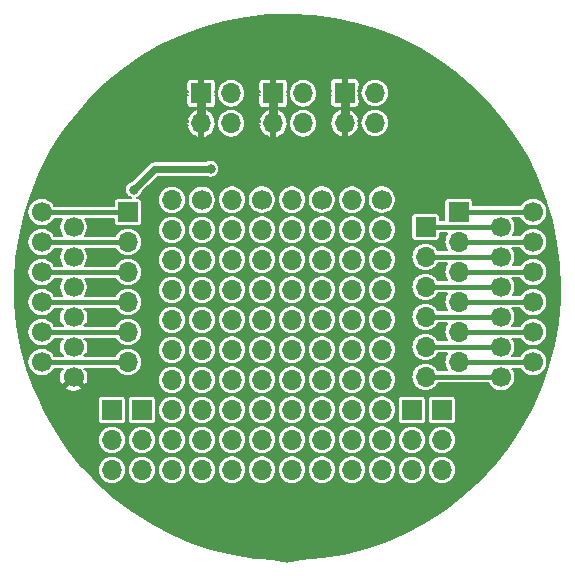
<source format=gbr>
G04 #@! TF.GenerationSoftware,KiCad,Pcbnew,(5.1.0)-1*
G04 #@! TF.CreationDate,2019-06-21T14:45:16-03:00*
G04 #@! TF.ProjectId,PCB_E,5043425f-452e-46b6-9963-61645f706362,rev?*
G04 #@! TF.SameCoordinates,Original*
G04 #@! TF.FileFunction,Copper,L2,Bot*
G04 #@! TF.FilePolarity,Positive*
%FSLAX46Y46*%
G04 Gerber Fmt 4.6, Leading zero omitted, Abs format (unit mm)*
G04 Created by KiCad (PCBNEW (5.1.0)-1) date 2019-06-21 14:45:16*
%MOMM*%
%LPD*%
G04 APERTURE LIST*
%ADD10C,1.700000*%
%ADD11O,1.700000X1.700000*%
%ADD12R,1.700000X1.700000*%
%ADD13C,6.200000*%
%ADD14C,6.300000*%
%ADD15C,0.800000*%
%ADD16C,0.800000*%
%ADD17C,0.600000*%
%ADD18C,0.400000*%
%ADD19C,0.200000*%
G04 APERTURE END LIST*
D10*
X-20800000Y6350000D03*
X-20800000Y3810000D03*
X-20800000Y1270000D03*
X-20800000Y-1270000D03*
X-20800000Y-3810000D03*
X-20800000Y-6350000D03*
X-18100000Y5080000D03*
X-18100000Y2540000D03*
X-18100000Y0D03*
X-18100000Y-2540000D03*
X-18100000Y-5080000D03*
X-18100000Y-7620000D03*
X20800000Y6350000D03*
X20800000Y3810000D03*
X20800000Y1270000D03*
X20800000Y-1270000D03*
X20800000Y-3810000D03*
X20800000Y-6350000D03*
X18100000Y5080000D03*
X18100000Y2540000D03*
X18100000Y0D03*
X18100000Y-2540000D03*
X18100000Y-5080000D03*
X18100000Y-7620000D03*
D11*
X-14860000Y-15485001D03*
X-14860000Y-12945001D03*
D12*
X-14860000Y-10405001D03*
D11*
X-12320000Y-15485001D03*
X-12320000Y-12945001D03*
D12*
X-12320000Y-10405001D03*
D11*
X13080000Y-15485001D03*
X13080000Y-12945001D03*
D12*
X13080000Y-10405001D03*
D11*
X10540000Y-15485001D03*
X10540000Y-12945001D03*
D12*
X10540000Y-10405001D03*
X-7300000Y16400000D03*
D11*
X-7300000Y13860000D03*
X-4760000Y16400000D03*
X-4760000Y13860000D03*
X7400000Y13900000D03*
X7400000Y16440000D03*
X4860000Y13900000D03*
D12*
X4860000Y16440000D03*
X-1200000Y16400000D03*
D11*
X-1200000Y13860000D03*
X1340000Y16400000D03*
X1340000Y13860000D03*
D12*
X-13500000Y6350000D03*
D11*
X-13500000Y3810000D03*
X-13500000Y1270000D03*
X-13500000Y-1270000D03*
X-13500000Y-3810000D03*
X-13500000Y-6350000D03*
D13*
X12500000Y13500000D03*
D14*
X-12500000Y13500000D03*
D13*
X0Y-20200000D03*
D10*
X-7240000Y7374999D03*
D11*
X-9780000Y7374999D03*
X-7240000Y4834999D03*
X-9780000Y4834999D03*
X-7240000Y2294999D03*
X-9780000Y2294999D03*
X-7240000Y-245001D03*
X-9780000Y-245001D03*
X-7240000Y-2785001D03*
X-9780000Y-2785001D03*
X-7240000Y-5325001D03*
X-9780000Y-5325001D03*
X-7240000Y-7865001D03*
X-9780000Y-7865001D03*
X-7240000Y-10405001D03*
X-9780000Y-10405001D03*
X-7240000Y-12945001D03*
X-9780000Y-12945001D03*
X-7240000Y-15485001D03*
X-9780000Y-15485001D03*
D10*
X-2160000Y7400000D03*
D11*
X-4700000Y7400000D03*
X-2160000Y4860000D03*
X-4700000Y4860000D03*
X-2160000Y2320000D03*
X-4700000Y2320000D03*
X-2160000Y-220000D03*
X-4700000Y-220000D03*
X-2160000Y-2760000D03*
X-4700000Y-2760000D03*
X-2160000Y-5300000D03*
X-4700000Y-5300000D03*
X-2160000Y-7840000D03*
X-4700000Y-7840000D03*
X-2160000Y-10380000D03*
X-4700000Y-10380000D03*
X-2160000Y-12920000D03*
X-4700000Y-12920000D03*
X-2160000Y-15460000D03*
X-4700000Y-15460000D03*
X380000Y-15460000D03*
X2920000Y-15460000D03*
X380000Y-12920000D03*
X2920000Y-12920000D03*
X380000Y-10380000D03*
X2920000Y-10380000D03*
X380000Y-7840000D03*
X2920000Y-7840000D03*
X380000Y-5300000D03*
X2920000Y-5300000D03*
X380000Y-2760000D03*
X2920000Y-2760000D03*
X380000Y-220000D03*
X2920000Y-220000D03*
X380000Y2320000D03*
X2920000Y2320000D03*
X380000Y4860000D03*
X2920000Y4860000D03*
X380000Y7400000D03*
D10*
X2920000Y7400000D03*
D11*
X5460000Y-15460000D03*
X8000000Y-15460000D03*
X5460000Y-12920000D03*
X8000000Y-12920000D03*
X5460000Y-10380000D03*
X8000000Y-10380000D03*
X5460000Y-7840000D03*
X8000000Y-7840000D03*
X5460000Y-5300000D03*
X8000000Y-5300000D03*
X5460000Y-2760000D03*
X8000000Y-2760000D03*
X5460000Y-220000D03*
X8000000Y-220000D03*
X5460000Y2320000D03*
X8000000Y2320000D03*
X5460000Y4860000D03*
X8000000Y4860000D03*
X5460000Y7400000D03*
D10*
X8000000Y7400000D03*
D12*
X11700000Y5100000D03*
D11*
X11700000Y2560000D03*
X11700000Y20000D03*
X11700000Y-2520000D03*
X11700000Y-5060000D03*
X11700000Y-7600000D03*
D12*
X14500000Y6370000D03*
D11*
X14500000Y3830000D03*
X14500000Y1290000D03*
X14500000Y-1250000D03*
X14500000Y-3790000D03*
X14500000Y-6330000D03*
D15*
X-13000000Y8250000D03*
X-6500000Y10000000D03*
D16*
X-7300000Y16400000D02*
X-7300000Y13860000D01*
X-1200000Y16400000D02*
X-1200000Y13860000D01*
X4860000Y16440000D02*
X4860000Y13900000D01*
D17*
X-13000000Y8250000D02*
X-11250000Y10000000D01*
X-11250000Y10000000D02*
X-6500000Y10000000D01*
D18*
X15020000Y6370000D02*
X15000000Y6350000D01*
X20800000Y6370000D02*
X15020000Y6370000D01*
X15020000Y3830000D02*
X15000000Y3810000D01*
X20800000Y3830000D02*
X15020000Y3830000D01*
X15020000Y1290000D02*
X15000000Y1270000D01*
X20800000Y1290000D02*
X15020000Y1290000D01*
X15020000Y-1250000D02*
X15000000Y-1270000D01*
X20800000Y-1250000D02*
X15020000Y-1250000D01*
X20780000Y-3810000D02*
X20800000Y-3790000D01*
X15000000Y-3810000D02*
X20780000Y-3810000D01*
X20780000Y-6350000D02*
X20800000Y-6330000D01*
X15000000Y-6350000D02*
X20780000Y-6350000D01*
X18100000Y2560000D02*
X12100000Y2560000D01*
X18100000Y20000D02*
X12100000Y20000D01*
X16897919Y-2520000D02*
X12100000Y-2520000D01*
X18100000Y-2520000D02*
X16897919Y-2520000D01*
X18100000Y-5060000D02*
X12100000Y-5060000D01*
X11700000Y-7600000D02*
X18100000Y-7600000D01*
X-19597919Y6350000D02*
X-14400000Y6350000D01*
X-20800000Y6350000D02*
X-19597919Y6350000D01*
X-20800000Y6350000D02*
X-13500000Y6350000D01*
X-20800000Y3810000D02*
X-14400000Y3810000D01*
X-20800000Y3810000D02*
X-13500000Y3810000D01*
X-17519998Y1270000D02*
X-14400000Y1270000D01*
X-20800000Y1270000D02*
X-17519998Y1270000D01*
X-20800000Y1270000D02*
X-13500000Y1270000D01*
X-20800000Y-1270000D02*
X-14400000Y-1270000D01*
X-20800000Y-1270000D02*
X-13500000Y-1270000D01*
X-20800000Y-3810000D02*
X-14400000Y-3810000D01*
X-20800000Y-3810000D02*
X-13500000Y-3810000D01*
X-20800000Y-6350000D02*
X-14400000Y-6350000D01*
X-20800000Y-6350000D02*
X-13500000Y-6350000D01*
X18100000Y5100000D02*
X12100000Y5100000D01*
D19*
G36*
X2171549Y22972592D02*
G01*
X4046587Y22717411D01*
X5894411Y22309450D01*
X7702593Y21751452D01*
X9458974Y21047172D01*
X11151741Y20201344D01*
X12769510Y19219658D01*
X14301401Y18108715D01*
X15737112Y16875987D01*
X17066988Y15529764D01*
X18282084Y14079100D01*
X19374228Y12533750D01*
X20336077Y10904109D01*
X21161161Y9201135D01*
X21843932Y7436281D01*
X22379797Y5621416D01*
X22765153Y3768747D01*
X22997408Y1890731D01*
X23075000Y0D01*
X23047452Y-1127208D01*
X22877590Y-3011892D01*
X22553872Y-4876320D01*
X22078473Y-6707953D01*
X21454592Y-8494474D01*
X20686424Y-10223868D01*
X19779135Y-11884504D01*
X18738827Y-13465213D01*
X17572496Y-14955367D01*
X16287986Y-16344942D01*
X14893936Y-17624593D01*
X13399721Y-18785716D01*
X11815389Y-19820500D01*
X10151596Y-20721986D01*
X8419532Y-21484113D01*
X6630844Y-22101754D01*
X4797562Y-22570756D01*
X2932016Y-22887964D01*
X1046751Y-23051246D01*
X-845554Y-23059503D01*
X-2732172Y-22912679D01*
X-4600415Y-22611763D01*
X-6437720Y-22158777D01*
X-8231729Y-21556768D01*
X-9970379Y-20809786D01*
X-11641975Y-19922852D01*
X-13235276Y-18901933D01*
X-14739567Y-17753895D01*
X-16144732Y-16486457D01*
X-17086807Y-15485001D01*
X-16065806Y-15485001D01*
X-16042637Y-15720242D01*
X-15974019Y-15946443D01*
X-15862591Y-16154911D01*
X-15712634Y-16337635D01*
X-15529910Y-16487592D01*
X-15321442Y-16599020D01*
X-15095241Y-16667638D01*
X-14918950Y-16685001D01*
X-14801050Y-16685001D01*
X-14624759Y-16667638D01*
X-14398558Y-16599020D01*
X-14190090Y-16487592D01*
X-14007366Y-16337635D01*
X-13857409Y-16154911D01*
X-13745981Y-15946443D01*
X-13677363Y-15720242D01*
X-13654194Y-15485001D01*
X-13525806Y-15485001D01*
X-13502637Y-15720242D01*
X-13434019Y-15946443D01*
X-13322591Y-16154911D01*
X-13172634Y-16337635D01*
X-12989910Y-16487592D01*
X-12781442Y-16599020D01*
X-12555241Y-16667638D01*
X-12378950Y-16685001D01*
X-12261050Y-16685001D01*
X-12084759Y-16667638D01*
X-11858558Y-16599020D01*
X-11650090Y-16487592D01*
X-11467366Y-16337635D01*
X-11317409Y-16154911D01*
X-11205981Y-15946443D01*
X-11137363Y-15720242D01*
X-11114194Y-15485001D01*
X-10985806Y-15485001D01*
X-10962637Y-15720242D01*
X-10894019Y-15946443D01*
X-10782591Y-16154911D01*
X-10632634Y-16337635D01*
X-10449910Y-16487592D01*
X-10241442Y-16599020D01*
X-10015241Y-16667638D01*
X-9838950Y-16685001D01*
X-9721050Y-16685001D01*
X-9544759Y-16667638D01*
X-9318558Y-16599020D01*
X-9110090Y-16487592D01*
X-8927366Y-16337635D01*
X-8777409Y-16154911D01*
X-8665981Y-15946443D01*
X-8597363Y-15720242D01*
X-8574194Y-15485001D01*
X-8445806Y-15485001D01*
X-8422637Y-15720242D01*
X-8354019Y-15946443D01*
X-8242591Y-16154911D01*
X-8092634Y-16337635D01*
X-7909910Y-16487592D01*
X-7701442Y-16599020D01*
X-7475241Y-16667638D01*
X-7298950Y-16685001D01*
X-7181050Y-16685001D01*
X-7004759Y-16667638D01*
X-6778558Y-16599020D01*
X-6570090Y-16487592D01*
X-6387366Y-16337635D01*
X-6237409Y-16154911D01*
X-6125981Y-15946443D01*
X-6057363Y-15720242D01*
X-6034194Y-15485001D01*
X-6036656Y-15460000D01*
X-5905806Y-15460000D01*
X-5882637Y-15695241D01*
X-5814019Y-15921442D01*
X-5702591Y-16129910D01*
X-5552634Y-16312634D01*
X-5369910Y-16462591D01*
X-5161442Y-16574019D01*
X-4935241Y-16642637D01*
X-4758950Y-16660000D01*
X-4641050Y-16660000D01*
X-4464759Y-16642637D01*
X-4238558Y-16574019D01*
X-4030090Y-16462591D01*
X-3847366Y-16312634D01*
X-3697409Y-16129910D01*
X-3585981Y-15921442D01*
X-3517363Y-15695241D01*
X-3494194Y-15460000D01*
X-3365806Y-15460000D01*
X-3342637Y-15695241D01*
X-3274019Y-15921442D01*
X-3162591Y-16129910D01*
X-3012634Y-16312634D01*
X-2829910Y-16462591D01*
X-2621442Y-16574019D01*
X-2395241Y-16642637D01*
X-2218950Y-16660000D01*
X-2101050Y-16660000D01*
X-1924759Y-16642637D01*
X-1698558Y-16574019D01*
X-1490090Y-16462591D01*
X-1307366Y-16312634D01*
X-1157409Y-16129910D01*
X-1045981Y-15921442D01*
X-977363Y-15695241D01*
X-954194Y-15460000D01*
X-825806Y-15460000D01*
X-802637Y-15695241D01*
X-734019Y-15921442D01*
X-622591Y-16129910D01*
X-472634Y-16312634D01*
X-289910Y-16462591D01*
X-81442Y-16574019D01*
X144759Y-16642637D01*
X321050Y-16660000D01*
X438950Y-16660000D01*
X615241Y-16642637D01*
X841442Y-16574019D01*
X1049910Y-16462591D01*
X1232634Y-16312634D01*
X1382591Y-16129910D01*
X1494019Y-15921442D01*
X1562637Y-15695241D01*
X1585806Y-15460000D01*
X1714194Y-15460000D01*
X1737363Y-15695241D01*
X1805981Y-15921442D01*
X1917409Y-16129910D01*
X2067366Y-16312634D01*
X2250090Y-16462591D01*
X2458558Y-16574019D01*
X2684759Y-16642637D01*
X2861050Y-16660000D01*
X2978950Y-16660000D01*
X3155241Y-16642637D01*
X3381442Y-16574019D01*
X3589910Y-16462591D01*
X3772634Y-16312634D01*
X3922591Y-16129910D01*
X4034019Y-15921442D01*
X4102637Y-15695241D01*
X4125806Y-15460000D01*
X4254194Y-15460000D01*
X4277363Y-15695241D01*
X4345981Y-15921442D01*
X4457409Y-16129910D01*
X4607366Y-16312634D01*
X4790090Y-16462591D01*
X4998558Y-16574019D01*
X5224759Y-16642637D01*
X5401050Y-16660000D01*
X5518950Y-16660000D01*
X5695241Y-16642637D01*
X5921442Y-16574019D01*
X6129910Y-16462591D01*
X6312634Y-16312634D01*
X6462591Y-16129910D01*
X6574019Y-15921442D01*
X6642637Y-15695241D01*
X6665806Y-15460000D01*
X6794194Y-15460000D01*
X6817363Y-15695241D01*
X6885981Y-15921442D01*
X6997409Y-16129910D01*
X7147366Y-16312634D01*
X7330090Y-16462591D01*
X7538558Y-16574019D01*
X7764759Y-16642637D01*
X7941050Y-16660000D01*
X8058950Y-16660000D01*
X8235241Y-16642637D01*
X8461442Y-16574019D01*
X8669910Y-16462591D01*
X8852634Y-16312634D01*
X9002591Y-16129910D01*
X9114019Y-15921442D01*
X9182637Y-15695241D01*
X9203343Y-15485001D01*
X9334194Y-15485001D01*
X9357363Y-15720242D01*
X9425981Y-15946443D01*
X9537409Y-16154911D01*
X9687366Y-16337635D01*
X9870090Y-16487592D01*
X10078558Y-16599020D01*
X10304759Y-16667638D01*
X10481050Y-16685001D01*
X10598950Y-16685001D01*
X10775241Y-16667638D01*
X11001442Y-16599020D01*
X11209910Y-16487592D01*
X11392634Y-16337635D01*
X11542591Y-16154911D01*
X11654019Y-15946443D01*
X11722637Y-15720242D01*
X11745806Y-15485001D01*
X11874194Y-15485001D01*
X11897363Y-15720242D01*
X11965981Y-15946443D01*
X12077409Y-16154911D01*
X12227366Y-16337635D01*
X12410090Y-16487592D01*
X12618558Y-16599020D01*
X12844759Y-16667638D01*
X13021050Y-16685001D01*
X13138950Y-16685001D01*
X13315241Y-16667638D01*
X13541442Y-16599020D01*
X13749910Y-16487592D01*
X13932634Y-16337635D01*
X14082591Y-16154911D01*
X14194019Y-15946443D01*
X14262637Y-15720242D01*
X14285806Y-15485001D01*
X14262637Y-15249760D01*
X14194019Y-15023559D01*
X14082591Y-14815091D01*
X13932634Y-14632367D01*
X13749910Y-14482410D01*
X13541442Y-14370982D01*
X13315241Y-14302364D01*
X13138950Y-14285001D01*
X13021050Y-14285001D01*
X12844759Y-14302364D01*
X12618558Y-14370982D01*
X12410090Y-14482410D01*
X12227366Y-14632367D01*
X12077409Y-14815091D01*
X11965981Y-15023559D01*
X11897363Y-15249760D01*
X11874194Y-15485001D01*
X11745806Y-15485001D01*
X11722637Y-15249760D01*
X11654019Y-15023559D01*
X11542591Y-14815091D01*
X11392634Y-14632367D01*
X11209910Y-14482410D01*
X11001442Y-14370982D01*
X10775241Y-14302364D01*
X10598950Y-14285001D01*
X10481050Y-14285001D01*
X10304759Y-14302364D01*
X10078558Y-14370982D01*
X9870090Y-14482410D01*
X9687366Y-14632367D01*
X9537409Y-14815091D01*
X9425981Y-15023559D01*
X9357363Y-15249760D01*
X9334194Y-15485001D01*
X9203343Y-15485001D01*
X9205806Y-15460000D01*
X9182637Y-15224759D01*
X9114019Y-14998558D01*
X9002591Y-14790090D01*
X8852634Y-14607366D01*
X8669910Y-14457409D01*
X8461442Y-14345981D01*
X8235241Y-14277363D01*
X8058950Y-14260000D01*
X7941050Y-14260000D01*
X7764759Y-14277363D01*
X7538558Y-14345981D01*
X7330090Y-14457409D01*
X7147366Y-14607366D01*
X6997409Y-14790090D01*
X6885981Y-14998558D01*
X6817363Y-15224759D01*
X6794194Y-15460000D01*
X6665806Y-15460000D01*
X6642637Y-15224759D01*
X6574019Y-14998558D01*
X6462591Y-14790090D01*
X6312634Y-14607366D01*
X6129910Y-14457409D01*
X5921442Y-14345981D01*
X5695241Y-14277363D01*
X5518950Y-14260000D01*
X5401050Y-14260000D01*
X5224759Y-14277363D01*
X4998558Y-14345981D01*
X4790090Y-14457409D01*
X4607366Y-14607366D01*
X4457409Y-14790090D01*
X4345981Y-14998558D01*
X4277363Y-15224759D01*
X4254194Y-15460000D01*
X4125806Y-15460000D01*
X4102637Y-15224759D01*
X4034019Y-14998558D01*
X3922591Y-14790090D01*
X3772634Y-14607366D01*
X3589910Y-14457409D01*
X3381442Y-14345981D01*
X3155241Y-14277363D01*
X2978950Y-14260000D01*
X2861050Y-14260000D01*
X2684759Y-14277363D01*
X2458558Y-14345981D01*
X2250090Y-14457409D01*
X2067366Y-14607366D01*
X1917409Y-14790090D01*
X1805981Y-14998558D01*
X1737363Y-15224759D01*
X1714194Y-15460000D01*
X1585806Y-15460000D01*
X1562637Y-15224759D01*
X1494019Y-14998558D01*
X1382591Y-14790090D01*
X1232634Y-14607366D01*
X1049910Y-14457409D01*
X841442Y-14345981D01*
X615241Y-14277363D01*
X438950Y-14260000D01*
X321050Y-14260000D01*
X144759Y-14277363D01*
X-81442Y-14345981D01*
X-289910Y-14457409D01*
X-472634Y-14607366D01*
X-622591Y-14790090D01*
X-734019Y-14998558D01*
X-802637Y-15224759D01*
X-825806Y-15460000D01*
X-954194Y-15460000D01*
X-977363Y-15224759D01*
X-1045981Y-14998558D01*
X-1157409Y-14790090D01*
X-1307366Y-14607366D01*
X-1490090Y-14457409D01*
X-1698558Y-14345981D01*
X-1924759Y-14277363D01*
X-2101050Y-14260000D01*
X-2218950Y-14260000D01*
X-2395241Y-14277363D01*
X-2621442Y-14345981D01*
X-2829910Y-14457409D01*
X-3012634Y-14607366D01*
X-3162591Y-14790090D01*
X-3274019Y-14998558D01*
X-3342637Y-15224759D01*
X-3365806Y-15460000D01*
X-3494194Y-15460000D01*
X-3517363Y-15224759D01*
X-3585981Y-14998558D01*
X-3697409Y-14790090D01*
X-3847366Y-14607366D01*
X-4030090Y-14457409D01*
X-4238558Y-14345981D01*
X-4464759Y-14277363D01*
X-4641050Y-14260000D01*
X-4758950Y-14260000D01*
X-4935241Y-14277363D01*
X-5161442Y-14345981D01*
X-5369910Y-14457409D01*
X-5552634Y-14607366D01*
X-5702591Y-14790090D01*
X-5814019Y-14998558D01*
X-5882637Y-15224759D01*
X-5905806Y-15460000D01*
X-6036656Y-15460000D01*
X-6057363Y-15249760D01*
X-6125981Y-15023559D01*
X-6237409Y-14815091D01*
X-6387366Y-14632367D01*
X-6570090Y-14482410D01*
X-6778558Y-14370982D01*
X-7004759Y-14302364D01*
X-7181050Y-14285001D01*
X-7298950Y-14285001D01*
X-7475241Y-14302364D01*
X-7701442Y-14370982D01*
X-7909910Y-14482410D01*
X-8092634Y-14632367D01*
X-8242591Y-14815091D01*
X-8354019Y-15023559D01*
X-8422637Y-15249760D01*
X-8445806Y-15485001D01*
X-8574194Y-15485001D01*
X-8597363Y-15249760D01*
X-8665981Y-15023559D01*
X-8777409Y-14815091D01*
X-8927366Y-14632367D01*
X-9110090Y-14482410D01*
X-9318558Y-14370982D01*
X-9544759Y-14302364D01*
X-9721050Y-14285001D01*
X-9838950Y-14285001D01*
X-10015241Y-14302364D01*
X-10241442Y-14370982D01*
X-10449910Y-14482410D01*
X-10632634Y-14632367D01*
X-10782591Y-14815091D01*
X-10894019Y-15023559D01*
X-10962637Y-15249760D01*
X-10985806Y-15485001D01*
X-11114194Y-15485001D01*
X-11137363Y-15249760D01*
X-11205981Y-15023559D01*
X-11317409Y-14815091D01*
X-11467366Y-14632367D01*
X-11650090Y-14482410D01*
X-11858558Y-14370982D01*
X-12084759Y-14302364D01*
X-12261050Y-14285001D01*
X-12378950Y-14285001D01*
X-12555241Y-14302364D01*
X-12781442Y-14370982D01*
X-12989910Y-14482410D01*
X-13172634Y-14632367D01*
X-13322591Y-14815091D01*
X-13434019Y-15023559D01*
X-13502637Y-15249760D01*
X-13525806Y-15485001D01*
X-13654194Y-15485001D01*
X-13677363Y-15249760D01*
X-13745981Y-15023559D01*
X-13857409Y-14815091D01*
X-14007366Y-14632367D01*
X-14190090Y-14482410D01*
X-14398558Y-14370982D01*
X-14624759Y-14302364D01*
X-14801050Y-14285001D01*
X-14918950Y-14285001D01*
X-15095241Y-14302364D01*
X-15321442Y-14370982D01*
X-15529910Y-14482410D01*
X-15712634Y-14632367D01*
X-15862591Y-14815091D01*
X-15974019Y-15023559D01*
X-16042637Y-15249760D01*
X-16065806Y-15485001D01*
X-17086807Y-15485001D01*
X-17441319Y-15108144D01*
X-18620609Y-13628226D01*
X-19078852Y-12945001D01*
X-16065806Y-12945001D01*
X-16042637Y-13180242D01*
X-15974019Y-13406443D01*
X-15862591Y-13614911D01*
X-15712634Y-13797635D01*
X-15529910Y-13947592D01*
X-15321442Y-14059020D01*
X-15095241Y-14127638D01*
X-14918950Y-14145001D01*
X-14801050Y-14145001D01*
X-14624759Y-14127638D01*
X-14398558Y-14059020D01*
X-14190090Y-13947592D01*
X-14007366Y-13797635D01*
X-13857409Y-13614911D01*
X-13745981Y-13406443D01*
X-13677363Y-13180242D01*
X-13654194Y-12945001D01*
X-13525806Y-12945001D01*
X-13502637Y-13180242D01*
X-13434019Y-13406443D01*
X-13322591Y-13614911D01*
X-13172634Y-13797635D01*
X-12989910Y-13947592D01*
X-12781442Y-14059020D01*
X-12555241Y-14127638D01*
X-12378950Y-14145001D01*
X-12261050Y-14145001D01*
X-12084759Y-14127638D01*
X-11858558Y-14059020D01*
X-11650090Y-13947592D01*
X-11467366Y-13797635D01*
X-11317409Y-13614911D01*
X-11205981Y-13406443D01*
X-11137363Y-13180242D01*
X-11114194Y-12945001D01*
X-10985806Y-12945001D01*
X-10962637Y-13180242D01*
X-10894019Y-13406443D01*
X-10782591Y-13614911D01*
X-10632634Y-13797635D01*
X-10449910Y-13947592D01*
X-10241442Y-14059020D01*
X-10015241Y-14127638D01*
X-9838950Y-14145001D01*
X-9721050Y-14145001D01*
X-9544759Y-14127638D01*
X-9318558Y-14059020D01*
X-9110090Y-13947592D01*
X-8927366Y-13797635D01*
X-8777409Y-13614911D01*
X-8665981Y-13406443D01*
X-8597363Y-13180242D01*
X-8574194Y-12945001D01*
X-8445806Y-12945001D01*
X-8422637Y-13180242D01*
X-8354019Y-13406443D01*
X-8242591Y-13614911D01*
X-8092634Y-13797635D01*
X-7909910Y-13947592D01*
X-7701442Y-14059020D01*
X-7475241Y-14127638D01*
X-7298950Y-14145001D01*
X-7181050Y-14145001D01*
X-7004759Y-14127638D01*
X-6778558Y-14059020D01*
X-6570090Y-13947592D01*
X-6387366Y-13797635D01*
X-6237409Y-13614911D01*
X-6125981Y-13406443D01*
X-6057363Y-13180242D01*
X-6034194Y-12945001D01*
X-6036656Y-12920000D01*
X-5905806Y-12920000D01*
X-5882637Y-13155241D01*
X-5814019Y-13381442D01*
X-5702591Y-13589910D01*
X-5552634Y-13772634D01*
X-5369910Y-13922591D01*
X-5161442Y-14034019D01*
X-4935241Y-14102637D01*
X-4758950Y-14120000D01*
X-4641050Y-14120000D01*
X-4464759Y-14102637D01*
X-4238558Y-14034019D01*
X-4030090Y-13922591D01*
X-3847366Y-13772634D01*
X-3697409Y-13589910D01*
X-3585981Y-13381442D01*
X-3517363Y-13155241D01*
X-3494194Y-12920000D01*
X-3365806Y-12920000D01*
X-3342637Y-13155241D01*
X-3274019Y-13381442D01*
X-3162591Y-13589910D01*
X-3012634Y-13772634D01*
X-2829910Y-13922591D01*
X-2621442Y-14034019D01*
X-2395241Y-14102637D01*
X-2218950Y-14120000D01*
X-2101050Y-14120000D01*
X-1924759Y-14102637D01*
X-1698558Y-14034019D01*
X-1490090Y-13922591D01*
X-1307366Y-13772634D01*
X-1157409Y-13589910D01*
X-1045981Y-13381442D01*
X-977363Y-13155241D01*
X-954194Y-12920000D01*
X-825806Y-12920000D01*
X-802637Y-13155241D01*
X-734019Y-13381442D01*
X-622591Y-13589910D01*
X-472634Y-13772634D01*
X-289910Y-13922591D01*
X-81442Y-14034019D01*
X144759Y-14102637D01*
X321050Y-14120000D01*
X438950Y-14120000D01*
X615241Y-14102637D01*
X841442Y-14034019D01*
X1049910Y-13922591D01*
X1232634Y-13772634D01*
X1382591Y-13589910D01*
X1494019Y-13381442D01*
X1562637Y-13155241D01*
X1585806Y-12920000D01*
X1714194Y-12920000D01*
X1737363Y-13155241D01*
X1805981Y-13381442D01*
X1917409Y-13589910D01*
X2067366Y-13772634D01*
X2250090Y-13922591D01*
X2458558Y-14034019D01*
X2684759Y-14102637D01*
X2861050Y-14120000D01*
X2978950Y-14120000D01*
X3155241Y-14102637D01*
X3381442Y-14034019D01*
X3589910Y-13922591D01*
X3772634Y-13772634D01*
X3922591Y-13589910D01*
X4034019Y-13381442D01*
X4102637Y-13155241D01*
X4125806Y-12920000D01*
X4254194Y-12920000D01*
X4277363Y-13155241D01*
X4345981Y-13381442D01*
X4457409Y-13589910D01*
X4607366Y-13772634D01*
X4790090Y-13922591D01*
X4998558Y-14034019D01*
X5224759Y-14102637D01*
X5401050Y-14120000D01*
X5518950Y-14120000D01*
X5695241Y-14102637D01*
X5921442Y-14034019D01*
X6129910Y-13922591D01*
X6312634Y-13772634D01*
X6462591Y-13589910D01*
X6574019Y-13381442D01*
X6642637Y-13155241D01*
X6665806Y-12920000D01*
X6794194Y-12920000D01*
X6817363Y-13155241D01*
X6885981Y-13381442D01*
X6997409Y-13589910D01*
X7147366Y-13772634D01*
X7330090Y-13922591D01*
X7538558Y-14034019D01*
X7764759Y-14102637D01*
X7941050Y-14120000D01*
X8058950Y-14120000D01*
X8235241Y-14102637D01*
X8461442Y-14034019D01*
X8669910Y-13922591D01*
X8852634Y-13772634D01*
X9002591Y-13589910D01*
X9114019Y-13381442D01*
X9182637Y-13155241D01*
X9203343Y-12945001D01*
X9334194Y-12945001D01*
X9357363Y-13180242D01*
X9425981Y-13406443D01*
X9537409Y-13614911D01*
X9687366Y-13797635D01*
X9870090Y-13947592D01*
X10078558Y-14059020D01*
X10304759Y-14127638D01*
X10481050Y-14145001D01*
X10598950Y-14145001D01*
X10775241Y-14127638D01*
X11001442Y-14059020D01*
X11209910Y-13947592D01*
X11392634Y-13797635D01*
X11542591Y-13614911D01*
X11654019Y-13406443D01*
X11722637Y-13180242D01*
X11745806Y-12945001D01*
X11874194Y-12945001D01*
X11897363Y-13180242D01*
X11965981Y-13406443D01*
X12077409Y-13614911D01*
X12227366Y-13797635D01*
X12410090Y-13947592D01*
X12618558Y-14059020D01*
X12844759Y-14127638D01*
X13021050Y-14145001D01*
X13138950Y-14145001D01*
X13315241Y-14127638D01*
X13541442Y-14059020D01*
X13749910Y-13947592D01*
X13932634Y-13797635D01*
X14082591Y-13614911D01*
X14194019Y-13406443D01*
X14262637Y-13180242D01*
X14285806Y-12945001D01*
X14262637Y-12709760D01*
X14194019Y-12483559D01*
X14082591Y-12275091D01*
X13932634Y-12092367D01*
X13749910Y-11942410D01*
X13541442Y-11830982D01*
X13315241Y-11762364D01*
X13138950Y-11745001D01*
X13021050Y-11745001D01*
X12844759Y-11762364D01*
X12618558Y-11830982D01*
X12410090Y-11942410D01*
X12227366Y-12092367D01*
X12077409Y-12275091D01*
X11965981Y-12483559D01*
X11897363Y-12709760D01*
X11874194Y-12945001D01*
X11745806Y-12945001D01*
X11722637Y-12709760D01*
X11654019Y-12483559D01*
X11542591Y-12275091D01*
X11392634Y-12092367D01*
X11209910Y-11942410D01*
X11001442Y-11830982D01*
X10775241Y-11762364D01*
X10598950Y-11745001D01*
X10481050Y-11745001D01*
X10304759Y-11762364D01*
X10078558Y-11830982D01*
X9870090Y-11942410D01*
X9687366Y-12092367D01*
X9537409Y-12275091D01*
X9425981Y-12483559D01*
X9357363Y-12709760D01*
X9334194Y-12945001D01*
X9203343Y-12945001D01*
X9205806Y-12920000D01*
X9182637Y-12684759D01*
X9114019Y-12458558D01*
X9002591Y-12250090D01*
X8852634Y-12067366D01*
X8669910Y-11917409D01*
X8461442Y-11805981D01*
X8235241Y-11737363D01*
X8058950Y-11720000D01*
X7941050Y-11720000D01*
X7764759Y-11737363D01*
X7538558Y-11805981D01*
X7330090Y-11917409D01*
X7147366Y-12067366D01*
X6997409Y-12250090D01*
X6885981Y-12458558D01*
X6817363Y-12684759D01*
X6794194Y-12920000D01*
X6665806Y-12920000D01*
X6642637Y-12684759D01*
X6574019Y-12458558D01*
X6462591Y-12250090D01*
X6312634Y-12067366D01*
X6129910Y-11917409D01*
X5921442Y-11805981D01*
X5695241Y-11737363D01*
X5518950Y-11720000D01*
X5401050Y-11720000D01*
X5224759Y-11737363D01*
X4998558Y-11805981D01*
X4790090Y-11917409D01*
X4607366Y-12067366D01*
X4457409Y-12250090D01*
X4345981Y-12458558D01*
X4277363Y-12684759D01*
X4254194Y-12920000D01*
X4125806Y-12920000D01*
X4102637Y-12684759D01*
X4034019Y-12458558D01*
X3922591Y-12250090D01*
X3772634Y-12067366D01*
X3589910Y-11917409D01*
X3381442Y-11805981D01*
X3155241Y-11737363D01*
X2978950Y-11720000D01*
X2861050Y-11720000D01*
X2684759Y-11737363D01*
X2458558Y-11805981D01*
X2250090Y-11917409D01*
X2067366Y-12067366D01*
X1917409Y-12250090D01*
X1805981Y-12458558D01*
X1737363Y-12684759D01*
X1714194Y-12920000D01*
X1585806Y-12920000D01*
X1562637Y-12684759D01*
X1494019Y-12458558D01*
X1382591Y-12250090D01*
X1232634Y-12067366D01*
X1049910Y-11917409D01*
X841442Y-11805981D01*
X615241Y-11737363D01*
X438950Y-11720000D01*
X321050Y-11720000D01*
X144759Y-11737363D01*
X-81442Y-11805981D01*
X-289910Y-11917409D01*
X-472634Y-12067366D01*
X-622591Y-12250090D01*
X-734019Y-12458558D01*
X-802637Y-12684759D01*
X-825806Y-12920000D01*
X-954194Y-12920000D01*
X-977363Y-12684759D01*
X-1045981Y-12458558D01*
X-1157409Y-12250090D01*
X-1307366Y-12067366D01*
X-1490090Y-11917409D01*
X-1698558Y-11805981D01*
X-1924759Y-11737363D01*
X-2101050Y-11720000D01*
X-2218950Y-11720000D01*
X-2395241Y-11737363D01*
X-2621442Y-11805981D01*
X-2829910Y-11917409D01*
X-3012634Y-12067366D01*
X-3162591Y-12250090D01*
X-3274019Y-12458558D01*
X-3342637Y-12684759D01*
X-3365806Y-12920000D01*
X-3494194Y-12920000D01*
X-3517363Y-12684759D01*
X-3585981Y-12458558D01*
X-3697409Y-12250090D01*
X-3847366Y-12067366D01*
X-4030090Y-11917409D01*
X-4238558Y-11805981D01*
X-4464759Y-11737363D01*
X-4641050Y-11720000D01*
X-4758950Y-11720000D01*
X-4935241Y-11737363D01*
X-5161442Y-11805981D01*
X-5369910Y-11917409D01*
X-5552634Y-12067366D01*
X-5702591Y-12250090D01*
X-5814019Y-12458558D01*
X-5882637Y-12684759D01*
X-5905806Y-12920000D01*
X-6036656Y-12920000D01*
X-6057363Y-12709760D01*
X-6125981Y-12483559D01*
X-6237409Y-12275091D01*
X-6387366Y-12092367D01*
X-6570090Y-11942410D01*
X-6778558Y-11830982D01*
X-7004759Y-11762364D01*
X-7181050Y-11745001D01*
X-7298950Y-11745001D01*
X-7475241Y-11762364D01*
X-7701442Y-11830982D01*
X-7909910Y-11942410D01*
X-8092634Y-12092367D01*
X-8242591Y-12275091D01*
X-8354019Y-12483559D01*
X-8422637Y-12709760D01*
X-8445806Y-12945001D01*
X-8574194Y-12945001D01*
X-8597363Y-12709760D01*
X-8665981Y-12483559D01*
X-8777409Y-12275091D01*
X-8927366Y-12092367D01*
X-9110090Y-11942410D01*
X-9318558Y-11830982D01*
X-9544759Y-11762364D01*
X-9721050Y-11745001D01*
X-9838950Y-11745001D01*
X-10015241Y-11762364D01*
X-10241442Y-11830982D01*
X-10449910Y-11942410D01*
X-10632634Y-12092367D01*
X-10782591Y-12275091D01*
X-10894019Y-12483559D01*
X-10962637Y-12709760D01*
X-10985806Y-12945001D01*
X-11114194Y-12945001D01*
X-11137363Y-12709760D01*
X-11205981Y-12483559D01*
X-11317409Y-12275091D01*
X-11467366Y-12092367D01*
X-11650090Y-11942410D01*
X-11858558Y-11830982D01*
X-12084759Y-11762364D01*
X-12261050Y-11745001D01*
X-12378950Y-11745001D01*
X-12555241Y-11762364D01*
X-12781442Y-11830982D01*
X-12989910Y-11942410D01*
X-13172634Y-12092367D01*
X-13322591Y-12275091D01*
X-13434019Y-12483559D01*
X-13502637Y-12709760D01*
X-13525806Y-12945001D01*
X-13654194Y-12945001D01*
X-13677363Y-12709760D01*
X-13745981Y-12483559D01*
X-13857409Y-12275091D01*
X-14007366Y-12092367D01*
X-14190090Y-11942410D01*
X-14398558Y-11830982D01*
X-14624759Y-11762364D01*
X-14801050Y-11745001D01*
X-14918950Y-11745001D01*
X-15095241Y-11762364D01*
X-15321442Y-11830982D01*
X-15529910Y-11942410D01*
X-15712634Y-12092367D01*
X-15862591Y-12275091D01*
X-15974019Y-12483559D01*
X-16042637Y-12709760D01*
X-16065806Y-12945001D01*
X-19078852Y-12945001D01*
X-19674672Y-12056654D01*
X-20596418Y-10403999D01*
X-20982434Y-9555001D01*
X-16061693Y-9555001D01*
X-16061693Y-11255001D01*
X-16054935Y-11323613D01*
X-16034922Y-11389588D01*
X-16002422Y-11450391D01*
X-15958685Y-11503686D01*
X-15905390Y-11547423D01*
X-15844587Y-11579923D01*
X-15778612Y-11599936D01*
X-15710000Y-11606694D01*
X-14010000Y-11606694D01*
X-13941388Y-11599936D01*
X-13875413Y-11579923D01*
X-13814610Y-11547423D01*
X-13761315Y-11503686D01*
X-13717578Y-11450391D01*
X-13685078Y-11389588D01*
X-13665065Y-11323613D01*
X-13658307Y-11255001D01*
X-13658307Y-9555001D01*
X-13521693Y-9555001D01*
X-13521693Y-11255001D01*
X-13514935Y-11323613D01*
X-13494922Y-11389588D01*
X-13462422Y-11450391D01*
X-13418685Y-11503686D01*
X-13365390Y-11547423D01*
X-13304587Y-11579923D01*
X-13238612Y-11599936D01*
X-13170000Y-11606694D01*
X-11470000Y-11606694D01*
X-11401388Y-11599936D01*
X-11335413Y-11579923D01*
X-11274610Y-11547423D01*
X-11221315Y-11503686D01*
X-11177578Y-11450391D01*
X-11145078Y-11389588D01*
X-11125065Y-11323613D01*
X-11118307Y-11255001D01*
X-11118307Y-10405001D01*
X-10985806Y-10405001D01*
X-10962637Y-10640242D01*
X-10894019Y-10866443D01*
X-10782591Y-11074911D01*
X-10632634Y-11257635D01*
X-10449910Y-11407592D01*
X-10241442Y-11519020D01*
X-10015241Y-11587638D01*
X-9838950Y-11605001D01*
X-9721050Y-11605001D01*
X-9544759Y-11587638D01*
X-9318558Y-11519020D01*
X-9110090Y-11407592D01*
X-8927366Y-11257635D01*
X-8777409Y-11074911D01*
X-8665981Y-10866443D01*
X-8597363Y-10640242D01*
X-8574194Y-10405001D01*
X-8445806Y-10405001D01*
X-8422637Y-10640242D01*
X-8354019Y-10866443D01*
X-8242591Y-11074911D01*
X-8092634Y-11257635D01*
X-7909910Y-11407592D01*
X-7701442Y-11519020D01*
X-7475241Y-11587638D01*
X-7298950Y-11605001D01*
X-7181050Y-11605001D01*
X-7004759Y-11587638D01*
X-6778558Y-11519020D01*
X-6570090Y-11407592D01*
X-6387366Y-11257635D01*
X-6237409Y-11074911D01*
X-6125981Y-10866443D01*
X-6057363Y-10640242D01*
X-6034194Y-10405001D01*
X-6036656Y-10380000D01*
X-5905806Y-10380000D01*
X-5882637Y-10615241D01*
X-5814019Y-10841442D01*
X-5702591Y-11049910D01*
X-5552634Y-11232634D01*
X-5369910Y-11382591D01*
X-5161442Y-11494019D01*
X-4935241Y-11562637D01*
X-4758950Y-11580000D01*
X-4641050Y-11580000D01*
X-4464759Y-11562637D01*
X-4238558Y-11494019D01*
X-4030090Y-11382591D01*
X-3847366Y-11232634D01*
X-3697409Y-11049910D01*
X-3585981Y-10841442D01*
X-3517363Y-10615241D01*
X-3494194Y-10380000D01*
X-3365806Y-10380000D01*
X-3342637Y-10615241D01*
X-3274019Y-10841442D01*
X-3162591Y-11049910D01*
X-3012634Y-11232634D01*
X-2829910Y-11382591D01*
X-2621442Y-11494019D01*
X-2395241Y-11562637D01*
X-2218950Y-11580000D01*
X-2101050Y-11580000D01*
X-1924759Y-11562637D01*
X-1698558Y-11494019D01*
X-1490090Y-11382591D01*
X-1307366Y-11232634D01*
X-1157409Y-11049910D01*
X-1045981Y-10841442D01*
X-977363Y-10615241D01*
X-954194Y-10380000D01*
X-825806Y-10380000D01*
X-802637Y-10615241D01*
X-734019Y-10841442D01*
X-622591Y-11049910D01*
X-472634Y-11232634D01*
X-289910Y-11382591D01*
X-81442Y-11494019D01*
X144759Y-11562637D01*
X321050Y-11580000D01*
X438950Y-11580000D01*
X615241Y-11562637D01*
X841442Y-11494019D01*
X1049910Y-11382591D01*
X1232634Y-11232634D01*
X1382591Y-11049910D01*
X1494019Y-10841442D01*
X1562637Y-10615241D01*
X1585806Y-10380000D01*
X1714194Y-10380000D01*
X1737363Y-10615241D01*
X1805981Y-10841442D01*
X1917409Y-11049910D01*
X2067366Y-11232634D01*
X2250090Y-11382591D01*
X2458558Y-11494019D01*
X2684759Y-11562637D01*
X2861050Y-11580000D01*
X2978950Y-11580000D01*
X3155241Y-11562637D01*
X3381442Y-11494019D01*
X3589910Y-11382591D01*
X3772634Y-11232634D01*
X3922591Y-11049910D01*
X4034019Y-10841442D01*
X4102637Y-10615241D01*
X4125806Y-10380000D01*
X4254194Y-10380000D01*
X4277363Y-10615241D01*
X4345981Y-10841442D01*
X4457409Y-11049910D01*
X4607366Y-11232634D01*
X4790090Y-11382591D01*
X4998558Y-11494019D01*
X5224759Y-11562637D01*
X5401050Y-11580000D01*
X5518950Y-11580000D01*
X5695241Y-11562637D01*
X5921442Y-11494019D01*
X6129910Y-11382591D01*
X6312634Y-11232634D01*
X6462591Y-11049910D01*
X6574019Y-10841442D01*
X6642637Y-10615241D01*
X6665806Y-10380000D01*
X6794194Y-10380000D01*
X6817363Y-10615241D01*
X6885981Y-10841442D01*
X6997409Y-11049910D01*
X7147366Y-11232634D01*
X7330090Y-11382591D01*
X7538558Y-11494019D01*
X7764759Y-11562637D01*
X7941050Y-11580000D01*
X8058950Y-11580000D01*
X8235241Y-11562637D01*
X8461442Y-11494019D01*
X8669910Y-11382591D01*
X8852634Y-11232634D01*
X9002591Y-11049910D01*
X9114019Y-10841442D01*
X9182637Y-10615241D01*
X9205806Y-10380000D01*
X9182637Y-10144759D01*
X9114019Y-9918558D01*
X9002591Y-9710090D01*
X8875314Y-9555001D01*
X9338307Y-9555001D01*
X9338307Y-11255001D01*
X9345065Y-11323613D01*
X9365078Y-11389588D01*
X9397578Y-11450391D01*
X9441315Y-11503686D01*
X9494610Y-11547423D01*
X9555413Y-11579923D01*
X9621388Y-11599936D01*
X9690000Y-11606694D01*
X11390000Y-11606694D01*
X11458612Y-11599936D01*
X11524587Y-11579923D01*
X11585390Y-11547423D01*
X11638685Y-11503686D01*
X11682422Y-11450391D01*
X11714922Y-11389588D01*
X11734935Y-11323613D01*
X11741693Y-11255001D01*
X11741693Y-9555001D01*
X11878307Y-9555001D01*
X11878307Y-11255001D01*
X11885065Y-11323613D01*
X11905078Y-11389588D01*
X11937578Y-11450391D01*
X11981315Y-11503686D01*
X12034610Y-11547423D01*
X12095413Y-11579923D01*
X12161388Y-11599936D01*
X12230000Y-11606694D01*
X13930000Y-11606694D01*
X13998612Y-11599936D01*
X14064587Y-11579923D01*
X14125390Y-11547423D01*
X14178685Y-11503686D01*
X14222422Y-11450391D01*
X14254922Y-11389588D01*
X14274935Y-11323613D01*
X14281693Y-11255001D01*
X14281693Y-9555001D01*
X14274935Y-9486389D01*
X14254922Y-9420414D01*
X14222422Y-9359611D01*
X14178685Y-9306316D01*
X14125390Y-9262579D01*
X14064587Y-9230079D01*
X13998612Y-9210066D01*
X13930000Y-9203308D01*
X12230000Y-9203308D01*
X12161388Y-9210066D01*
X12095413Y-9230079D01*
X12034610Y-9262579D01*
X11981315Y-9306316D01*
X11937578Y-9359611D01*
X11905078Y-9420414D01*
X11885065Y-9486389D01*
X11878307Y-9555001D01*
X11741693Y-9555001D01*
X11734935Y-9486389D01*
X11714922Y-9420414D01*
X11682422Y-9359611D01*
X11638685Y-9306316D01*
X11585390Y-9262579D01*
X11524587Y-9230079D01*
X11458612Y-9210066D01*
X11390000Y-9203308D01*
X9690000Y-9203308D01*
X9621388Y-9210066D01*
X9555413Y-9230079D01*
X9494610Y-9262579D01*
X9441315Y-9306316D01*
X9397578Y-9359611D01*
X9365078Y-9420414D01*
X9345065Y-9486389D01*
X9338307Y-9555001D01*
X8875314Y-9555001D01*
X8852634Y-9527366D01*
X8669910Y-9377409D01*
X8461442Y-9265981D01*
X8235241Y-9197363D01*
X8058950Y-9180000D01*
X7941050Y-9180000D01*
X7764759Y-9197363D01*
X7538558Y-9265981D01*
X7330090Y-9377409D01*
X7147366Y-9527366D01*
X6997409Y-9710090D01*
X6885981Y-9918558D01*
X6817363Y-10144759D01*
X6794194Y-10380000D01*
X6665806Y-10380000D01*
X6642637Y-10144759D01*
X6574019Y-9918558D01*
X6462591Y-9710090D01*
X6312634Y-9527366D01*
X6129910Y-9377409D01*
X5921442Y-9265981D01*
X5695241Y-9197363D01*
X5518950Y-9180000D01*
X5401050Y-9180000D01*
X5224759Y-9197363D01*
X4998558Y-9265981D01*
X4790090Y-9377409D01*
X4607366Y-9527366D01*
X4457409Y-9710090D01*
X4345981Y-9918558D01*
X4277363Y-10144759D01*
X4254194Y-10380000D01*
X4125806Y-10380000D01*
X4102637Y-10144759D01*
X4034019Y-9918558D01*
X3922591Y-9710090D01*
X3772634Y-9527366D01*
X3589910Y-9377409D01*
X3381442Y-9265981D01*
X3155241Y-9197363D01*
X2978950Y-9180000D01*
X2861050Y-9180000D01*
X2684759Y-9197363D01*
X2458558Y-9265981D01*
X2250090Y-9377409D01*
X2067366Y-9527366D01*
X1917409Y-9710090D01*
X1805981Y-9918558D01*
X1737363Y-10144759D01*
X1714194Y-10380000D01*
X1585806Y-10380000D01*
X1562637Y-10144759D01*
X1494019Y-9918558D01*
X1382591Y-9710090D01*
X1232634Y-9527366D01*
X1049910Y-9377409D01*
X841442Y-9265981D01*
X615241Y-9197363D01*
X438950Y-9180000D01*
X321050Y-9180000D01*
X144759Y-9197363D01*
X-81442Y-9265981D01*
X-289910Y-9377409D01*
X-472634Y-9527366D01*
X-622591Y-9710090D01*
X-734019Y-9918558D01*
X-802637Y-10144759D01*
X-825806Y-10380000D01*
X-954194Y-10380000D01*
X-977363Y-10144759D01*
X-1045981Y-9918558D01*
X-1157409Y-9710090D01*
X-1307366Y-9527366D01*
X-1490090Y-9377409D01*
X-1698558Y-9265981D01*
X-1924759Y-9197363D01*
X-2101050Y-9180000D01*
X-2218950Y-9180000D01*
X-2395241Y-9197363D01*
X-2621442Y-9265981D01*
X-2829910Y-9377409D01*
X-3012634Y-9527366D01*
X-3162591Y-9710090D01*
X-3274019Y-9918558D01*
X-3342637Y-10144759D01*
X-3365806Y-10380000D01*
X-3494194Y-10380000D01*
X-3517363Y-10144759D01*
X-3585981Y-9918558D01*
X-3697409Y-9710090D01*
X-3847366Y-9527366D01*
X-4030090Y-9377409D01*
X-4238558Y-9265981D01*
X-4464759Y-9197363D01*
X-4641050Y-9180000D01*
X-4758950Y-9180000D01*
X-4935241Y-9197363D01*
X-5161442Y-9265981D01*
X-5369910Y-9377409D01*
X-5552634Y-9527366D01*
X-5702591Y-9710090D01*
X-5814019Y-9918558D01*
X-5882637Y-10144759D01*
X-5905806Y-10380000D01*
X-6036656Y-10380000D01*
X-6057363Y-10169760D01*
X-6125981Y-9943559D01*
X-6237409Y-9735091D01*
X-6387366Y-9552367D01*
X-6570090Y-9402410D01*
X-6778558Y-9290982D01*
X-7004759Y-9222364D01*
X-7181050Y-9205001D01*
X-7298950Y-9205001D01*
X-7475241Y-9222364D01*
X-7701442Y-9290982D01*
X-7909910Y-9402410D01*
X-8092634Y-9552367D01*
X-8242591Y-9735091D01*
X-8354019Y-9943559D01*
X-8422637Y-10169760D01*
X-8445806Y-10405001D01*
X-8574194Y-10405001D01*
X-8597363Y-10169760D01*
X-8665981Y-9943559D01*
X-8777409Y-9735091D01*
X-8927366Y-9552367D01*
X-9110090Y-9402410D01*
X-9318558Y-9290982D01*
X-9544759Y-9222364D01*
X-9721050Y-9205001D01*
X-9838950Y-9205001D01*
X-10015241Y-9222364D01*
X-10241442Y-9290982D01*
X-10449910Y-9402410D01*
X-10632634Y-9552367D01*
X-10782591Y-9735091D01*
X-10894019Y-9943559D01*
X-10962637Y-10169760D01*
X-10985806Y-10405001D01*
X-11118307Y-10405001D01*
X-11118307Y-9555001D01*
X-11125065Y-9486389D01*
X-11145078Y-9420414D01*
X-11177578Y-9359611D01*
X-11221315Y-9306316D01*
X-11274610Y-9262579D01*
X-11335413Y-9230079D01*
X-11401388Y-9210066D01*
X-11470000Y-9203308D01*
X-13170000Y-9203308D01*
X-13238612Y-9210066D01*
X-13304587Y-9230079D01*
X-13365390Y-9262579D01*
X-13418685Y-9306316D01*
X-13462422Y-9359611D01*
X-13494922Y-9420414D01*
X-13514935Y-9486389D01*
X-13521693Y-9555001D01*
X-13658307Y-9555001D01*
X-13665065Y-9486389D01*
X-13685078Y-9420414D01*
X-13717578Y-9359611D01*
X-13761315Y-9306316D01*
X-13814610Y-9262579D01*
X-13875413Y-9230079D01*
X-13941388Y-9210066D01*
X-14010000Y-9203308D01*
X-15710000Y-9203308D01*
X-15778612Y-9210066D01*
X-15844587Y-9230079D01*
X-15905390Y-9262579D01*
X-15958685Y-9306316D01*
X-16002422Y-9359611D01*
X-16034922Y-9420414D01*
X-16054935Y-9486389D01*
X-16061693Y-9555001D01*
X-20982434Y-9555001D01*
X-21379648Y-8681375D01*
X-21431625Y-8536605D01*
X-18804473Y-8536605D01*
X-18711650Y-8717059D01*
X-18485872Y-8815307D01*
X-18245264Y-8867618D01*
X-17999075Y-8871986D01*
X-17756764Y-8828240D01*
X-17527644Y-8738062D01*
X-17488350Y-8717059D01*
X-17395527Y-8536605D01*
X-18100000Y-7832132D01*
X-18804473Y-8536605D01*
X-21431625Y-8536605D01*
X-22019096Y-6900366D01*
X-22510460Y-5072951D01*
X-22850436Y-3211419D01*
X-23036737Y-1328290D01*
X-23068112Y563773D01*
X-22944348Y2452043D01*
X-22666278Y4323824D01*
X-22235773Y6166526D01*
X-22138629Y6468190D01*
X-22000000Y6468190D01*
X-22000000Y6231810D01*
X-21953884Y5999973D01*
X-21863426Y5781587D01*
X-21732101Y5585045D01*
X-21564955Y5417899D01*
X-21368413Y5286574D01*
X-21150027Y5196116D01*
X-20918190Y5150000D01*
X-20681810Y5150000D01*
X-20449973Y5196116D01*
X-20231587Y5286574D01*
X-20035045Y5417899D01*
X-19867899Y5585045D01*
X-19736574Y5781587D01*
X-19728947Y5800000D01*
X-19062139Y5800000D01*
X-19163426Y5648413D01*
X-19253884Y5430027D01*
X-19300000Y5198190D01*
X-19300000Y4961810D01*
X-19253884Y4729973D01*
X-19163426Y4511587D01*
X-19062139Y4360000D01*
X-19728947Y4360000D01*
X-19736574Y4378413D01*
X-19867899Y4574955D01*
X-20035045Y4742101D01*
X-20231587Y4873426D01*
X-20449973Y4963884D01*
X-20681810Y5010000D01*
X-20918190Y5010000D01*
X-21150027Y4963884D01*
X-21368413Y4873426D01*
X-21564955Y4742101D01*
X-21732101Y4574955D01*
X-21863426Y4378413D01*
X-21953884Y4160027D01*
X-22000000Y3928190D01*
X-22000000Y3691810D01*
X-21953884Y3459973D01*
X-21863426Y3241587D01*
X-21732101Y3045045D01*
X-21564955Y2877899D01*
X-21368413Y2746574D01*
X-21150027Y2656116D01*
X-20918190Y2610000D01*
X-20681810Y2610000D01*
X-20449973Y2656116D01*
X-20231587Y2746574D01*
X-20035045Y2877899D01*
X-19867899Y3045045D01*
X-19736574Y3241587D01*
X-19728947Y3260000D01*
X-19062139Y3260000D01*
X-19163426Y3108413D01*
X-19253884Y2890027D01*
X-19300000Y2658190D01*
X-19300000Y2421810D01*
X-19253884Y2189973D01*
X-19163426Y1971587D01*
X-19062139Y1820000D01*
X-19728947Y1820000D01*
X-19736574Y1838413D01*
X-19867899Y2034955D01*
X-20035045Y2202101D01*
X-20231587Y2333426D01*
X-20449973Y2423884D01*
X-20681810Y2470000D01*
X-20918190Y2470000D01*
X-21150027Y2423884D01*
X-21368413Y2333426D01*
X-21564955Y2202101D01*
X-21732101Y2034955D01*
X-21863426Y1838413D01*
X-21953884Y1620027D01*
X-22000000Y1388190D01*
X-22000000Y1151810D01*
X-21953884Y919973D01*
X-21863426Y701587D01*
X-21732101Y505045D01*
X-21564955Y337899D01*
X-21368413Y206574D01*
X-21150027Y116116D01*
X-20918190Y70000D01*
X-20681810Y70000D01*
X-20449973Y116116D01*
X-20231587Y206574D01*
X-20035045Y337899D01*
X-19867899Y505045D01*
X-19736574Y701587D01*
X-19728947Y720000D01*
X-19062139Y720000D01*
X-19163426Y568413D01*
X-19253884Y350027D01*
X-19300000Y118190D01*
X-19300000Y-118190D01*
X-19253884Y-350027D01*
X-19163426Y-568413D01*
X-19062139Y-720000D01*
X-19728947Y-720000D01*
X-19736574Y-701587D01*
X-19867899Y-505045D01*
X-20035045Y-337899D01*
X-20231587Y-206574D01*
X-20449973Y-116116D01*
X-20681810Y-70000D01*
X-20918190Y-70000D01*
X-21150027Y-116116D01*
X-21368413Y-206574D01*
X-21564955Y-337899D01*
X-21732101Y-505045D01*
X-21863426Y-701587D01*
X-21953884Y-919973D01*
X-22000000Y-1151810D01*
X-22000000Y-1388190D01*
X-21953884Y-1620027D01*
X-21863426Y-1838413D01*
X-21732101Y-2034955D01*
X-21564955Y-2202101D01*
X-21368413Y-2333426D01*
X-21150027Y-2423884D01*
X-20918190Y-2470000D01*
X-20681810Y-2470000D01*
X-20449973Y-2423884D01*
X-20231587Y-2333426D01*
X-20035045Y-2202101D01*
X-19867899Y-2034955D01*
X-19736574Y-1838413D01*
X-19728947Y-1820000D01*
X-19032135Y-1820000D01*
X-19016607Y-1835528D01*
X-19197059Y-1928350D01*
X-19295307Y-2154128D01*
X-19347618Y-2394736D01*
X-19351986Y-2640925D01*
X-19308240Y-2883236D01*
X-19218062Y-3112356D01*
X-19197059Y-3151650D01*
X-19016607Y-3244472D01*
X-19032135Y-3260000D01*
X-19728947Y-3260000D01*
X-19736574Y-3241587D01*
X-19867899Y-3045045D01*
X-20035045Y-2877899D01*
X-20231587Y-2746574D01*
X-20449973Y-2656116D01*
X-20681810Y-2610000D01*
X-20918190Y-2610000D01*
X-21150027Y-2656116D01*
X-21368413Y-2746574D01*
X-21564955Y-2877899D01*
X-21732101Y-3045045D01*
X-21863426Y-3241587D01*
X-21953884Y-3459973D01*
X-22000000Y-3691810D01*
X-22000000Y-3928190D01*
X-21953884Y-4160027D01*
X-21863426Y-4378413D01*
X-21732101Y-4574955D01*
X-21564955Y-4742101D01*
X-21368413Y-4873426D01*
X-21150027Y-4963884D01*
X-20918190Y-5010000D01*
X-20681810Y-5010000D01*
X-20449973Y-4963884D01*
X-20231587Y-4873426D01*
X-20035045Y-4742101D01*
X-19867899Y-4574955D01*
X-19736574Y-4378413D01*
X-19728947Y-4360000D01*
X-19032135Y-4360000D01*
X-19016607Y-4375528D01*
X-19197059Y-4468350D01*
X-19295307Y-4694128D01*
X-19347618Y-4934736D01*
X-19351986Y-5180925D01*
X-19308240Y-5423236D01*
X-19218062Y-5652356D01*
X-19197059Y-5691650D01*
X-19016607Y-5784472D01*
X-19032135Y-5800000D01*
X-19728947Y-5800000D01*
X-19736574Y-5781587D01*
X-19867899Y-5585045D01*
X-20035045Y-5417899D01*
X-20231587Y-5286574D01*
X-20449973Y-5196116D01*
X-20681810Y-5150000D01*
X-20918190Y-5150000D01*
X-21150027Y-5196116D01*
X-21368413Y-5286574D01*
X-21564955Y-5417899D01*
X-21732101Y-5585045D01*
X-21863426Y-5781587D01*
X-21953884Y-5999973D01*
X-22000000Y-6231810D01*
X-22000000Y-6468190D01*
X-21953884Y-6700027D01*
X-21863426Y-6918413D01*
X-21732101Y-7114955D01*
X-21564955Y-7282101D01*
X-21368413Y-7413426D01*
X-21150027Y-7503884D01*
X-20918190Y-7550000D01*
X-20681810Y-7550000D01*
X-20449973Y-7503884D01*
X-20231587Y-7413426D01*
X-20035045Y-7282101D01*
X-19867899Y-7114955D01*
X-19736574Y-6918413D01*
X-19728947Y-6900000D01*
X-19032135Y-6900000D01*
X-19016607Y-6915528D01*
X-19197059Y-7008350D01*
X-19295307Y-7234128D01*
X-19347618Y-7474736D01*
X-19351986Y-7720925D01*
X-19308240Y-7963236D01*
X-19218062Y-8192356D01*
X-19197059Y-8231650D01*
X-19016605Y-8324473D01*
X-18312132Y-7620000D01*
X-18326275Y-7605858D01*
X-18114143Y-7393726D01*
X-18100000Y-7407868D01*
X-18085858Y-7393726D01*
X-17873726Y-7605858D01*
X-17887868Y-7620000D01*
X-17183395Y-8324473D01*
X-17002941Y-8231650D01*
X-16904693Y-8005872D01*
X-16874066Y-7865001D01*
X-10985806Y-7865001D01*
X-10962637Y-8100242D01*
X-10894019Y-8326443D01*
X-10782591Y-8534911D01*
X-10632634Y-8717635D01*
X-10449910Y-8867592D01*
X-10241442Y-8979020D01*
X-10015241Y-9047638D01*
X-9838950Y-9065001D01*
X-9721050Y-9065001D01*
X-9544759Y-9047638D01*
X-9318558Y-8979020D01*
X-9110090Y-8867592D01*
X-8927366Y-8717635D01*
X-8777409Y-8534911D01*
X-8665981Y-8326443D01*
X-8597363Y-8100242D01*
X-8574194Y-7865001D01*
X-8445806Y-7865001D01*
X-8422637Y-8100242D01*
X-8354019Y-8326443D01*
X-8242591Y-8534911D01*
X-8092634Y-8717635D01*
X-7909910Y-8867592D01*
X-7701442Y-8979020D01*
X-7475241Y-9047638D01*
X-7298950Y-9065001D01*
X-7181050Y-9065001D01*
X-7004759Y-9047638D01*
X-6778558Y-8979020D01*
X-6570090Y-8867592D01*
X-6387366Y-8717635D01*
X-6237409Y-8534911D01*
X-6125981Y-8326443D01*
X-6057363Y-8100242D01*
X-6034194Y-7865001D01*
X-6036656Y-7840000D01*
X-5905806Y-7840000D01*
X-5882637Y-8075241D01*
X-5814019Y-8301442D01*
X-5702591Y-8509910D01*
X-5552634Y-8692634D01*
X-5369910Y-8842591D01*
X-5161442Y-8954019D01*
X-4935241Y-9022637D01*
X-4758950Y-9040000D01*
X-4641050Y-9040000D01*
X-4464759Y-9022637D01*
X-4238558Y-8954019D01*
X-4030090Y-8842591D01*
X-3847366Y-8692634D01*
X-3697409Y-8509910D01*
X-3585981Y-8301442D01*
X-3517363Y-8075241D01*
X-3494194Y-7840000D01*
X-3365806Y-7840000D01*
X-3342637Y-8075241D01*
X-3274019Y-8301442D01*
X-3162591Y-8509910D01*
X-3012634Y-8692634D01*
X-2829910Y-8842591D01*
X-2621442Y-8954019D01*
X-2395241Y-9022637D01*
X-2218950Y-9040000D01*
X-2101050Y-9040000D01*
X-1924759Y-9022637D01*
X-1698558Y-8954019D01*
X-1490090Y-8842591D01*
X-1307366Y-8692634D01*
X-1157409Y-8509910D01*
X-1045981Y-8301442D01*
X-977363Y-8075241D01*
X-954194Y-7840000D01*
X-825806Y-7840000D01*
X-802637Y-8075241D01*
X-734019Y-8301442D01*
X-622591Y-8509910D01*
X-472634Y-8692634D01*
X-289910Y-8842591D01*
X-81442Y-8954019D01*
X144759Y-9022637D01*
X321050Y-9040000D01*
X438950Y-9040000D01*
X615241Y-9022637D01*
X841442Y-8954019D01*
X1049910Y-8842591D01*
X1232634Y-8692634D01*
X1382591Y-8509910D01*
X1494019Y-8301442D01*
X1562637Y-8075241D01*
X1585806Y-7840000D01*
X1714194Y-7840000D01*
X1737363Y-8075241D01*
X1805981Y-8301442D01*
X1917409Y-8509910D01*
X2067366Y-8692634D01*
X2250090Y-8842591D01*
X2458558Y-8954019D01*
X2684759Y-9022637D01*
X2861050Y-9040000D01*
X2978950Y-9040000D01*
X3155241Y-9022637D01*
X3381442Y-8954019D01*
X3589910Y-8842591D01*
X3772634Y-8692634D01*
X3922591Y-8509910D01*
X4034019Y-8301442D01*
X4102637Y-8075241D01*
X4125806Y-7840000D01*
X4254194Y-7840000D01*
X4277363Y-8075241D01*
X4345981Y-8301442D01*
X4457409Y-8509910D01*
X4607366Y-8692634D01*
X4790090Y-8842591D01*
X4998558Y-8954019D01*
X5224759Y-9022637D01*
X5401050Y-9040000D01*
X5518950Y-9040000D01*
X5695241Y-9022637D01*
X5921442Y-8954019D01*
X6129910Y-8842591D01*
X6312634Y-8692634D01*
X6462591Y-8509910D01*
X6574019Y-8301442D01*
X6642637Y-8075241D01*
X6665806Y-7840000D01*
X6794194Y-7840000D01*
X6817363Y-8075241D01*
X6885981Y-8301442D01*
X6997409Y-8509910D01*
X7147366Y-8692634D01*
X7330090Y-8842591D01*
X7538558Y-8954019D01*
X7764759Y-9022637D01*
X7941050Y-9040000D01*
X8058950Y-9040000D01*
X8235241Y-9022637D01*
X8461442Y-8954019D01*
X8669910Y-8842591D01*
X8852634Y-8692634D01*
X9002591Y-8509910D01*
X9114019Y-8301442D01*
X9182637Y-8075241D01*
X9205806Y-7840000D01*
X9182637Y-7604759D01*
X9114019Y-7378558D01*
X9002591Y-7170090D01*
X8852634Y-6987366D01*
X8669910Y-6837409D01*
X8461442Y-6725981D01*
X8235241Y-6657363D01*
X8058950Y-6640000D01*
X7941050Y-6640000D01*
X7764759Y-6657363D01*
X7538558Y-6725981D01*
X7330090Y-6837409D01*
X7147366Y-6987366D01*
X6997409Y-7170090D01*
X6885981Y-7378558D01*
X6817363Y-7604759D01*
X6794194Y-7840000D01*
X6665806Y-7840000D01*
X6642637Y-7604759D01*
X6574019Y-7378558D01*
X6462591Y-7170090D01*
X6312634Y-6987366D01*
X6129910Y-6837409D01*
X5921442Y-6725981D01*
X5695241Y-6657363D01*
X5518950Y-6640000D01*
X5401050Y-6640000D01*
X5224759Y-6657363D01*
X4998558Y-6725981D01*
X4790090Y-6837409D01*
X4607366Y-6987366D01*
X4457409Y-7170090D01*
X4345981Y-7378558D01*
X4277363Y-7604759D01*
X4254194Y-7840000D01*
X4125806Y-7840000D01*
X4102637Y-7604759D01*
X4034019Y-7378558D01*
X3922591Y-7170090D01*
X3772634Y-6987366D01*
X3589910Y-6837409D01*
X3381442Y-6725981D01*
X3155241Y-6657363D01*
X2978950Y-6640000D01*
X2861050Y-6640000D01*
X2684759Y-6657363D01*
X2458558Y-6725981D01*
X2250090Y-6837409D01*
X2067366Y-6987366D01*
X1917409Y-7170090D01*
X1805981Y-7378558D01*
X1737363Y-7604759D01*
X1714194Y-7840000D01*
X1585806Y-7840000D01*
X1562637Y-7604759D01*
X1494019Y-7378558D01*
X1382591Y-7170090D01*
X1232634Y-6987366D01*
X1049910Y-6837409D01*
X841442Y-6725981D01*
X615241Y-6657363D01*
X438950Y-6640000D01*
X321050Y-6640000D01*
X144759Y-6657363D01*
X-81442Y-6725981D01*
X-289910Y-6837409D01*
X-472634Y-6987366D01*
X-622591Y-7170090D01*
X-734019Y-7378558D01*
X-802637Y-7604759D01*
X-825806Y-7840000D01*
X-954194Y-7840000D01*
X-977363Y-7604759D01*
X-1045981Y-7378558D01*
X-1157409Y-7170090D01*
X-1307366Y-6987366D01*
X-1490090Y-6837409D01*
X-1698558Y-6725981D01*
X-1924759Y-6657363D01*
X-2101050Y-6640000D01*
X-2218950Y-6640000D01*
X-2395241Y-6657363D01*
X-2621442Y-6725981D01*
X-2829910Y-6837409D01*
X-3012634Y-6987366D01*
X-3162591Y-7170090D01*
X-3274019Y-7378558D01*
X-3342637Y-7604759D01*
X-3365806Y-7840000D01*
X-3494194Y-7840000D01*
X-3517363Y-7604759D01*
X-3585981Y-7378558D01*
X-3697409Y-7170090D01*
X-3847366Y-6987366D01*
X-4030090Y-6837409D01*
X-4238558Y-6725981D01*
X-4464759Y-6657363D01*
X-4641050Y-6640000D01*
X-4758950Y-6640000D01*
X-4935241Y-6657363D01*
X-5161442Y-6725981D01*
X-5369910Y-6837409D01*
X-5552634Y-6987366D01*
X-5702591Y-7170090D01*
X-5814019Y-7378558D01*
X-5882637Y-7604759D01*
X-5905806Y-7840000D01*
X-6036656Y-7840000D01*
X-6057363Y-7629760D01*
X-6125981Y-7403559D01*
X-6237409Y-7195091D01*
X-6387366Y-7012367D01*
X-6570090Y-6862410D01*
X-6778558Y-6750982D01*
X-7004759Y-6682364D01*
X-7181050Y-6665001D01*
X-7298950Y-6665001D01*
X-7475241Y-6682364D01*
X-7701442Y-6750982D01*
X-7909910Y-6862410D01*
X-8092634Y-7012367D01*
X-8242591Y-7195091D01*
X-8354019Y-7403559D01*
X-8422637Y-7629760D01*
X-8445806Y-7865001D01*
X-8574194Y-7865001D01*
X-8597363Y-7629760D01*
X-8665981Y-7403559D01*
X-8777409Y-7195091D01*
X-8927366Y-7012367D01*
X-9110090Y-6862410D01*
X-9318558Y-6750982D01*
X-9544759Y-6682364D01*
X-9721050Y-6665001D01*
X-9838950Y-6665001D01*
X-10015241Y-6682364D01*
X-10241442Y-6750982D01*
X-10449910Y-6862410D01*
X-10632634Y-7012367D01*
X-10782591Y-7195091D01*
X-10894019Y-7403559D01*
X-10962637Y-7629760D01*
X-10985806Y-7865001D01*
X-16874066Y-7865001D01*
X-16852382Y-7765264D01*
X-16848014Y-7519075D01*
X-16891760Y-7276764D01*
X-16981938Y-7047644D01*
X-17002941Y-7008350D01*
X-17183393Y-6915528D01*
X-17167865Y-6900000D01*
X-14566684Y-6900000D01*
X-14502591Y-7019910D01*
X-14352634Y-7202634D01*
X-14169910Y-7352591D01*
X-13961442Y-7464019D01*
X-13735241Y-7532637D01*
X-13558950Y-7550000D01*
X-13441050Y-7550000D01*
X-13264759Y-7532637D01*
X-13038558Y-7464019D01*
X-12830090Y-7352591D01*
X-12647366Y-7202634D01*
X-12497409Y-7019910D01*
X-12385981Y-6811442D01*
X-12317363Y-6585241D01*
X-12294194Y-6350000D01*
X-12317363Y-6114759D01*
X-12385981Y-5888558D01*
X-12497409Y-5680090D01*
X-12647366Y-5497366D01*
X-12830090Y-5347409D01*
X-12872012Y-5325001D01*
X-10985806Y-5325001D01*
X-10962637Y-5560242D01*
X-10894019Y-5786443D01*
X-10782591Y-5994911D01*
X-10632634Y-6177635D01*
X-10449910Y-6327592D01*
X-10241442Y-6439020D01*
X-10015241Y-6507638D01*
X-9838950Y-6525001D01*
X-9721050Y-6525001D01*
X-9544759Y-6507638D01*
X-9318558Y-6439020D01*
X-9110090Y-6327592D01*
X-8927366Y-6177635D01*
X-8777409Y-5994911D01*
X-8665981Y-5786443D01*
X-8597363Y-5560242D01*
X-8574194Y-5325001D01*
X-8445806Y-5325001D01*
X-8422637Y-5560242D01*
X-8354019Y-5786443D01*
X-8242591Y-5994911D01*
X-8092634Y-6177635D01*
X-7909910Y-6327592D01*
X-7701442Y-6439020D01*
X-7475241Y-6507638D01*
X-7298950Y-6525001D01*
X-7181050Y-6525001D01*
X-7004759Y-6507638D01*
X-6778558Y-6439020D01*
X-6570090Y-6327592D01*
X-6387366Y-6177635D01*
X-6237409Y-5994911D01*
X-6125981Y-5786443D01*
X-6057363Y-5560242D01*
X-6034194Y-5325001D01*
X-6036656Y-5300000D01*
X-5905806Y-5300000D01*
X-5882637Y-5535241D01*
X-5814019Y-5761442D01*
X-5702591Y-5969910D01*
X-5552634Y-6152634D01*
X-5369910Y-6302591D01*
X-5161442Y-6414019D01*
X-4935241Y-6482637D01*
X-4758950Y-6500000D01*
X-4641050Y-6500000D01*
X-4464759Y-6482637D01*
X-4238558Y-6414019D01*
X-4030090Y-6302591D01*
X-3847366Y-6152634D01*
X-3697409Y-5969910D01*
X-3585981Y-5761442D01*
X-3517363Y-5535241D01*
X-3494194Y-5300000D01*
X-3365806Y-5300000D01*
X-3342637Y-5535241D01*
X-3274019Y-5761442D01*
X-3162591Y-5969910D01*
X-3012634Y-6152634D01*
X-2829910Y-6302591D01*
X-2621442Y-6414019D01*
X-2395241Y-6482637D01*
X-2218950Y-6500000D01*
X-2101050Y-6500000D01*
X-1924759Y-6482637D01*
X-1698558Y-6414019D01*
X-1490090Y-6302591D01*
X-1307366Y-6152634D01*
X-1157409Y-5969910D01*
X-1045981Y-5761442D01*
X-977363Y-5535241D01*
X-954194Y-5300000D01*
X-825806Y-5300000D01*
X-802637Y-5535241D01*
X-734019Y-5761442D01*
X-622591Y-5969910D01*
X-472634Y-6152634D01*
X-289910Y-6302591D01*
X-81442Y-6414019D01*
X144759Y-6482637D01*
X321050Y-6500000D01*
X438950Y-6500000D01*
X615241Y-6482637D01*
X841442Y-6414019D01*
X1049910Y-6302591D01*
X1232634Y-6152634D01*
X1382591Y-5969910D01*
X1494019Y-5761442D01*
X1562637Y-5535241D01*
X1585806Y-5300000D01*
X1714194Y-5300000D01*
X1737363Y-5535241D01*
X1805981Y-5761442D01*
X1917409Y-5969910D01*
X2067366Y-6152634D01*
X2250090Y-6302591D01*
X2458558Y-6414019D01*
X2684759Y-6482637D01*
X2861050Y-6500000D01*
X2978950Y-6500000D01*
X3155241Y-6482637D01*
X3381442Y-6414019D01*
X3589910Y-6302591D01*
X3772634Y-6152634D01*
X3922591Y-5969910D01*
X4034019Y-5761442D01*
X4102637Y-5535241D01*
X4125806Y-5300000D01*
X4254194Y-5300000D01*
X4277363Y-5535241D01*
X4345981Y-5761442D01*
X4457409Y-5969910D01*
X4607366Y-6152634D01*
X4790090Y-6302591D01*
X4998558Y-6414019D01*
X5224759Y-6482637D01*
X5401050Y-6500000D01*
X5518950Y-6500000D01*
X5695241Y-6482637D01*
X5921442Y-6414019D01*
X6129910Y-6302591D01*
X6312634Y-6152634D01*
X6462591Y-5969910D01*
X6574019Y-5761442D01*
X6642637Y-5535241D01*
X6665806Y-5300000D01*
X6794194Y-5300000D01*
X6817363Y-5535241D01*
X6885981Y-5761442D01*
X6997409Y-5969910D01*
X7147366Y-6152634D01*
X7330090Y-6302591D01*
X7538558Y-6414019D01*
X7764759Y-6482637D01*
X7941050Y-6500000D01*
X8058950Y-6500000D01*
X8235241Y-6482637D01*
X8461442Y-6414019D01*
X8669910Y-6302591D01*
X8852634Y-6152634D01*
X9002591Y-5969910D01*
X9114019Y-5761442D01*
X9182637Y-5535241D01*
X9205806Y-5300000D01*
X9182637Y-5064759D01*
X9114019Y-4838558D01*
X9002591Y-4630090D01*
X8852634Y-4447366D01*
X8669910Y-4297409D01*
X8461442Y-4185981D01*
X8235241Y-4117363D01*
X8058950Y-4100000D01*
X7941050Y-4100000D01*
X7764759Y-4117363D01*
X7538558Y-4185981D01*
X7330090Y-4297409D01*
X7147366Y-4447366D01*
X6997409Y-4630090D01*
X6885981Y-4838558D01*
X6817363Y-5064759D01*
X6794194Y-5300000D01*
X6665806Y-5300000D01*
X6642637Y-5064759D01*
X6574019Y-4838558D01*
X6462591Y-4630090D01*
X6312634Y-4447366D01*
X6129910Y-4297409D01*
X5921442Y-4185981D01*
X5695241Y-4117363D01*
X5518950Y-4100000D01*
X5401050Y-4100000D01*
X5224759Y-4117363D01*
X4998558Y-4185981D01*
X4790090Y-4297409D01*
X4607366Y-4447366D01*
X4457409Y-4630090D01*
X4345981Y-4838558D01*
X4277363Y-5064759D01*
X4254194Y-5300000D01*
X4125806Y-5300000D01*
X4102637Y-5064759D01*
X4034019Y-4838558D01*
X3922591Y-4630090D01*
X3772634Y-4447366D01*
X3589910Y-4297409D01*
X3381442Y-4185981D01*
X3155241Y-4117363D01*
X2978950Y-4100000D01*
X2861050Y-4100000D01*
X2684759Y-4117363D01*
X2458558Y-4185981D01*
X2250090Y-4297409D01*
X2067366Y-4447366D01*
X1917409Y-4630090D01*
X1805981Y-4838558D01*
X1737363Y-5064759D01*
X1714194Y-5300000D01*
X1585806Y-5300000D01*
X1562637Y-5064759D01*
X1494019Y-4838558D01*
X1382591Y-4630090D01*
X1232634Y-4447366D01*
X1049910Y-4297409D01*
X841442Y-4185981D01*
X615241Y-4117363D01*
X438950Y-4100000D01*
X321050Y-4100000D01*
X144759Y-4117363D01*
X-81442Y-4185981D01*
X-289910Y-4297409D01*
X-472634Y-4447366D01*
X-622591Y-4630090D01*
X-734019Y-4838558D01*
X-802637Y-5064759D01*
X-825806Y-5300000D01*
X-954194Y-5300000D01*
X-977363Y-5064759D01*
X-1045981Y-4838558D01*
X-1157409Y-4630090D01*
X-1307366Y-4447366D01*
X-1490090Y-4297409D01*
X-1698558Y-4185981D01*
X-1924759Y-4117363D01*
X-2101050Y-4100000D01*
X-2218950Y-4100000D01*
X-2395241Y-4117363D01*
X-2621442Y-4185981D01*
X-2829910Y-4297409D01*
X-3012634Y-4447366D01*
X-3162591Y-4630090D01*
X-3274019Y-4838558D01*
X-3342637Y-5064759D01*
X-3365806Y-5300000D01*
X-3494194Y-5300000D01*
X-3517363Y-5064759D01*
X-3585981Y-4838558D01*
X-3697409Y-4630090D01*
X-3847366Y-4447366D01*
X-4030090Y-4297409D01*
X-4238558Y-4185981D01*
X-4464759Y-4117363D01*
X-4641050Y-4100000D01*
X-4758950Y-4100000D01*
X-4935241Y-4117363D01*
X-5161442Y-4185981D01*
X-5369910Y-4297409D01*
X-5552634Y-4447366D01*
X-5702591Y-4630090D01*
X-5814019Y-4838558D01*
X-5882637Y-5064759D01*
X-5905806Y-5300000D01*
X-6036656Y-5300000D01*
X-6057363Y-5089760D01*
X-6125981Y-4863559D01*
X-6237409Y-4655091D01*
X-6387366Y-4472367D01*
X-6570090Y-4322410D01*
X-6778558Y-4210982D01*
X-7004759Y-4142364D01*
X-7181050Y-4125001D01*
X-7298950Y-4125001D01*
X-7475241Y-4142364D01*
X-7701442Y-4210982D01*
X-7909910Y-4322410D01*
X-8092634Y-4472367D01*
X-8242591Y-4655091D01*
X-8354019Y-4863559D01*
X-8422637Y-5089760D01*
X-8445806Y-5325001D01*
X-8574194Y-5325001D01*
X-8597363Y-5089760D01*
X-8665981Y-4863559D01*
X-8777409Y-4655091D01*
X-8927366Y-4472367D01*
X-9110090Y-4322410D01*
X-9318558Y-4210982D01*
X-9544759Y-4142364D01*
X-9721050Y-4125001D01*
X-9838950Y-4125001D01*
X-10015241Y-4142364D01*
X-10241442Y-4210982D01*
X-10449910Y-4322410D01*
X-10632634Y-4472367D01*
X-10782591Y-4655091D01*
X-10894019Y-4863559D01*
X-10962637Y-5089760D01*
X-10985806Y-5325001D01*
X-12872012Y-5325001D01*
X-13038558Y-5235981D01*
X-13264759Y-5167363D01*
X-13441050Y-5150000D01*
X-13558950Y-5150000D01*
X-13735241Y-5167363D01*
X-13961442Y-5235981D01*
X-14169910Y-5347409D01*
X-14352634Y-5497366D01*
X-14502591Y-5680090D01*
X-14566684Y-5800000D01*
X-17167865Y-5800000D01*
X-17183393Y-5784472D01*
X-17002941Y-5691650D01*
X-16904693Y-5465872D01*
X-16852382Y-5225264D01*
X-16848014Y-4979075D01*
X-16891760Y-4736764D01*
X-16981938Y-4507644D01*
X-17002941Y-4468350D01*
X-17183393Y-4375528D01*
X-17167865Y-4360000D01*
X-14566684Y-4360000D01*
X-14502591Y-4479910D01*
X-14352634Y-4662634D01*
X-14169910Y-4812591D01*
X-13961442Y-4924019D01*
X-13735241Y-4992637D01*
X-13558950Y-5010000D01*
X-13441050Y-5010000D01*
X-13264759Y-4992637D01*
X-13038558Y-4924019D01*
X-12830090Y-4812591D01*
X-12647366Y-4662634D01*
X-12497409Y-4479910D01*
X-12385981Y-4271442D01*
X-12317363Y-4045241D01*
X-12294194Y-3810000D01*
X-12317363Y-3574759D01*
X-12385981Y-3348558D01*
X-12497409Y-3140090D01*
X-12647366Y-2957366D01*
X-12830090Y-2807409D01*
X-12872012Y-2785001D01*
X-10985806Y-2785001D01*
X-10962637Y-3020242D01*
X-10894019Y-3246443D01*
X-10782591Y-3454911D01*
X-10632634Y-3637635D01*
X-10449910Y-3787592D01*
X-10241442Y-3899020D01*
X-10015241Y-3967638D01*
X-9838950Y-3985001D01*
X-9721050Y-3985001D01*
X-9544759Y-3967638D01*
X-9318558Y-3899020D01*
X-9110090Y-3787592D01*
X-8927366Y-3637635D01*
X-8777409Y-3454911D01*
X-8665981Y-3246443D01*
X-8597363Y-3020242D01*
X-8574194Y-2785001D01*
X-8445806Y-2785001D01*
X-8422637Y-3020242D01*
X-8354019Y-3246443D01*
X-8242591Y-3454911D01*
X-8092634Y-3637635D01*
X-7909910Y-3787592D01*
X-7701442Y-3899020D01*
X-7475241Y-3967638D01*
X-7298950Y-3985001D01*
X-7181050Y-3985001D01*
X-7004759Y-3967638D01*
X-6778558Y-3899020D01*
X-6570090Y-3787592D01*
X-6387366Y-3637635D01*
X-6237409Y-3454911D01*
X-6125981Y-3246443D01*
X-6057363Y-3020242D01*
X-6034194Y-2785001D01*
X-6036656Y-2760000D01*
X-5905806Y-2760000D01*
X-5882637Y-2995241D01*
X-5814019Y-3221442D01*
X-5702591Y-3429910D01*
X-5552634Y-3612634D01*
X-5369910Y-3762591D01*
X-5161442Y-3874019D01*
X-4935241Y-3942637D01*
X-4758950Y-3960000D01*
X-4641050Y-3960000D01*
X-4464759Y-3942637D01*
X-4238558Y-3874019D01*
X-4030090Y-3762591D01*
X-3847366Y-3612634D01*
X-3697409Y-3429910D01*
X-3585981Y-3221442D01*
X-3517363Y-2995241D01*
X-3494194Y-2760000D01*
X-3365806Y-2760000D01*
X-3342637Y-2995241D01*
X-3274019Y-3221442D01*
X-3162591Y-3429910D01*
X-3012634Y-3612634D01*
X-2829910Y-3762591D01*
X-2621442Y-3874019D01*
X-2395241Y-3942637D01*
X-2218950Y-3960000D01*
X-2101050Y-3960000D01*
X-1924759Y-3942637D01*
X-1698558Y-3874019D01*
X-1490090Y-3762591D01*
X-1307366Y-3612634D01*
X-1157409Y-3429910D01*
X-1045981Y-3221442D01*
X-977363Y-2995241D01*
X-954194Y-2760000D01*
X-825806Y-2760000D01*
X-802637Y-2995241D01*
X-734019Y-3221442D01*
X-622591Y-3429910D01*
X-472634Y-3612634D01*
X-289910Y-3762591D01*
X-81442Y-3874019D01*
X144759Y-3942637D01*
X321050Y-3960000D01*
X438950Y-3960000D01*
X615241Y-3942637D01*
X841442Y-3874019D01*
X1049910Y-3762591D01*
X1232634Y-3612634D01*
X1382591Y-3429910D01*
X1494019Y-3221442D01*
X1562637Y-2995241D01*
X1585806Y-2760000D01*
X1714194Y-2760000D01*
X1737363Y-2995241D01*
X1805981Y-3221442D01*
X1917409Y-3429910D01*
X2067366Y-3612634D01*
X2250090Y-3762591D01*
X2458558Y-3874019D01*
X2684759Y-3942637D01*
X2861050Y-3960000D01*
X2978950Y-3960000D01*
X3155241Y-3942637D01*
X3381442Y-3874019D01*
X3589910Y-3762591D01*
X3772634Y-3612634D01*
X3922591Y-3429910D01*
X4034019Y-3221442D01*
X4102637Y-2995241D01*
X4125806Y-2760000D01*
X4254194Y-2760000D01*
X4277363Y-2995241D01*
X4345981Y-3221442D01*
X4457409Y-3429910D01*
X4607366Y-3612634D01*
X4790090Y-3762591D01*
X4998558Y-3874019D01*
X5224759Y-3942637D01*
X5401050Y-3960000D01*
X5518950Y-3960000D01*
X5695241Y-3942637D01*
X5921442Y-3874019D01*
X6129910Y-3762591D01*
X6312634Y-3612634D01*
X6462591Y-3429910D01*
X6574019Y-3221442D01*
X6642637Y-2995241D01*
X6665806Y-2760000D01*
X6794194Y-2760000D01*
X6817363Y-2995241D01*
X6885981Y-3221442D01*
X6997409Y-3429910D01*
X7147366Y-3612634D01*
X7330090Y-3762591D01*
X7538558Y-3874019D01*
X7764759Y-3942637D01*
X7941050Y-3960000D01*
X8058950Y-3960000D01*
X8235241Y-3942637D01*
X8461442Y-3874019D01*
X8669910Y-3762591D01*
X8852634Y-3612634D01*
X9002591Y-3429910D01*
X9114019Y-3221442D01*
X9182637Y-2995241D01*
X9205806Y-2760000D01*
X9182637Y-2524759D01*
X9114019Y-2298558D01*
X9002591Y-2090090D01*
X8852634Y-1907366D01*
X8669910Y-1757409D01*
X8461442Y-1645981D01*
X8235241Y-1577363D01*
X8058950Y-1560000D01*
X7941050Y-1560000D01*
X7764759Y-1577363D01*
X7538558Y-1645981D01*
X7330090Y-1757409D01*
X7147366Y-1907366D01*
X6997409Y-2090090D01*
X6885981Y-2298558D01*
X6817363Y-2524759D01*
X6794194Y-2760000D01*
X6665806Y-2760000D01*
X6642637Y-2524759D01*
X6574019Y-2298558D01*
X6462591Y-2090090D01*
X6312634Y-1907366D01*
X6129910Y-1757409D01*
X5921442Y-1645981D01*
X5695241Y-1577363D01*
X5518950Y-1560000D01*
X5401050Y-1560000D01*
X5224759Y-1577363D01*
X4998558Y-1645981D01*
X4790090Y-1757409D01*
X4607366Y-1907366D01*
X4457409Y-2090090D01*
X4345981Y-2298558D01*
X4277363Y-2524759D01*
X4254194Y-2760000D01*
X4125806Y-2760000D01*
X4102637Y-2524759D01*
X4034019Y-2298558D01*
X3922591Y-2090090D01*
X3772634Y-1907366D01*
X3589910Y-1757409D01*
X3381442Y-1645981D01*
X3155241Y-1577363D01*
X2978950Y-1560000D01*
X2861050Y-1560000D01*
X2684759Y-1577363D01*
X2458558Y-1645981D01*
X2250090Y-1757409D01*
X2067366Y-1907366D01*
X1917409Y-2090090D01*
X1805981Y-2298558D01*
X1737363Y-2524759D01*
X1714194Y-2760000D01*
X1585806Y-2760000D01*
X1562637Y-2524759D01*
X1494019Y-2298558D01*
X1382591Y-2090090D01*
X1232634Y-1907366D01*
X1049910Y-1757409D01*
X841442Y-1645981D01*
X615241Y-1577363D01*
X438950Y-1560000D01*
X321050Y-1560000D01*
X144759Y-1577363D01*
X-81442Y-1645981D01*
X-289910Y-1757409D01*
X-472634Y-1907366D01*
X-622591Y-2090090D01*
X-734019Y-2298558D01*
X-802637Y-2524759D01*
X-825806Y-2760000D01*
X-954194Y-2760000D01*
X-977363Y-2524759D01*
X-1045981Y-2298558D01*
X-1157409Y-2090090D01*
X-1307366Y-1907366D01*
X-1490090Y-1757409D01*
X-1698558Y-1645981D01*
X-1924759Y-1577363D01*
X-2101050Y-1560000D01*
X-2218950Y-1560000D01*
X-2395241Y-1577363D01*
X-2621442Y-1645981D01*
X-2829910Y-1757409D01*
X-3012634Y-1907366D01*
X-3162591Y-2090090D01*
X-3274019Y-2298558D01*
X-3342637Y-2524759D01*
X-3365806Y-2760000D01*
X-3494194Y-2760000D01*
X-3517363Y-2524759D01*
X-3585981Y-2298558D01*
X-3697409Y-2090090D01*
X-3847366Y-1907366D01*
X-4030090Y-1757409D01*
X-4238558Y-1645981D01*
X-4464759Y-1577363D01*
X-4641050Y-1560000D01*
X-4758950Y-1560000D01*
X-4935241Y-1577363D01*
X-5161442Y-1645981D01*
X-5369910Y-1757409D01*
X-5552634Y-1907366D01*
X-5702591Y-2090090D01*
X-5814019Y-2298558D01*
X-5882637Y-2524759D01*
X-5905806Y-2760000D01*
X-6036656Y-2760000D01*
X-6057363Y-2549760D01*
X-6125981Y-2323559D01*
X-6237409Y-2115091D01*
X-6387366Y-1932367D01*
X-6570090Y-1782410D01*
X-6778558Y-1670982D01*
X-7004759Y-1602364D01*
X-7181050Y-1585001D01*
X-7298950Y-1585001D01*
X-7475241Y-1602364D01*
X-7701442Y-1670982D01*
X-7909910Y-1782410D01*
X-8092634Y-1932367D01*
X-8242591Y-2115091D01*
X-8354019Y-2323559D01*
X-8422637Y-2549760D01*
X-8445806Y-2785001D01*
X-8574194Y-2785001D01*
X-8597363Y-2549760D01*
X-8665981Y-2323559D01*
X-8777409Y-2115091D01*
X-8927366Y-1932367D01*
X-9110090Y-1782410D01*
X-9318558Y-1670982D01*
X-9544759Y-1602364D01*
X-9721050Y-1585001D01*
X-9838950Y-1585001D01*
X-10015241Y-1602364D01*
X-10241442Y-1670982D01*
X-10449910Y-1782410D01*
X-10632634Y-1932367D01*
X-10782591Y-2115091D01*
X-10894019Y-2323559D01*
X-10962637Y-2549760D01*
X-10985806Y-2785001D01*
X-12872012Y-2785001D01*
X-13038558Y-2695981D01*
X-13264759Y-2627363D01*
X-13441050Y-2610000D01*
X-13558950Y-2610000D01*
X-13735241Y-2627363D01*
X-13961442Y-2695981D01*
X-14169910Y-2807409D01*
X-14352634Y-2957366D01*
X-14502591Y-3140090D01*
X-14566684Y-3260000D01*
X-17167865Y-3260000D01*
X-17183393Y-3244472D01*
X-17002941Y-3151650D01*
X-16904693Y-2925872D01*
X-16852382Y-2685264D01*
X-16848014Y-2439075D01*
X-16891760Y-2196764D01*
X-16981938Y-1967644D01*
X-17002941Y-1928350D01*
X-17183393Y-1835528D01*
X-17167865Y-1820000D01*
X-14566684Y-1820000D01*
X-14502591Y-1939910D01*
X-14352634Y-2122634D01*
X-14169910Y-2272591D01*
X-13961442Y-2384019D01*
X-13735241Y-2452637D01*
X-13558950Y-2470000D01*
X-13441050Y-2470000D01*
X-13264759Y-2452637D01*
X-13038558Y-2384019D01*
X-12830090Y-2272591D01*
X-12647366Y-2122634D01*
X-12497409Y-1939910D01*
X-12385981Y-1731442D01*
X-12317363Y-1505241D01*
X-12294194Y-1270000D01*
X-12317363Y-1034759D01*
X-12385981Y-808558D01*
X-12497409Y-600090D01*
X-12647366Y-417366D01*
X-12830090Y-267409D01*
X-12872012Y-245001D01*
X-10985806Y-245001D01*
X-10962637Y-480242D01*
X-10894019Y-706443D01*
X-10782591Y-914911D01*
X-10632634Y-1097635D01*
X-10449910Y-1247592D01*
X-10241442Y-1359020D01*
X-10015241Y-1427638D01*
X-9838950Y-1445001D01*
X-9721050Y-1445001D01*
X-9544759Y-1427638D01*
X-9318558Y-1359020D01*
X-9110090Y-1247592D01*
X-8927366Y-1097635D01*
X-8777409Y-914911D01*
X-8665981Y-706443D01*
X-8597363Y-480242D01*
X-8574194Y-245001D01*
X-8445806Y-245001D01*
X-8422637Y-480242D01*
X-8354019Y-706443D01*
X-8242591Y-914911D01*
X-8092634Y-1097635D01*
X-7909910Y-1247592D01*
X-7701442Y-1359020D01*
X-7475241Y-1427638D01*
X-7298950Y-1445001D01*
X-7181050Y-1445001D01*
X-7004759Y-1427638D01*
X-6778558Y-1359020D01*
X-6570090Y-1247592D01*
X-6387366Y-1097635D01*
X-6237409Y-914911D01*
X-6125981Y-706443D01*
X-6057363Y-480242D01*
X-6034194Y-245001D01*
X-6036656Y-220000D01*
X-5905806Y-220000D01*
X-5882637Y-455241D01*
X-5814019Y-681442D01*
X-5702591Y-889910D01*
X-5552634Y-1072634D01*
X-5369910Y-1222591D01*
X-5161442Y-1334019D01*
X-4935241Y-1402637D01*
X-4758950Y-1420000D01*
X-4641050Y-1420000D01*
X-4464759Y-1402637D01*
X-4238558Y-1334019D01*
X-4030090Y-1222591D01*
X-3847366Y-1072634D01*
X-3697409Y-889910D01*
X-3585981Y-681442D01*
X-3517363Y-455241D01*
X-3494194Y-220000D01*
X-3365806Y-220000D01*
X-3342637Y-455241D01*
X-3274019Y-681442D01*
X-3162591Y-889910D01*
X-3012634Y-1072634D01*
X-2829910Y-1222591D01*
X-2621442Y-1334019D01*
X-2395241Y-1402637D01*
X-2218950Y-1420000D01*
X-2101050Y-1420000D01*
X-1924759Y-1402637D01*
X-1698558Y-1334019D01*
X-1490090Y-1222591D01*
X-1307366Y-1072634D01*
X-1157409Y-889910D01*
X-1045981Y-681442D01*
X-977363Y-455241D01*
X-954194Y-220000D01*
X-825806Y-220000D01*
X-802637Y-455241D01*
X-734019Y-681442D01*
X-622591Y-889910D01*
X-472634Y-1072634D01*
X-289910Y-1222591D01*
X-81442Y-1334019D01*
X144759Y-1402637D01*
X321050Y-1420000D01*
X438950Y-1420000D01*
X615241Y-1402637D01*
X841442Y-1334019D01*
X1049910Y-1222591D01*
X1232634Y-1072634D01*
X1382591Y-889910D01*
X1494019Y-681442D01*
X1562637Y-455241D01*
X1585806Y-220000D01*
X1714194Y-220000D01*
X1737363Y-455241D01*
X1805981Y-681442D01*
X1917409Y-889910D01*
X2067366Y-1072634D01*
X2250090Y-1222591D01*
X2458558Y-1334019D01*
X2684759Y-1402637D01*
X2861050Y-1420000D01*
X2978950Y-1420000D01*
X3155241Y-1402637D01*
X3381442Y-1334019D01*
X3589910Y-1222591D01*
X3772634Y-1072634D01*
X3922591Y-889910D01*
X4034019Y-681442D01*
X4102637Y-455241D01*
X4125806Y-220000D01*
X4254194Y-220000D01*
X4277363Y-455241D01*
X4345981Y-681442D01*
X4457409Y-889910D01*
X4607366Y-1072634D01*
X4790090Y-1222591D01*
X4998558Y-1334019D01*
X5224759Y-1402637D01*
X5401050Y-1420000D01*
X5518950Y-1420000D01*
X5695241Y-1402637D01*
X5921442Y-1334019D01*
X6129910Y-1222591D01*
X6312634Y-1072634D01*
X6462591Y-889910D01*
X6574019Y-681442D01*
X6642637Y-455241D01*
X6665806Y-220000D01*
X6794194Y-220000D01*
X6817363Y-455241D01*
X6885981Y-681442D01*
X6997409Y-889910D01*
X7147366Y-1072634D01*
X7330090Y-1222591D01*
X7538558Y-1334019D01*
X7764759Y-1402637D01*
X7941050Y-1420000D01*
X8058950Y-1420000D01*
X8235241Y-1402637D01*
X8461442Y-1334019D01*
X8669910Y-1222591D01*
X8852634Y-1072634D01*
X9002591Y-889910D01*
X9114019Y-681442D01*
X9182637Y-455241D01*
X9205806Y-220000D01*
X9182637Y15241D01*
X9114019Y241442D01*
X9002591Y449910D01*
X8852634Y632634D01*
X8669910Y782591D01*
X8461442Y894019D01*
X8235241Y962637D01*
X8058950Y980000D01*
X7941050Y980000D01*
X7764759Y962637D01*
X7538558Y894019D01*
X7330090Y782591D01*
X7147366Y632634D01*
X6997409Y449910D01*
X6885981Y241442D01*
X6817363Y15241D01*
X6794194Y-220000D01*
X6665806Y-220000D01*
X6642637Y15241D01*
X6574019Y241442D01*
X6462591Y449910D01*
X6312634Y632634D01*
X6129910Y782591D01*
X5921442Y894019D01*
X5695241Y962637D01*
X5518950Y980000D01*
X5401050Y980000D01*
X5224759Y962637D01*
X4998558Y894019D01*
X4790090Y782591D01*
X4607366Y632634D01*
X4457409Y449910D01*
X4345981Y241442D01*
X4277363Y15241D01*
X4254194Y-220000D01*
X4125806Y-220000D01*
X4102637Y15241D01*
X4034019Y241442D01*
X3922591Y449910D01*
X3772634Y632634D01*
X3589910Y782591D01*
X3381442Y894019D01*
X3155241Y962637D01*
X2978950Y980000D01*
X2861050Y980000D01*
X2684759Y962637D01*
X2458558Y894019D01*
X2250090Y782591D01*
X2067366Y632634D01*
X1917409Y449910D01*
X1805981Y241442D01*
X1737363Y15241D01*
X1714194Y-220000D01*
X1585806Y-220000D01*
X1562637Y15241D01*
X1494019Y241442D01*
X1382591Y449910D01*
X1232634Y632634D01*
X1049910Y782591D01*
X841442Y894019D01*
X615241Y962637D01*
X438950Y980000D01*
X321050Y980000D01*
X144759Y962637D01*
X-81442Y894019D01*
X-289910Y782591D01*
X-472634Y632634D01*
X-622591Y449910D01*
X-734019Y241442D01*
X-802637Y15241D01*
X-825806Y-220000D01*
X-954194Y-220000D01*
X-977363Y15241D01*
X-1045981Y241442D01*
X-1157409Y449910D01*
X-1307366Y632634D01*
X-1490090Y782591D01*
X-1698558Y894019D01*
X-1924759Y962637D01*
X-2101050Y980000D01*
X-2218950Y980000D01*
X-2395241Y962637D01*
X-2621442Y894019D01*
X-2829910Y782591D01*
X-3012634Y632634D01*
X-3162591Y449910D01*
X-3274019Y241442D01*
X-3342637Y15241D01*
X-3365806Y-220000D01*
X-3494194Y-220000D01*
X-3517363Y15241D01*
X-3585981Y241442D01*
X-3697409Y449910D01*
X-3847366Y632634D01*
X-4030090Y782591D01*
X-4238558Y894019D01*
X-4464759Y962637D01*
X-4641050Y980000D01*
X-4758950Y980000D01*
X-4935241Y962637D01*
X-5161442Y894019D01*
X-5369910Y782591D01*
X-5552634Y632634D01*
X-5702591Y449910D01*
X-5814019Y241442D01*
X-5882637Y15241D01*
X-5905806Y-220000D01*
X-6036656Y-220000D01*
X-6057363Y-9760D01*
X-6125981Y216441D01*
X-6237409Y424909D01*
X-6387366Y607633D01*
X-6570090Y757590D01*
X-6778558Y869018D01*
X-7004759Y937636D01*
X-7181050Y954999D01*
X-7298950Y954999D01*
X-7475241Y937636D01*
X-7701442Y869018D01*
X-7909910Y757590D01*
X-8092634Y607633D01*
X-8242591Y424909D01*
X-8354019Y216441D01*
X-8422637Y-9760D01*
X-8445806Y-245001D01*
X-8574194Y-245001D01*
X-8597363Y-9760D01*
X-8665981Y216441D01*
X-8777409Y424909D01*
X-8927366Y607633D01*
X-9110090Y757590D01*
X-9318558Y869018D01*
X-9544759Y937636D01*
X-9721050Y954999D01*
X-9838950Y954999D01*
X-10015241Y937636D01*
X-10241442Y869018D01*
X-10449910Y757590D01*
X-10632634Y607633D01*
X-10782591Y424909D01*
X-10894019Y216441D01*
X-10962637Y-9760D01*
X-10985806Y-245001D01*
X-12872012Y-245001D01*
X-13038558Y-155981D01*
X-13264759Y-87363D01*
X-13441050Y-70000D01*
X-13558950Y-70000D01*
X-13735241Y-87363D01*
X-13961442Y-155981D01*
X-14169910Y-267409D01*
X-14352634Y-417366D01*
X-14502591Y-600090D01*
X-14566684Y-720000D01*
X-17137861Y-720000D01*
X-17036574Y-568413D01*
X-16946116Y-350027D01*
X-16900000Y-118190D01*
X-16900000Y118190D01*
X-16946116Y350027D01*
X-17036574Y568413D01*
X-17137861Y720000D01*
X-14566684Y720000D01*
X-14502591Y600090D01*
X-14352634Y417366D01*
X-14169910Y267409D01*
X-13961442Y155981D01*
X-13735241Y87363D01*
X-13558950Y70000D01*
X-13441050Y70000D01*
X-13264759Y87363D01*
X-13038558Y155981D01*
X-12830090Y267409D01*
X-12647366Y417366D01*
X-12497409Y600090D01*
X-12385981Y808558D01*
X-12317363Y1034759D01*
X-12294194Y1270000D01*
X-12317363Y1505241D01*
X-12385981Y1731442D01*
X-12497409Y1939910D01*
X-12647366Y2122634D01*
X-12830090Y2272591D01*
X-12872012Y2294999D01*
X-10985806Y2294999D01*
X-10962637Y2059758D01*
X-10894019Y1833557D01*
X-10782591Y1625089D01*
X-10632634Y1442365D01*
X-10449910Y1292408D01*
X-10241442Y1180980D01*
X-10015241Y1112362D01*
X-9838950Y1094999D01*
X-9721050Y1094999D01*
X-9544759Y1112362D01*
X-9318558Y1180980D01*
X-9110090Y1292408D01*
X-8927366Y1442365D01*
X-8777409Y1625089D01*
X-8665981Y1833557D01*
X-8597363Y2059758D01*
X-8574194Y2294999D01*
X-8445806Y2294999D01*
X-8422637Y2059758D01*
X-8354019Y1833557D01*
X-8242591Y1625089D01*
X-8092634Y1442365D01*
X-7909910Y1292408D01*
X-7701442Y1180980D01*
X-7475241Y1112362D01*
X-7298950Y1094999D01*
X-7181050Y1094999D01*
X-7004759Y1112362D01*
X-6778558Y1180980D01*
X-6570090Y1292408D01*
X-6387366Y1442365D01*
X-6237409Y1625089D01*
X-6125981Y1833557D01*
X-6057363Y2059758D01*
X-6034194Y2294999D01*
X-6036656Y2320000D01*
X-5905806Y2320000D01*
X-5882637Y2084759D01*
X-5814019Y1858558D01*
X-5702591Y1650090D01*
X-5552634Y1467366D01*
X-5369910Y1317409D01*
X-5161442Y1205981D01*
X-4935241Y1137363D01*
X-4758950Y1120000D01*
X-4641050Y1120000D01*
X-4464759Y1137363D01*
X-4238558Y1205981D01*
X-4030090Y1317409D01*
X-3847366Y1467366D01*
X-3697409Y1650090D01*
X-3585981Y1858558D01*
X-3517363Y2084759D01*
X-3494194Y2320000D01*
X-3365806Y2320000D01*
X-3342637Y2084759D01*
X-3274019Y1858558D01*
X-3162591Y1650090D01*
X-3012634Y1467366D01*
X-2829910Y1317409D01*
X-2621442Y1205981D01*
X-2395241Y1137363D01*
X-2218950Y1120000D01*
X-2101050Y1120000D01*
X-1924759Y1137363D01*
X-1698558Y1205981D01*
X-1490090Y1317409D01*
X-1307366Y1467366D01*
X-1157409Y1650090D01*
X-1045981Y1858558D01*
X-977363Y2084759D01*
X-954194Y2320000D01*
X-825806Y2320000D01*
X-802637Y2084759D01*
X-734019Y1858558D01*
X-622591Y1650090D01*
X-472634Y1467366D01*
X-289910Y1317409D01*
X-81442Y1205981D01*
X144759Y1137363D01*
X321050Y1120000D01*
X438950Y1120000D01*
X615241Y1137363D01*
X841442Y1205981D01*
X1049910Y1317409D01*
X1232634Y1467366D01*
X1382591Y1650090D01*
X1494019Y1858558D01*
X1562637Y2084759D01*
X1585806Y2320000D01*
X1714194Y2320000D01*
X1737363Y2084759D01*
X1805981Y1858558D01*
X1917409Y1650090D01*
X2067366Y1467366D01*
X2250090Y1317409D01*
X2458558Y1205981D01*
X2684759Y1137363D01*
X2861050Y1120000D01*
X2978950Y1120000D01*
X3155241Y1137363D01*
X3381442Y1205981D01*
X3589910Y1317409D01*
X3772634Y1467366D01*
X3922591Y1650090D01*
X4034019Y1858558D01*
X4102637Y2084759D01*
X4125806Y2320000D01*
X4254194Y2320000D01*
X4277363Y2084759D01*
X4345981Y1858558D01*
X4457409Y1650090D01*
X4607366Y1467366D01*
X4790090Y1317409D01*
X4998558Y1205981D01*
X5224759Y1137363D01*
X5401050Y1120000D01*
X5518950Y1120000D01*
X5695241Y1137363D01*
X5921442Y1205981D01*
X6129910Y1317409D01*
X6312634Y1467366D01*
X6462591Y1650090D01*
X6574019Y1858558D01*
X6642637Y2084759D01*
X6665806Y2320000D01*
X6794194Y2320000D01*
X6817363Y2084759D01*
X6885981Y1858558D01*
X6997409Y1650090D01*
X7147366Y1467366D01*
X7330090Y1317409D01*
X7538558Y1205981D01*
X7764759Y1137363D01*
X7941050Y1120000D01*
X8058950Y1120000D01*
X8235241Y1137363D01*
X8461442Y1205981D01*
X8669910Y1317409D01*
X8852634Y1467366D01*
X9002591Y1650090D01*
X9114019Y1858558D01*
X9182637Y2084759D01*
X9205806Y2320000D01*
X9182637Y2555241D01*
X9181194Y2560000D01*
X10494194Y2560000D01*
X10517363Y2324759D01*
X10585981Y2098558D01*
X10697409Y1890090D01*
X10847366Y1707366D01*
X11030090Y1557409D01*
X11238558Y1445981D01*
X11464759Y1377363D01*
X11641050Y1360000D01*
X11758950Y1360000D01*
X11935241Y1377363D01*
X12161442Y1445981D01*
X12369910Y1557409D01*
X12552634Y1707366D01*
X12702591Y1890090D01*
X12766684Y2010000D01*
X13538517Y2010000D01*
X13497409Y1959910D01*
X13385981Y1751442D01*
X13317363Y1525241D01*
X13294194Y1290000D01*
X13317363Y1054759D01*
X13385981Y828558D01*
X13497409Y620090D01*
X13538517Y570000D01*
X12766684Y570000D01*
X12702591Y689910D01*
X12552634Y872634D01*
X12369910Y1022591D01*
X12161442Y1134019D01*
X11935241Y1202637D01*
X11758950Y1220000D01*
X11641050Y1220000D01*
X11464759Y1202637D01*
X11238558Y1134019D01*
X11030090Y1022591D01*
X10847366Y872634D01*
X10697409Y689910D01*
X10585981Y481442D01*
X10517363Y255241D01*
X10494194Y20000D01*
X10517363Y-215241D01*
X10585981Y-441442D01*
X10697409Y-649910D01*
X10847366Y-832634D01*
X11030090Y-982591D01*
X11238558Y-1094019D01*
X11464759Y-1162637D01*
X11641050Y-1180000D01*
X11758950Y-1180000D01*
X11935241Y-1162637D01*
X12161442Y-1094019D01*
X12369910Y-982591D01*
X12552634Y-832634D01*
X12702591Y-649910D01*
X12766684Y-530000D01*
X13538517Y-530000D01*
X13497409Y-580090D01*
X13385981Y-788558D01*
X13317363Y-1014759D01*
X13294194Y-1250000D01*
X13317363Y-1485241D01*
X13385981Y-1711442D01*
X13497409Y-1919910D01*
X13538517Y-1970000D01*
X12766684Y-1970000D01*
X12702591Y-1850090D01*
X12552634Y-1667366D01*
X12369910Y-1517409D01*
X12161442Y-1405981D01*
X11935241Y-1337363D01*
X11758950Y-1320000D01*
X11641050Y-1320000D01*
X11464759Y-1337363D01*
X11238558Y-1405981D01*
X11030090Y-1517409D01*
X10847366Y-1667366D01*
X10697409Y-1850090D01*
X10585981Y-2058558D01*
X10517363Y-2284759D01*
X10494194Y-2520000D01*
X10517363Y-2755241D01*
X10585981Y-2981442D01*
X10697409Y-3189910D01*
X10847366Y-3372634D01*
X11030090Y-3522591D01*
X11238558Y-3634019D01*
X11464759Y-3702637D01*
X11641050Y-3720000D01*
X11758950Y-3720000D01*
X11935241Y-3702637D01*
X12161442Y-3634019D01*
X12369910Y-3522591D01*
X12552634Y-3372634D01*
X12702591Y-3189910D01*
X12766684Y-3070000D01*
X13538517Y-3070000D01*
X13497409Y-3120090D01*
X13385981Y-3328558D01*
X13317363Y-3554759D01*
X13294194Y-3790000D01*
X13317363Y-4025241D01*
X13385981Y-4251442D01*
X13497409Y-4459910D01*
X13538517Y-4510000D01*
X12766684Y-4510000D01*
X12702591Y-4390090D01*
X12552634Y-4207366D01*
X12369910Y-4057409D01*
X12161442Y-3945981D01*
X11935241Y-3877363D01*
X11758950Y-3860000D01*
X11641050Y-3860000D01*
X11464759Y-3877363D01*
X11238558Y-3945981D01*
X11030090Y-4057409D01*
X10847366Y-4207366D01*
X10697409Y-4390090D01*
X10585981Y-4598558D01*
X10517363Y-4824759D01*
X10494194Y-5060000D01*
X10517363Y-5295241D01*
X10585981Y-5521442D01*
X10697409Y-5729910D01*
X10847366Y-5912634D01*
X11030090Y-6062591D01*
X11238558Y-6174019D01*
X11464759Y-6242637D01*
X11641050Y-6260000D01*
X11758950Y-6260000D01*
X11935241Y-6242637D01*
X12161442Y-6174019D01*
X12369910Y-6062591D01*
X12552634Y-5912634D01*
X12702591Y-5729910D01*
X12766684Y-5610000D01*
X13538517Y-5610000D01*
X13497409Y-5660090D01*
X13385981Y-5868558D01*
X13317363Y-6094759D01*
X13294194Y-6330000D01*
X13317363Y-6565241D01*
X13385981Y-6791442D01*
X13497409Y-6999910D01*
X13538517Y-7050000D01*
X12766684Y-7050000D01*
X12702591Y-6930090D01*
X12552634Y-6747366D01*
X12369910Y-6597409D01*
X12161442Y-6485981D01*
X11935241Y-6417363D01*
X11758950Y-6400000D01*
X11641050Y-6400000D01*
X11464759Y-6417363D01*
X11238558Y-6485981D01*
X11030090Y-6597409D01*
X10847366Y-6747366D01*
X10697409Y-6930090D01*
X10585981Y-7138558D01*
X10517363Y-7364759D01*
X10494194Y-7600000D01*
X10517363Y-7835241D01*
X10585981Y-8061442D01*
X10697409Y-8269910D01*
X10847366Y-8452634D01*
X11030090Y-8602591D01*
X11238558Y-8714019D01*
X11464759Y-8782637D01*
X11641050Y-8800000D01*
X11758950Y-8800000D01*
X11935241Y-8782637D01*
X12161442Y-8714019D01*
X12369910Y-8602591D01*
X12552634Y-8452634D01*
X12702591Y-8269910D01*
X12766684Y-8150000D01*
X17020663Y-8150000D01*
X17036574Y-8188413D01*
X17167899Y-8384955D01*
X17335045Y-8552101D01*
X17531587Y-8683426D01*
X17749973Y-8773884D01*
X17981810Y-8820000D01*
X18218190Y-8820000D01*
X18450027Y-8773884D01*
X18668413Y-8683426D01*
X18864955Y-8552101D01*
X19032101Y-8384955D01*
X19163426Y-8188413D01*
X19253884Y-7970027D01*
X19300000Y-7738190D01*
X19300000Y-7501810D01*
X19253884Y-7269973D01*
X19163426Y-7051587D01*
X19062139Y-6900000D01*
X19728947Y-6900000D01*
X19736574Y-6918413D01*
X19867899Y-7114955D01*
X20035045Y-7282101D01*
X20231587Y-7413426D01*
X20449973Y-7503884D01*
X20681810Y-7550000D01*
X20918190Y-7550000D01*
X21150027Y-7503884D01*
X21368413Y-7413426D01*
X21564955Y-7282101D01*
X21732101Y-7114955D01*
X21863426Y-6918413D01*
X21953884Y-6700027D01*
X22000000Y-6468190D01*
X22000000Y-6231810D01*
X21953884Y-5999973D01*
X21863426Y-5781587D01*
X21732101Y-5585045D01*
X21564955Y-5417899D01*
X21368413Y-5286574D01*
X21150027Y-5196116D01*
X20918190Y-5150000D01*
X20681810Y-5150000D01*
X20449973Y-5196116D01*
X20231587Y-5286574D01*
X20035045Y-5417899D01*
X19867899Y-5585045D01*
X19736574Y-5781587D01*
X19728947Y-5800000D01*
X19062139Y-5800000D01*
X19163426Y-5648413D01*
X19253884Y-5430027D01*
X19300000Y-5198190D01*
X19300000Y-4961810D01*
X19253884Y-4729973D01*
X19163426Y-4511587D01*
X19062139Y-4360000D01*
X19728947Y-4360000D01*
X19736574Y-4378413D01*
X19867899Y-4574955D01*
X20035045Y-4742101D01*
X20231587Y-4873426D01*
X20449973Y-4963884D01*
X20681810Y-5010000D01*
X20918190Y-5010000D01*
X21150027Y-4963884D01*
X21368413Y-4873426D01*
X21564955Y-4742101D01*
X21732101Y-4574955D01*
X21863426Y-4378413D01*
X21953884Y-4160027D01*
X22000000Y-3928190D01*
X22000000Y-3691810D01*
X21953884Y-3459973D01*
X21863426Y-3241587D01*
X21732101Y-3045045D01*
X21564955Y-2877899D01*
X21368413Y-2746574D01*
X21150027Y-2656116D01*
X20918190Y-2610000D01*
X20681810Y-2610000D01*
X20449973Y-2656116D01*
X20231587Y-2746574D01*
X20035045Y-2877899D01*
X19867899Y-3045045D01*
X19736574Y-3241587D01*
X19728947Y-3260000D01*
X19062139Y-3260000D01*
X19163426Y-3108413D01*
X19253884Y-2890027D01*
X19300000Y-2658190D01*
X19300000Y-2421810D01*
X19253884Y-2189973D01*
X19163426Y-1971587D01*
X19048775Y-1800000D01*
X19720663Y-1800000D01*
X19736574Y-1838413D01*
X19867899Y-2034955D01*
X20035045Y-2202101D01*
X20231587Y-2333426D01*
X20449973Y-2423884D01*
X20681810Y-2470000D01*
X20918190Y-2470000D01*
X21150027Y-2423884D01*
X21368413Y-2333426D01*
X21564955Y-2202101D01*
X21732101Y-2034955D01*
X21863426Y-1838413D01*
X21953884Y-1620027D01*
X22000000Y-1388190D01*
X22000000Y-1151810D01*
X21953884Y-919973D01*
X21863426Y-701587D01*
X21732101Y-505045D01*
X21564955Y-337899D01*
X21368413Y-206574D01*
X21150027Y-116116D01*
X20918190Y-70000D01*
X20681810Y-70000D01*
X20449973Y-116116D01*
X20231587Y-206574D01*
X20035045Y-337899D01*
X19867899Y-505045D01*
X19737634Y-700000D01*
X19075502Y-700000D01*
X19163426Y-568413D01*
X19253884Y-350027D01*
X19300000Y-118190D01*
X19300000Y118190D01*
X19253884Y350027D01*
X19163426Y568413D01*
X19048775Y740000D01*
X19720663Y740000D01*
X19736574Y701587D01*
X19867899Y505045D01*
X20035045Y337899D01*
X20231587Y206574D01*
X20449973Y116116D01*
X20681810Y70000D01*
X20918190Y70000D01*
X21150027Y116116D01*
X21368413Y206574D01*
X21564955Y337899D01*
X21732101Y505045D01*
X21863426Y701587D01*
X21953884Y919973D01*
X22000000Y1151810D01*
X22000000Y1388190D01*
X21953884Y1620027D01*
X21863426Y1838413D01*
X21732101Y2034955D01*
X21564955Y2202101D01*
X21368413Y2333426D01*
X21150027Y2423884D01*
X20918190Y2470000D01*
X20681810Y2470000D01*
X20449973Y2423884D01*
X20231587Y2333426D01*
X20035045Y2202101D01*
X19867899Y2034955D01*
X19737634Y1840000D01*
X19075502Y1840000D01*
X19163426Y1971587D01*
X19253884Y2189973D01*
X19300000Y2421810D01*
X19300000Y2658190D01*
X19253884Y2890027D01*
X19163426Y3108413D01*
X19048775Y3280000D01*
X19720663Y3280000D01*
X19736574Y3241587D01*
X19867899Y3045045D01*
X20035045Y2877899D01*
X20231587Y2746574D01*
X20449973Y2656116D01*
X20681810Y2610000D01*
X20918190Y2610000D01*
X21150027Y2656116D01*
X21368413Y2746574D01*
X21564955Y2877899D01*
X21732101Y3045045D01*
X21863426Y3241587D01*
X21953884Y3459973D01*
X22000000Y3691810D01*
X22000000Y3928190D01*
X21953884Y4160027D01*
X21863426Y4378413D01*
X21732101Y4574955D01*
X21564955Y4742101D01*
X21368413Y4873426D01*
X21150027Y4963884D01*
X20918190Y5010000D01*
X20681810Y5010000D01*
X20449973Y4963884D01*
X20231587Y4873426D01*
X20035045Y4742101D01*
X19867899Y4574955D01*
X19737634Y4380000D01*
X19075502Y4380000D01*
X19163426Y4511587D01*
X19253884Y4729973D01*
X19300000Y4961810D01*
X19300000Y5198190D01*
X19253884Y5430027D01*
X19163426Y5648413D01*
X19048775Y5820000D01*
X19720663Y5820000D01*
X19736574Y5781587D01*
X19867899Y5585045D01*
X20035045Y5417899D01*
X20231587Y5286574D01*
X20449973Y5196116D01*
X20681810Y5150000D01*
X20918190Y5150000D01*
X21150027Y5196116D01*
X21368413Y5286574D01*
X21564955Y5417899D01*
X21732101Y5585045D01*
X21863426Y5781587D01*
X21953884Y5999973D01*
X22000000Y6231810D01*
X22000000Y6468190D01*
X21953884Y6700027D01*
X21863426Y6918413D01*
X21732101Y7114955D01*
X21564955Y7282101D01*
X21368413Y7413426D01*
X21150027Y7503884D01*
X20918190Y7550000D01*
X20681810Y7550000D01*
X20449973Y7503884D01*
X20231587Y7413426D01*
X20035045Y7282101D01*
X19867899Y7114955D01*
X19737634Y6920000D01*
X15701693Y6920000D01*
X15701693Y7220000D01*
X15694935Y7288612D01*
X15674922Y7354587D01*
X15642422Y7415390D01*
X15598685Y7468685D01*
X15545390Y7512422D01*
X15484587Y7544922D01*
X15418612Y7564935D01*
X15350000Y7571693D01*
X13650000Y7571693D01*
X13581388Y7564935D01*
X13515413Y7544922D01*
X13454610Y7512422D01*
X13401315Y7468685D01*
X13357578Y7415390D01*
X13325078Y7354587D01*
X13305065Y7288612D01*
X13298307Y7220000D01*
X13298307Y5650000D01*
X12901693Y5650000D01*
X12901693Y5950000D01*
X12894935Y6018612D01*
X12874922Y6084587D01*
X12842422Y6145390D01*
X12798685Y6198685D01*
X12745390Y6242422D01*
X12684587Y6274922D01*
X12618612Y6294935D01*
X12550000Y6301693D01*
X10850000Y6301693D01*
X10781388Y6294935D01*
X10715413Y6274922D01*
X10654610Y6242422D01*
X10601315Y6198685D01*
X10557578Y6145390D01*
X10525078Y6084587D01*
X10505065Y6018612D01*
X10498307Y5950000D01*
X10498307Y4250000D01*
X10505065Y4181388D01*
X10525078Y4115413D01*
X10557578Y4054610D01*
X10601315Y4001315D01*
X10654610Y3957578D01*
X10715413Y3925078D01*
X10781388Y3905065D01*
X10850000Y3898307D01*
X12550000Y3898307D01*
X12618612Y3905065D01*
X12684587Y3925078D01*
X12745390Y3957578D01*
X12798685Y4001315D01*
X12842422Y4054610D01*
X12874922Y4115413D01*
X12894935Y4181388D01*
X12901693Y4250000D01*
X12901693Y4550000D01*
X13538517Y4550000D01*
X13497409Y4499910D01*
X13385981Y4291442D01*
X13317363Y4065241D01*
X13294194Y3830000D01*
X13317363Y3594759D01*
X13385981Y3368558D01*
X13497409Y3160090D01*
X13538517Y3110000D01*
X12766684Y3110000D01*
X12702591Y3229910D01*
X12552634Y3412634D01*
X12369910Y3562591D01*
X12161442Y3674019D01*
X11935241Y3742637D01*
X11758950Y3760000D01*
X11641050Y3760000D01*
X11464759Y3742637D01*
X11238558Y3674019D01*
X11030090Y3562591D01*
X10847366Y3412634D01*
X10697409Y3229910D01*
X10585981Y3021442D01*
X10517363Y2795241D01*
X10494194Y2560000D01*
X9181194Y2560000D01*
X9114019Y2781442D01*
X9002591Y2989910D01*
X8852634Y3172634D01*
X8669910Y3322591D01*
X8461442Y3434019D01*
X8235241Y3502637D01*
X8058950Y3520000D01*
X7941050Y3520000D01*
X7764759Y3502637D01*
X7538558Y3434019D01*
X7330090Y3322591D01*
X7147366Y3172634D01*
X6997409Y2989910D01*
X6885981Y2781442D01*
X6817363Y2555241D01*
X6794194Y2320000D01*
X6665806Y2320000D01*
X6642637Y2555241D01*
X6574019Y2781442D01*
X6462591Y2989910D01*
X6312634Y3172634D01*
X6129910Y3322591D01*
X5921442Y3434019D01*
X5695241Y3502637D01*
X5518950Y3520000D01*
X5401050Y3520000D01*
X5224759Y3502637D01*
X4998558Y3434019D01*
X4790090Y3322591D01*
X4607366Y3172634D01*
X4457409Y2989910D01*
X4345981Y2781442D01*
X4277363Y2555241D01*
X4254194Y2320000D01*
X4125806Y2320000D01*
X4102637Y2555241D01*
X4034019Y2781442D01*
X3922591Y2989910D01*
X3772634Y3172634D01*
X3589910Y3322591D01*
X3381442Y3434019D01*
X3155241Y3502637D01*
X2978950Y3520000D01*
X2861050Y3520000D01*
X2684759Y3502637D01*
X2458558Y3434019D01*
X2250090Y3322591D01*
X2067366Y3172634D01*
X1917409Y2989910D01*
X1805981Y2781442D01*
X1737363Y2555241D01*
X1714194Y2320000D01*
X1585806Y2320000D01*
X1562637Y2555241D01*
X1494019Y2781442D01*
X1382591Y2989910D01*
X1232634Y3172634D01*
X1049910Y3322591D01*
X841442Y3434019D01*
X615241Y3502637D01*
X438950Y3520000D01*
X321050Y3520000D01*
X144759Y3502637D01*
X-81442Y3434019D01*
X-289910Y3322591D01*
X-472634Y3172634D01*
X-622591Y2989910D01*
X-734019Y2781442D01*
X-802637Y2555241D01*
X-825806Y2320000D01*
X-954194Y2320000D01*
X-977363Y2555241D01*
X-1045981Y2781442D01*
X-1157409Y2989910D01*
X-1307366Y3172634D01*
X-1490090Y3322591D01*
X-1698558Y3434019D01*
X-1924759Y3502637D01*
X-2101050Y3520000D01*
X-2218950Y3520000D01*
X-2395241Y3502637D01*
X-2621442Y3434019D01*
X-2829910Y3322591D01*
X-3012634Y3172634D01*
X-3162591Y2989910D01*
X-3274019Y2781442D01*
X-3342637Y2555241D01*
X-3365806Y2320000D01*
X-3494194Y2320000D01*
X-3517363Y2555241D01*
X-3585981Y2781442D01*
X-3697409Y2989910D01*
X-3847366Y3172634D01*
X-4030090Y3322591D01*
X-4238558Y3434019D01*
X-4464759Y3502637D01*
X-4641050Y3520000D01*
X-4758950Y3520000D01*
X-4935241Y3502637D01*
X-5161442Y3434019D01*
X-5369910Y3322591D01*
X-5552634Y3172634D01*
X-5702591Y2989910D01*
X-5814019Y2781442D01*
X-5882637Y2555241D01*
X-5905806Y2320000D01*
X-6036656Y2320000D01*
X-6057363Y2530240D01*
X-6125981Y2756441D01*
X-6237409Y2964909D01*
X-6387366Y3147633D01*
X-6570090Y3297590D01*
X-6778558Y3409018D01*
X-7004759Y3477636D01*
X-7181050Y3494999D01*
X-7298950Y3494999D01*
X-7475241Y3477636D01*
X-7701442Y3409018D01*
X-7909910Y3297590D01*
X-8092634Y3147633D01*
X-8242591Y2964909D01*
X-8354019Y2756441D01*
X-8422637Y2530240D01*
X-8445806Y2294999D01*
X-8574194Y2294999D01*
X-8597363Y2530240D01*
X-8665981Y2756441D01*
X-8777409Y2964909D01*
X-8927366Y3147633D01*
X-9110090Y3297590D01*
X-9318558Y3409018D01*
X-9544759Y3477636D01*
X-9721050Y3494999D01*
X-9838950Y3494999D01*
X-10015241Y3477636D01*
X-10241442Y3409018D01*
X-10449910Y3297590D01*
X-10632634Y3147633D01*
X-10782591Y2964909D01*
X-10894019Y2756441D01*
X-10962637Y2530240D01*
X-10985806Y2294999D01*
X-12872012Y2294999D01*
X-13038558Y2384019D01*
X-13264759Y2452637D01*
X-13441050Y2470000D01*
X-13558950Y2470000D01*
X-13735241Y2452637D01*
X-13961442Y2384019D01*
X-14169910Y2272591D01*
X-14352634Y2122634D01*
X-14502591Y1939910D01*
X-14566684Y1820000D01*
X-17137861Y1820000D01*
X-17036574Y1971587D01*
X-16946116Y2189973D01*
X-16900000Y2421810D01*
X-16900000Y2658190D01*
X-16946116Y2890027D01*
X-17036574Y3108413D01*
X-17137861Y3260000D01*
X-14566684Y3260000D01*
X-14502591Y3140090D01*
X-14352634Y2957366D01*
X-14169910Y2807409D01*
X-13961442Y2695981D01*
X-13735241Y2627363D01*
X-13558950Y2610000D01*
X-13441050Y2610000D01*
X-13264759Y2627363D01*
X-13038558Y2695981D01*
X-12830090Y2807409D01*
X-12647366Y2957366D01*
X-12497409Y3140090D01*
X-12385981Y3348558D01*
X-12317363Y3574759D01*
X-12294194Y3810000D01*
X-12317363Y4045241D01*
X-12385981Y4271442D01*
X-12497409Y4479910D01*
X-12647366Y4662634D01*
X-12830090Y4812591D01*
X-12872012Y4834999D01*
X-10985806Y4834999D01*
X-10962637Y4599758D01*
X-10894019Y4373557D01*
X-10782591Y4165089D01*
X-10632634Y3982365D01*
X-10449910Y3832408D01*
X-10241442Y3720980D01*
X-10015241Y3652362D01*
X-9838950Y3634999D01*
X-9721050Y3634999D01*
X-9544759Y3652362D01*
X-9318558Y3720980D01*
X-9110090Y3832408D01*
X-8927366Y3982365D01*
X-8777409Y4165089D01*
X-8665981Y4373557D01*
X-8597363Y4599758D01*
X-8574194Y4834999D01*
X-8445806Y4834999D01*
X-8422637Y4599758D01*
X-8354019Y4373557D01*
X-8242591Y4165089D01*
X-8092634Y3982365D01*
X-7909910Y3832408D01*
X-7701442Y3720980D01*
X-7475241Y3652362D01*
X-7298950Y3634999D01*
X-7181050Y3634999D01*
X-7004759Y3652362D01*
X-6778558Y3720980D01*
X-6570090Y3832408D01*
X-6387366Y3982365D01*
X-6237409Y4165089D01*
X-6125981Y4373557D01*
X-6057363Y4599758D01*
X-6034194Y4834999D01*
X-6036656Y4860000D01*
X-5905806Y4860000D01*
X-5882637Y4624759D01*
X-5814019Y4398558D01*
X-5702591Y4190090D01*
X-5552634Y4007366D01*
X-5369910Y3857409D01*
X-5161442Y3745981D01*
X-4935241Y3677363D01*
X-4758950Y3660000D01*
X-4641050Y3660000D01*
X-4464759Y3677363D01*
X-4238558Y3745981D01*
X-4030090Y3857409D01*
X-3847366Y4007366D01*
X-3697409Y4190090D01*
X-3585981Y4398558D01*
X-3517363Y4624759D01*
X-3494194Y4860000D01*
X-3365806Y4860000D01*
X-3342637Y4624759D01*
X-3274019Y4398558D01*
X-3162591Y4190090D01*
X-3012634Y4007366D01*
X-2829910Y3857409D01*
X-2621442Y3745981D01*
X-2395241Y3677363D01*
X-2218950Y3660000D01*
X-2101050Y3660000D01*
X-1924759Y3677363D01*
X-1698558Y3745981D01*
X-1490090Y3857409D01*
X-1307366Y4007366D01*
X-1157409Y4190090D01*
X-1045981Y4398558D01*
X-977363Y4624759D01*
X-954194Y4860000D01*
X-825806Y4860000D01*
X-802637Y4624759D01*
X-734019Y4398558D01*
X-622591Y4190090D01*
X-472634Y4007366D01*
X-289910Y3857409D01*
X-81442Y3745981D01*
X144759Y3677363D01*
X321050Y3660000D01*
X438950Y3660000D01*
X615241Y3677363D01*
X841442Y3745981D01*
X1049910Y3857409D01*
X1232634Y4007366D01*
X1382591Y4190090D01*
X1494019Y4398558D01*
X1562637Y4624759D01*
X1585806Y4860000D01*
X1714194Y4860000D01*
X1737363Y4624759D01*
X1805981Y4398558D01*
X1917409Y4190090D01*
X2067366Y4007366D01*
X2250090Y3857409D01*
X2458558Y3745981D01*
X2684759Y3677363D01*
X2861050Y3660000D01*
X2978950Y3660000D01*
X3155241Y3677363D01*
X3381442Y3745981D01*
X3589910Y3857409D01*
X3772634Y4007366D01*
X3922591Y4190090D01*
X4034019Y4398558D01*
X4102637Y4624759D01*
X4125806Y4860000D01*
X4254194Y4860000D01*
X4277363Y4624759D01*
X4345981Y4398558D01*
X4457409Y4190090D01*
X4607366Y4007366D01*
X4790090Y3857409D01*
X4998558Y3745981D01*
X5224759Y3677363D01*
X5401050Y3660000D01*
X5518950Y3660000D01*
X5695241Y3677363D01*
X5921442Y3745981D01*
X6129910Y3857409D01*
X6312634Y4007366D01*
X6462591Y4190090D01*
X6574019Y4398558D01*
X6642637Y4624759D01*
X6665806Y4860000D01*
X6794194Y4860000D01*
X6817363Y4624759D01*
X6885981Y4398558D01*
X6997409Y4190090D01*
X7147366Y4007366D01*
X7330090Y3857409D01*
X7538558Y3745981D01*
X7764759Y3677363D01*
X7941050Y3660000D01*
X8058950Y3660000D01*
X8235241Y3677363D01*
X8461442Y3745981D01*
X8669910Y3857409D01*
X8852634Y4007366D01*
X9002591Y4190090D01*
X9114019Y4398558D01*
X9182637Y4624759D01*
X9205806Y4860000D01*
X9182637Y5095241D01*
X9114019Y5321442D01*
X9002591Y5529910D01*
X8852634Y5712634D01*
X8669910Y5862591D01*
X8461442Y5974019D01*
X8235241Y6042637D01*
X8058950Y6060000D01*
X7941050Y6060000D01*
X7764759Y6042637D01*
X7538558Y5974019D01*
X7330090Y5862591D01*
X7147366Y5712634D01*
X6997409Y5529910D01*
X6885981Y5321442D01*
X6817363Y5095241D01*
X6794194Y4860000D01*
X6665806Y4860000D01*
X6642637Y5095241D01*
X6574019Y5321442D01*
X6462591Y5529910D01*
X6312634Y5712634D01*
X6129910Y5862591D01*
X5921442Y5974019D01*
X5695241Y6042637D01*
X5518950Y6060000D01*
X5401050Y6060000D01*
X5224759Y6042637D01*
X4998558Y5974019D01*
X4790090Y5862591D01*
X4607366Y5712634D01*
X4457409Y5529910D01*
X4345981Y5321442D01*
X4277363Y5095241D01*
X4254194Y4860000D01*
X4125806Y4860000D01*
X4102637Y5095241D01*
X4034019Y5321442D01*
X3922591Y5529910D01*
X3772634Y5712634D01*
X3589910Y5862591D01*
X3381442Y5974019D01*
X3155241Y6042637D01*
X2978950Y6060000D01*
X2861050Y6060000D01*
X2684759Y6042637D01*
X2458558Y5974019D01*
X2250090Y5862591D01*
X2067366Y5712634D01*
X1917409Y5529910D01*
X1805981Y5321442D01*
X1737363Y5095241D01*
X1714194Y4860000D01*
X1585806Y4860000D01*
X1562637Y5095241D01*
X1494019Y5321442D01*
X1382591Y5529910D01*
X1232634Y5712634D01*
X1049910Y5862591D01*
X841442Y5974019D01*
X615241Y6042637D01*
X438950Y6060000D01*
X321050Y6060000D01*
X144759Y6042637D01*
X-81442Y5974019D01*
X-289910Y5862591D01*
X-472634Y5712634D01*
X-622591Y5529910D01*
X-734019Y5321442D01*
X-802637Y5095241D01*
X-825806Y4860000D01*
X-954194Y4860000D01*
X-977363Y5095241D01*
X-1045981Y5321442D01*
X-1157409Y5529910D01*
X-1307366Y5712634D01*
X-1490090Y5862591D01*
X-1698558Y5974019D01*
X-1924759Y6042637D01*
X-2101050Y6060000D01*
X-2218950Y6060000D01*
X-2395241Y6042637D01*
X-2621442Y5974019D01*
X-2829910Y5862591D01*
X-3012634Y5712634D01*
X-3162591Y5529910D01*
X-3274019Y5321442D01*
X-3342637Y5095241D01*
X-3365806Y4860000D01*
X-3494194Y4860000D01*
X-3517363Y5095241D01*
X-3585981Y5321442D01*
X-3697409Y5529910D01*
X-3847366Y5712634D01*
X-4030090Y5862591D01*
X-4238558Y5974019D01*
X-4464759Y6042637D01*
X-4641050Y6060000D01*
X-4758950Y6060000D01*
X-4935241Y6042637D01*
X-5161442Y5974019D01*
X-5369910Y5862591D01*
X-5552634Y5712634D01*
X-5702591Y5529910D01*
X-5814019Y5321442D01*
X-5882637Y5095241D01*
X-5905806Y4860000D01*
X-6036656Y4860000D01*
X-6057363Y5070240D01*
X-6125981Y5296441D01*
X-6237409Y5504909D01*
X-6387366Y5687633D01*
X-6570090Y5837590D01*
X-6778558Y5949018D01*
X-7004759Y6017636D01*
X-7181050Y6034999D01*
X-7298950Y6034999D01*
X-7475241Y6017636D01*
X-7701442Y5949018D01*
X-7909910Y5837590D01*
X-8092634Y5687633D01*
X-8242591Y5504909D01*
X-8354019Y5296441D01*
X-8422637Y5070240D01*
X-8445806Y4834999D01*
X-8574194Y4834999D01*
X-8597363Y5070240D01*
X-8665981Y5296441D01*
X-8777409Y5504909D01*
X-8927366Y5687633D01*
X-9110090Y5837590D01*
X-9318558Y5949018D01*
X-9544759Y6017636D01*
X-9721050Y6034999D01*
X-9838950Y6034999D01*
X-10015241Y6017636D01*
X-10241442Y5949018D01*
X-10449910Y5837590D01*
X-10632634Y5687633D01*
X-10782591Y5504909D01*
X-10894019Y5296441D01*
X-10962637Y5070240D01*
X-10985806Y4834999D01*
X-12872012Y4834999D01*
X-13038558Y4924019D01*
X-13264759Y4992637D01*
X-13441050Y5010000D01*
X-13558950Y5010000D01*
X-13735241Y4992637D01*
X-13961442Y4924019D01*
X-14169910Y4812591D01*
X-14352634Y4662634D01*
X-14502591Y4479910D01*
X-14566684Y4360000D01*
X-17137861Y4360000D01*
X-17036574Y4511587D01*
X-16946116Y4729973D01*
X-16900000Y4961810D01*
X-16900000Y5198190D01*
X-16946116Y5430027D01*
X-17036574Y5648413D01*
X-17137861Y5800000D01*
X-14701693Y5800000D01*
X-14701693Y5500000D01*
X-14694935Y5431388D01*
X-14674922Y5365413D01*
X-14642422Y5304610D01*
X-14598685Y5251315D01*
X-14545390Y5207578D01*
X-14484587Y5175078D01*
X-14418612Y5155065D01*
X-14350000Y5148307D01*
X-12650000Y5148307D01*
X-12581388Y5155065D01*
X-12515413Y5175078D01*
X-12454610Y5207578D01*
X-12401315Y5251315D01*
X-12357578Y5304610D01*
X-12325078Y5365413D01*
X-12305065Y5431388D01*
X-12298307Y5500000D01*
X-12298307Y7200000D01*
X-12305065Y7268612D01*
X-12325078Y7334587D01*
X-12346678Y7374999D01*
X-10985806Y7374999D01*
X-10962637Y7139758D01*
X-10894019Y6913557D01*
X-10782591Y6705089D01*
X-10632634Y6522365D01*
X-10449910Y6372408D01*
X-10241442Y6260980D01*
X-10015241Y6192362D01*
X-9838950Y6174999D01*
X-9721050Y6174999D01*
X-9544759Y6192362D01*
X-9318558Y6260980D01*
X-9110090Y6372408D01*
X-8927366Y6522365D01*
X-8777409Y6705089D01*
X-8665981Y6913557D01*
X-8597363Y7139758D01*
X-8574194Y7374999D01*
X-8585834Y7493189D01*
X-8440000Y7493189D01*
X-8440000Y7256809D01*
X-8393884Y7024972D01*
X-8303426Y6806586D01*
X-8172101Y6610044D01*
X-8004955Y6442898D01*
X-7808413Y6311573D01*
X-7590027Y6221115D01*
X-7358190Y6174999D01*
X-7121810Y6174999D01*
X-6889973Y6221115D01*
X-6671587Y6311573D01*
X-6475045Y6442898D01*
X-6307899Y6610044D01*
X-6176574Y6806586D01*
X-6086116Y7024972D01*
X-6040000Y7256809D01*
X-6040000Y7400000D01*
X-5905806Y7400000D01*
X-5882637Y7164759D01*
X-5814019Y6938558D01*
X-5702591Y6730090D01*
X-5552634Y6547366D01*
X-5369910Y6397409D01*
X-5161442Y6285981D01*
X-4935241Y6217363D01*
X-4758950Y6200000D01*
X-4641050Y6200000D01*
X-4464759Y6217363D01*
X-4238558Y6285981D01*
X-4030090Y6397409D01*
X-3847366Y6547366D01*
X-3697409Y6730090D01*
X-3585981Y6938558D01*
X-3517363Y7164759D01*
X-3494194Y7400000D01*
X-3505834Y7518190D01*
X-3360000Y7518190D01*
X-3360000Y7281810D01*
X-3313884Y7049973D01*
X-3223426Y6831587D01*
X-3092101Y6635045D01*
X-2924955Y6467899D01*
X-2728413Y6336574D01*
X-2510027Y6246116D01*
X-2278190Y6200000D01*
X-2041810Y6200000D01*
X-1809973Y6246116D01*
X-1591587Y6336574D01*
X-1395045Y6467899D01*
X-1227899Y6635045D01*
X-1096574Y6831587D01*
X-1006116Y7049973D01*
X-960000Y7281810D01*
X-960000Y7400000D01*
X-825806Y7400000D01*
X-802637Y7164759D01*
X-734019Y6938558D01*
X-622591Y6730090D01*
X-472634Y6547366D01*
X-289910Y6397409D01*
X-81442Y6285981D01*
X144759Y6217363D01*
X321050Y6200000D01*
X438950Y6200000D01*
X615241Y6217363D01*
X841442Y6285981D01*
X1049910Y6397409D01*
X1232634Y6547366D01*
X1382591Y6730090D01*
X1494019Y6938558D01*
X1562637Y7164759D01*
X1585806Y7400000D01*
X1574166Y7518190D01*
X1720000Y7518190D01*
X1720000Y7281810D01*
X1766116Y7049973D01*
X1856574Y6831587D01*
X1987899Y6635045D01*
X2155045Y6467899D01*
X2351587Y6336574D01*
X2569973Y6246116D01*
X2801810Y6200000D01*
X3038190Y6200000D01*
X3270027Y6246116D01*
X3488413Y6336574D01*
X3684955Y6467899D01*
X3852101Y6635045D01*
X3983426Y6831587D01*
X4073884Y7049973D01*
X4120000Y7281810D01*
X4120000Y7400000D01*
X4254194Y7400000D01*
X4277363Y7164759D01*
X4345981Y6938558D01*
X4457409Y6730090D01*
X4607366Y6547366D01*
X4790090Y6397409D01*
X4998558Y6285981D01*
X5224759Y6217363D01*
X5401050Y6200000D01*
X5518950Y6200000D01*
X5695241Y6217363D01*
X5921442Y6285981D01*
X6129910Y6397409D01*
X6312634Y6547366D01*
X6462591Y6730090D01*
X6574019Y6938558D01*
X6642637Y7164759D01*
X6665806Y7400000D01*
X6654166Y7518190D01*
X6800000Y7518190D01*
X6800000Y7281810D01*
X6846116Y7049973D01*
X6936574Y6831587D01*
X7067899Y6635045D01*
X7235045Y6467899D01*
X7431587Y6336574D01*
X7649973Y6246116D01*
X7881810Y6200000D01*
X8118190Y6200000D01*
X8350027Y6246116D01*
X8568413Y6336574D01*
X8764955Y6467899D01*
X8932101Y6635045D01*
X9063426Y6831587D01*
X9153884Y7049973D01*
X9200000Y7281810D01*
X9200000Y7518190D01*
X9153884Y7750027D01*
X9063426Y7968413D01*
X8932101Y8164955D01*
X8764955Y8332101D01*
X8568413Y8463426D01*
X8350027Y8553884D01*
X8118190Y8600000D01*
X7881810Y8600000D01*
X7649973Y8553884D01*
X7431587Y8463426D01*
X7235045Y8332101D01*
X7067899Y8164955D01*
X6936574Y7968413D01*
X6846116Y7750027D01*
X6800000Y7518190D01*
X6654166Y7518190D01*
X6642637Y7635241D01*
X6574019Y7861442D01*
X6462591Y8069910D01*
X6312634Y8252634D01*
X6129910Y8402591D01*
X5921442Y8514019D01*
X5695241Y8582637D01*
X5518950Y8600000D01*
X5401050Y8600000D01*
X5224759Y8582637D01*
X4998558Y8514019D01*
X4790090Y8402591D01*
X4607366Y8252634D01*
X4457409Y8069910D01*
X4345981Y7861442D01*
X4277363Y7635241D01*
X4254194Y7400000D01*
X4120000Y7400000D01*
X4120000Y7518190D01*
X4073884Y7750027D01*
X3983426Y7968413D01*
X3852101Y8164955D01*
X3684955Y8332101D01*
X3488413Y8463426D01*
X3270027Y8553884D01*
X3038190Y8600000D01*
X2801810Y8600000D01*
X2569973Y8553884D01*
X2351587Y8463426D01*
X2155045Y8332101D01*
X1987899Y8164955D01*
X1856574Y7968413D01*
X1766116Y7750027D01*
X1720000Y7518190D01*
X1574166Y7518190D01*
X1562637Y7635241D01*
X1494019Y7861442D01*
X1382591Y8069910D01*
X1232634Y8252634D01*
X1049910Y8402591D01*
X841442Y8514019D01*
X615241Y8582637D01*
X438950Y8600000D01*
X321050Y8600000D01*
X144759Y8582637D01*
X-81442Y8514019D01*
X-289910Y8402591D01*
X-472634Y8252634D01*
X-622591Y8069910D01*
X-734019Y7861442D01*
X-802637Y7635241D01*
X-825806Y7400000D01*
X-960000Y7400000D01*
X-960000Y7518190D01*
X-1006116Y7750027D01*
X-1096574Y7968413D01*
X-1227899Y8164955D01*
X-1395045Y8332101D01*
X-1591587Y8463426D01*
X-1809973Y8553884D01*
X-2041810Y8600000D01*
X-2278190Y8600000D01*
X-2510027Y8553884D01*
X-2728413Y8463426D01*
X-2924955Y8332101D01*
X-3092101Y8164955D01*
X-3223426Y7968413D01*
X-3313884Y7750027D01*
X-3360000Y7518190D01*
X-3505834Y7518190D01*
X-3517363Y7635241D01*
X-3585981Y7861442D01*
X-3697409Y8069910D01*
X-3847366Y8252634D01*
X-4030090Y8402591D01*
X-4238558Y8514019D01*
X-4464759Y8582637D01*
X-4641050Y8600000D01*
X-4758950Y8600000D01*
X-4935241Y8582637D01*
X-5161442Y8514019D01*
X-5369910Y8402591D01*
X-5552634Y8252634D01*
X-5702591Y8069910D01*
X-5814019Y7861442D01*
X-5882637Y7635241D01*
X-5905806Y7400000D01*
X-6040000Y7400000D01*
X-6040000Y7493189D01*
X-6086116Y7725026D01*
X-6176574Y7943412D01*
X-6307899Y8139954D01*
X-6475045Y8307100D01*
X-6671587Y8438425D01*
X-6889973Y8528883D01*
X-7121810Y8574999D01*
X-7358190Y8574999D01*
X-7590027Y8528883D01*
X-7808413Y8438425D01*
X-8004955Y8307100D01*
X-8172101Y8139954D01*
X-8303426Y7943412D01*
X-8393884Y7725026D01*
X-8440000Y7493189D01*
X-8585834Y7493189D01*
X-8597363Y7610240D01*
X-8665981Y7836441D01*
X-8777409Y8044909D01*
X-8927366Y8227633D01*
X-9110090Y8377590D01*
X-9318558Y8489018D01*
X-9544759Y8557636D01*
X-9721050Y8574999D01*
X-9838950Y8574999D01*
X-10015241Y8557636D01*
X-10241442Y8489018D01*
X-10449910Y8377590D01*
X-10632634Y8227633D01*
X-10782591Y8044909D01*
X-10894019Y7836441D01*
X-10962637Y7610240D01*
X-10985806Y7374999D01*
X-12346678Y7374999D01*
X-12357578Y7395390D01*
X-12401315Y7448685D01*
X-12454610Y7492422D01*
X-12515413Y7524922D01*
X-12581388Y7544935D01*
X-12650000Y7551693D01*
X-12726018Y7551693D01*
X-12644742Y7585359D01*
X-12521903Y7667437D01*
X-12417437Y7771903D01*
X-12335359Y7894742D01*
X-12278822Y8031233D01*
X-12273680Y8057082D01*
X-10980762Y9350000D01*
X-6877170Y9350000D01*
X-6855258Y9335359D01*
X-6718767Y9278822D01*
X-6573869Y9250000D01*
X-6426131Y9250000D01*
X-6281233Y9278822D01*
X-6144742Y9335359D01*
X-6021903Y9417437D01*
X-5917437Y9521903D01*
X-5835359Y9644742D01*
X-5778822Y9781233D01*
X-5750000Y9926131D01*
X-5750000Y10073869D01*
X-5778822Y10218767D01*
X-5835359Y10355258D01*
X-5917437Y10478097D01*
X-6021903Y10582563D01*
X-6144742Y10664641D01*
X-6281233Y10721178D01*
X-6426131Y10750000D01*
X-6573869Y10750000D01*
X-6718767Y10721178D01*
X-6855258Y10664641D01*
X-6877170Y10650000D01*
X-11218076Y10650000D01*
X-11250000Y10653144D01*
X-11281924Y10650000D01*
X-11281932Y10650000D01*
X-11377422Y10640595D01*
X-11499948Y10603427D01*
X-11612868Y10543070D01*
X-11711843Y10461843D01*
X-11732200Y10437038D01*
X-13192918Y8976320D01*
X-13218767Y8971178D01*
X-13355258Y8914641D01*
X-13478097Y8832563D01*
X-13582563Y8728097D01*
X-13664641Y8605258D01*
X-13721178Y8468767D01*
X-13750000Y8323869D01*
X-13750000Y8176131D01*
X-13721178Y8031233D01*
X-13664641Y7894742D01*
X-13582563Y7771903D01*
X-13478097Y7667437D01*
X-13355258Y7585359D01*
X-13273982Y7551693D01*
X-14350000Y7551693D01*
X-14418612Y7544935D01*
X-14484587Y7524922D01*
X-14545390Y7492422D01*
X-14598685Y7448685D01*
X-14642422Y7395390D01*
X-14674922Y7334587D01*
X-14694935Y7268612D01*
X-14701693Y7200000D01*
X-14701693Y6900000D01*
X-19728947Y6900000D01*
X-19736574Y6918413D01*
X-19867899Y7114955D01*
X-20035045Y7282101D01*
X-20231587Y7413426D01*
X-20449973Y7503884D01*
X-20681810Y7550000D01*
X-20918190Y7550000D01*
X-21150027Y7503884D01*
X-21368413Y7413426D01*
X-21564955Y7282101D01*
X-21732101Y7114955D01*
X-21863426Y6918413D01*
X-21953884Y6700027D01*
X-22000000Y6468190D01*
X-22138629Y6468190D01*
X-21655727Y7967756D01*
X-20930041Y9715401D01*
X-20063595Y11397709D01*
X-19062218Y13003364D01*
X-18313259Y14010002D01*
X-8550000Y14010002D01*
X-8550000Y13709998D01*
X-8440975Y13709998D01*
X-8502230Y13517716D01*
X-8412353Y13289749D01*
X-8279729Y13083697D01*
X-8109455Y12907478D01*
X-7908074Y12767864D01*
X-7683325Y12670220D01*
X-7642283Y12657777D01*
X-7450000Y12719825D01*
X-7450000Y13710000D01*
X-7470000Y13710000D01*
X-7470000Y14010000D01*
X-7450000Y14010000D01*
X-7450000Y15000175D01*
X-7150000Y15000175D01*
X-7150000Y14010000D01*
X-7130000Y14010000D01*
X-7130000Y13710000D01*
X-7150000Y13710000D01*
X-7150000Y12719825D01*
X-6957717Y12657777D01*
X-6916675Y12670220D01*
X-6691926Y12767864D01*
X-6490545Y12907478D01*
X-6320271Y13083697D01*
X-6187647Y13289749D01*
X-6097770Y13517716D01*
X-6159025Y13709998D01*
X-6050000Y13709998D01*
X-6050000Y13860000D01*
X-5965806Y13860000D01*
X-5942637Y13624759D01*
X-5874019Y13398558D01*
X-5762591Y13190090D01*
X-5612634Y13007366D01*
X-5429910Y12857409D01*
X-5221442Y12745981D01*
X-4995241Y12677363D01*
X-4818950Y12660000D01*
X-4701050Y12660000D01*
X-4524759Y12677363D01*
X-4298558Y12745981D01*
X-4090090Y12857409D01*
X-3907366Y13007366D01*
X-3757409Y13190090D01*
X-3645981Y13398558D01*
X-3577363Y13624759D01*
X-3554194Y13860000D01*
X-3568967Y14010002D01*
X-2450000Y14010002D01*
X-2450000Y13709998D01*
X-2340975Y13709998D01*
X-2402230Y13517716D01*
X-2312353Y13289749D01*
X-2179729Y13083697D01*
X-2009455Y12907478D01*
X-1808074Y12767864D01*
X-1583325Y12670220D01*
X-1542283Y12657777D01*
X-1350000Y12719825D01*
X-1350000Y13710000D01*
X-1370000Y13710000D01*
X-1370000Y14010000D01*
X-1350000Y14010000D01*
X-1350000Y15000175D01*
X-1050000Y15000175D01*
X-1050000Y14010000D01*
X-1030000Y14010000D01*
X-1030000Y13710000D01*
X-1050000Y13710000D01*
X-1050000Y12719825D01*
X-857717Y12657777D01*
X-816675Y12670220D01*
X-591926Y12767864D01*
X-390545Y12907478D01*
X-220271Y13083697D01*
X-87647Y13289749D01*
X2230Y13517716D01*
X-59025Y13709998D01*
X50000Y13709998D01*
X50000Y13860000D01*
X134194Y13860000D01*
X157363Y13624759D01*
X225981Y13398558D01*
X337409Y13190090D01*
X487366Y13007366D01*
X670090Y12857409D01*
X878558Y12745981D01*
X1104759Y12677363D01*
X1281050Y12660000D01*
X1398950Y12660000D01*
X1575241Y12677363D01*
X1801442Y12745981D01*
X2009910Y12857409D01*
X2192634Y13007366D01*
X2342591Y13190090D01*
X2454019Y13398558D01*
X2522637Y13624759D01*
X2545806Y13860000D01*
X2527093Y14050002D01*
X3610000Y14050002D01*
X3610000Y13749998D01*
X3719025Y13749998D01*
X3657770Y13557716D01*
X3747647Y13329749D01*
X3880271Y13123697D01*
X4050545Y12947478D01*
X4251926Y12807864D01*
X4476675Y12710220D01*
X4517717Y12697777D01*
X4710000Y12759825D01*
X4710000Y13750000D01*
X4690000Y13750000D01*
X4690000Y14050000D01*
X4710000Y14050000D01*
X4710000Y15040175D01*
X5010000Y15040175D01*
X5010000Y14050000D01*
X5030000Y14050000D01*
X5030000Y13750000D01*
X5010000Y13750000D01*
X5010000Y12759825D01*
X5202283Y12697777D01*
X5243325Y12710220D01*
X5468074Y12807864D01*
X5669455Y12947478D01*
X5839729Y13123697D01*
X5972353Y13329749D01*
X6062230Y13557716D01*
X6000975Y13749998D01*
X6110000Y13749998D01*
X6110000Y13900000D01*
X6194194Y13900000D01*
X6217363Y13664759D01*
X6285981Y13438558D01*
X6397409Y13230090D01*
X6547366Y13047366D01*
X6730090Y12897409D01*
X6938558Y12785981D01*
X7164759Y12717363D01*
X7341050Y12700000D01*
X7458950Y12700000D01*
X7635241Y12717363D01*
X7861442Y12785981D01*
X8069910Y12897409D01*
X8252634Y13047366D01*
X8402591Y13230090D01*
X8514019Y13438558D01*
X8582637Y13664759D01*
X8605806Y13900000D01*
X8582637Y14135241D01*
X8514019Y14361442D01*
X8402591Y14569910D01*
X8252634Y14752634D01*
X8069910Y14902591D01*
X7861442Y15014019D01*
X7635241Y15082637D01*
X7458950Y15100000D01*
X7341050Y15100000D01*
X7164759Y15082637D01*
X6938558Y15014019D01*
X6730090Y14902591D01*
X6547366Y14752634D01*
X6397409Y14569910D01*
X6285981Y14361442D01*
X6217363Y14135241D01*
X6194194Y13900000D01*
X6110000Y13900000D01*
X6110000Y14050002D01*
X6000975Y14050002D01*
X6062230Y14242284D01*
X5972353Y14470251D01*
X5839729Y14676303D01*
X5669455Y14852522D01*
X5468074Y14992136D01*
X5243325Y15089780D01*
X5202283Y15102223D01*
X5010000Y15040175D01*
X4710000Y15040175D01*
X4517717Y15102223D01*
X4476675Y15089780D01*
X4251926Y14992136D01*
X4050545Y14852522D01*
X3880271Y14676303D01*
X3747647Y14470251D01*
X3657770Y14242284D01*
X3719025Y14050002D01*
X3610000Y14050002D01*
X2527093Y14050002D01*
X2522637Y14095241D01*
X2454019Y14321442D01*
X2342591Y14529910D01*
X2192634Y14712634D01*
X2009910Y14862591D01*
X1801442Y14974019D01*
X1575241Y15042637D01*
X1398950Y15060000D01*
X1281050Y15060000D01*
X1104759Y15042637D01*
X878558Y14974019D01*
X670090Y14862591D01*
X487366Y14712634D01*
X337409Y14529910D01*
X225981Y14321442D01*
X157363Y14095241D01*
X134194Y13860000D01*
X50000Y13860000D01*
X50000Y14010002D01*
X-59025Y14010002D01*
X2230Y14202284D01*
X-87647Y14430251D01*
X-220271Y14636303D01*
X-390545Y14812522D01*
X-591926Y14952136D01*
X-816675Y15049780D01*
X-857717Y15062223D01*
X-1050000Y15000175D01*
X-1350000Y15000175D01*
X-1542283Y15062223D01*
X-1583325Y15049780D01*
X-1808074Y14952136D01*
X-2009455Y14812522D01*
X-2179729Y14636303D01*
X-2312353Y14430251D01*
X-2402230Y14202284D01*
X-2340975Y14010002D01*
X-2450000Y14010002D01*
X-3568967Y14010002D01*
X-3577363Y14095241D01*
X-3645981Y14321442D01*
X-3757409Y14529910D01*
X-3907366Y14712634D01*
X-4090090Y14862591D01*
X-4298558Y14974019D01*
X-4524759Y15042637D01*
X-4701050Y15060000D01*
X-4818950Y15060000D01*
X-4995241Y15042637D01*
X-5221442Y14974019D01*
X-5429910Y14862591D01*
X-5612634Y14712634D01*
X-5762591Y14529910D01*
X-5874019Y14321442D01*
X-5942637Y14095241D01*
X-5965806Y13860000D01*
X-6050000Y13860000D01*
X-6050000Y14010002D01*
X-6159025Y14010002D01*
X-6097770Y14202284D01*
X-6187647Y14430251D01*
X-6320271Y14636303D01*
X-6490545Y14812522D01*
X-6691926Y14952136D01*
X-6916675Y15049780D01*
X-6957717Y15062223D01*
X-7150000Y15000175D01*
X-7450000Y15000175D01*
X-7642283Y15062223D01*
X-7683325Y15049780D01*
X-7908074Y14952136D01*
X-8109455Y14812522D01*
X-8279729Y14636303D01*
X-8412353Y14430251D01*
X-8502230Y14202284D01*
X-8440975Y14010002D01*
X-8550000Y14010002D01*
X-18313259Y14010002D01*
X-17932643Y14521568D01*
X-16682467Y15942112D01*
X-15325742Y17250000D01*
X-8551935Y17250000D01*
X-8550000Y16650000D01*
X-8450002Y16550002D01*
X-8550000Y16550002D01*
X-8550000Y16249998D01*
X-8450002Y16249998D01*
X-8550000Y16150000D01*
X-8551935Y15550000D01*
X-8544212Y15471586D01*
X-8521340Y15396186D01*
X-8484197Y15326697D01*
X-8434211Y15265789D01*
X-8373303Y15215803D01*
X-8303814Y15178660D01*
X-8228414Y15155788D01*
X-8150000Y15148065D01*
X-7550000Y15150000D01*
X-7450000Y15250000D01*
X-7450000Y16250000D01*
X-7470000Y16250000D01*
X-7470000Y16550000D01*
X-7450000Y16550000D01*
X-7450000Y17550000D01*
X-7150000Y17550000D01*
X-7150000Y16550000D01*
X-7130000Y16550000D01*
X-7130000Y16250000D01*
X-7150000Y16250000D01*
X-7150000Y15250000D01*
X-7050000Y15150000D01*
X-6450000Y15148065D01*
X-6371586Y15155788D01*
X-6296186Y15178660D01*
X-6226697Y15215803D01*
X-6165789Y15265789D01*
X-6115803Y15326697D01*
X-6078660Y15396186D01*
X-6055788Y15471586D01*
X-6048065Y15550000D01*
X-6050000Y16150000D01*
X-6149998Y16249998D01*
X-6050000Y16249998D01*
X-6050000Y16400000D01*
X-5965806Y16400000D01*
X-5942637Y16164759D01*
X-5874019Y15938558D01*
X-5762591Y15730090D01*
X-5612634Y15547366D01*
X-5429910Y15397409D01*
X-5221442Y15285981D01*
X-4995241Y15217363D01*
X-4818950Y15200000D01*
X-4701050Y15200000D01*
X-4524759Y15217363D01*
X-4298558Y15285981D01*
X-4090090Y15397409D01*
X-3907366Y15547366D01*
X-3757409Y15730090D01*
X-3645981Y15938558D01*
X-3577363Y16164759D01*
X-3554194Y16400000D01*
X-3577363Y16635241D01*
X-3645981Y16861442D01*
X-3757409Y17069910D01*
X-3905204Y17250000D01*
X-2451935Y17250000D01*
X-2450000Y16650000D01*
X-2350002Y16550002D01*
X-2450000Y16550002D01*
X-2450000Y16249998D01*
X-2350002Y16249998D01*
X-2450000Y16150000D01*
X-2451935Y15550000D01*
X-2444212Y15471586D01*
X-2421340Y15396186D01*
X-2384197Y15326697D01*
X-2334211Y15265789D01*
X-2273303Y15215803D01*
X-2203814Y15178660D01*
X-2128414Y15155788D01*
X-2050000Y15148065D01*
X-1450000Y15150000D01*
X-1350000Y15250000D01*
X-1350000Y16250000D01*
X-1370000Y16250000D01*
X-1370000Y16550000D01*
X-1350000Y16550000D01*
X-1350000Y17550000D01*
X-1050000Y17550000D01*
X-1050000Y16550000D01*
X-1030000Y16550000D01*
X-1030000Y16250000D01*
X-1050000Y16250000D01*
X-1050000Y15250000D01*
X-950000Y15150000D01*
X-350000Y15148065D01*
X-271586Y15155788D01*
X-196186Y15178660D01*
X-126697Y15215803D01*
X-65789Y15265789D01*
X-15803Y15326697D01*
X21340Y15396186D01*
X44212Y15471586D01*
X51935Y15550000D01*
X50000Y16150000D01*
X-49998Y16249998D01*
X50000Y16249998D01*
X50000Y16400000D01*
X134194Y16400000D01*
X157363Y16164759D01*
X225981Y15938558D01*
X337409Y15730090D01*
X487366Y15547366D01*
X670090Y15397409D01*
X878558Y15285981D01*
X1104759Y15217363D01*
X1281050Y15200000D01*
X1398950Y15200000D01*
X1575241Y15217363D01*
X1801442Y15285981D01*
X2009910Y15397409D01*
X2192634Y15547366D01*
X2342591Y15730090D01*
X2454019Y15938558D01*
X2522637Y16164759D01*
X2545806Y16400000D01*
X2522637Y16635241D01*
X2454019Y16861442D01*
X2342591Y17069910D01*
X2192634Y17252634D01*
X2147104Y17290000D01*
X3608065Y17290000D01*
X3610000Y16690000D01*
X3709998Y16590002D01*
X3610000Y16590002D01*
X3610000Y16289998D01*
X3709998Y16289998D01*
X3610000Y16190000D01*
X3608065Y15590000D01*
X3615788Y15511586D01*
X3638660Y15436186D01*
X3675803Y15366697D01*
X3725789Y15305789D01*
X3786697Y15255803D01*
X3856186Y15218660D01*
X3931586Y15195788D01*
X4010000Y15188065D01*
X4610000Y15190000D01*
X4710000Y15290000D01*
X4710000Y16290000D01*
X4690000Y16290000D01*
X4690000Y16590000D01*
X4710000Y16590000D01*
X4710000Y17590000D01*
X5010000Y17590000D01*
X5010000Y16590000D01*
X5030000Y16590000D01*
X5030000Y16290000D01*
X5010000Y16290000D01*
X5010000Y15290000D01*
X5110000Y15190000D01*
X5710000Y15188065D01*
X5788414Y15195788D01*
X5863814Y15218660D01*
X5933303Y15255803D01*
X5994211Y15305789D01*
X6044197Y15366697D01*
X6081340Y15436186D01*
X6104212Y15511586D01*
X6111935Y15590000D01*
X6110000Y16190000D01*
X6010002Y16289998D01*
X6110000Y16289998D01*
X6110000Y16440000D01*
X6194194Y16440000D01*
X6217363Y16204759D01*
X6285981Y15978558D01*
X6397409Y15770090D01*
X6547366Y15587366D01*
X6730090Y15437409D01*
X6938558Y15325981D01*
X7164759Y15257363D01*
X7341050Y15240000D01*
X7458950Y15240000D01*
X7635241Y15257363D01*
X7861442Y15325981D01*
X8069910Y15437409D01*
X8252634Y15587366D01*
X8402591Y15770090D01*
X8514019Y15978558D01*
X8582637Y16204759D01*
X8605806Y16440000D01*
X8582637Y16675241D01*
X8514019Y16901442D01*
X8402591Y17109910D01*
X8252634Y17292634D01*
X8069910Y17442591D01*
X7861442Y17554019D01*
X7635241Y17622637D01*
X7458950Y17640000D01*
X7341050Y17640000D01*
X7164759Y17622637D01*
X6938558Y17554019D01*
X6730090Y17442591D01*
X6547366Y17292634D01*
X6397409Y17109910D01*
X6285981Y16901442D01*
X6217363Y16675241D01*
X6194194Y16440000D01*
X6110000Y16440000D01*
X6110000Y16590002D01*
X6010002Y16590002D01*
X6110000Y16690000D01*
X6111935Y17290000D01*
X6104212Y17368414D01*
X6081340Y17443814D01*
X6044197Y17513303D01*
X5994211Y17574211D01*
X5933303Y17624197D01*
X5863814Y17661340D01*
X5788414Y17684212D01*
X5710000Y17691935D01*
X5110000Y17690000D01*
X5010000Y17590000D01*
X4710000Y17590000D01*
X4610000Y17690000D01*
X4010000Y17691935D01*
X3931586Y17684212D01*
X3856186Y17661340D01*
X3786697Y17624197D01*
X3725789Y17574211D01*
X3675803Y17513303D01*
X3638660Y17443814D01*
X3615788Y17368414D01*
X3608065Y17290000D01*
X2147104Y17290000D01*
X2009910Y17402591D01*
X1801442Y17514019D01*
X1575241Y17582637D01*
X1398950Y17600000D01*
X1281050Y17600000D01*
X1104759Y17582637D01*
X878558Y17514019D01*
X670090Y17402591D01*
X487366Y17252634D01*
X337409Y17069910D01*
X225981Y16861442D01*
X157363Y16635241D01*
X134194Y16400000D01*
X50000Y16400000D01*
X50000Y16550002D01*
X-49998Y16550002D01*
X50000Y16650000D01*
X51935Y17250000D01*
X44212Y17328414D01*
X21340Y17403814D01*
X-15803Y17473303D01*
X-65789Y17534211D01*
X-126697Y17584197D01*
X-196186Y17621340D01*
X-271586Y17644212D01*
X-350000Y17651935D01*
X-950000Y17650000D01*
X-1050000Y17550000D01*
X-1350000Y17550000D01*
X-1450000Y17650000D01*
X-2050000Y17651935D01*
X-2128414Y17644212D01*
X-2203814Y17621340D01*
X-2273303Y17584197D01*
X-2334211Y17534211D01*
X-2384197Y17473303D01*
X-2421340Y17403814D01*
X-2444212Y17328414D01*
X-2451935Y17250000D01*
X-3905204Y17250000D01*
X-3907366Y17252634D01*
X-4090090Y17402591D01*
X-4298558Y17514019D01*
X-4524759Y17582637D01*
X-4701050Y17600000D01*
X-4818950Y17600000D01*
X-4995241Y17582637D01*
X-5221442Y17514019D01*
X-5429910Y17402591D01*
X-5612634Y17252634D01*
X-5762591Y17069910D01*
X-5874019Y16861442D01*
X-5942637Y16635241D01*
X-5965806Y16400000D01*
X-6050000Y16400000D01*
X-6050000Y16550002D01*
X-6149998Y16550002D01*
X-6050000Y16650000D01*
X-6048065Y17250000D01*
X-6055788Y17328414D01*
X-6078660Y17403814D01*
X-6115803Y17473303D01*
X-6165789Y17534211D01*
X-6226697Y17584197D01*
X-6296186Y17621340D01*
X-6371586Y17644212D01*
X-6450000Y17651935D01*
X-7050000Y17650000D01*
X-7150000Y17550000D01*
X-7450000Y17550000D01*
X-7550000Y17650000D01*
X-8150000Y17651935D01*
X-8228414Y17644212D01*
X-8303814Y17621340D01*
X-8373303Y17584197D01*
X-8434211Y17534211D01*
X-8484197Y17473303D01*
X-8521340Y17403814D01*
X-8544212Y17328414D01*
X-8551935Y17250000D01*
X-15325742Y17250000D01*
X-15320097Y17255441D01*
X-13854697Y18452723D01*
X-12296120Y19525907D01*
X-10654849Y20467775D01*
X-8941922Y21271992D01*
X-7168859Y21933151D01*
X-5347583Y22446803D01*
X-3490343Y22809496D01*
X-1609631Y23018790D01*
X281907Y23073278D01*
X2171549Y22972592D01*
X2171549Y22972592D01*
G37*
X2171549Y22972592D02*
X4046587Y22717411D01*
X5894411Y22309450D01*
X7702593Y21751452D01*
X9458974Y21047172D01*
X11151741Y20201344D01*
X12769510Y19219658D01*
X14301401Y18108715D01*
X15737112Y16875987D01*
X17066988Y15529764D01*
X18282084Y14079100D01*
X19374228Y12533750D01*
X20336077Y10904109D01*
X21161161Y9201135D01*
X21843932Y7436281D01*
X22379797Y5621416D01*
X22765153Y3768747D01*
X22997408Y1890731D01*
X23075000Y0D01*
X23047452Y-1127208D01*
X22877590Y-3011892D01*
X22553872Y-4876320D01*
X22078473Y-6707953D01*
X21454592Y-8494474D01*
X20686424Y-10223868D01*
X19779135Y-11884504D01*
X18738827Y-13465213D01*
X17572496Y-14955367D01*
X16287986Y-16344942D01*
X14893936Y-17624593D01*
X13399721Y-18785716D01*
X11815389Y-19820500D01*
X10151596Y-20721986D01*
X8419532Y-21484113D01*
X6630844Y-22101754D01*
X4797562Y-22570756D01*
X2932016Y-22887964D01*
X1046751Y-23051246D01*
X-845554Y-23059503D01*
X-2732172Y-22912679D01*
X-4600415Y-22611763D01*
X-6437720Y-22158777D01*
X-8231729Y-21556768D01*
X-9970379Y-20809786D01*
X-11641975Y-19922852D01*
X-13235276Y-18901933D01*
X-14739567Y-17753895D01*
X-16144732Y-16486457D01*
X-17086807Y-15485001D01*
X-16065806Y-15485001D01*
X-16042637Y-15720242D01*
X-15974019Y-15946443D01*
X-15862591Y-16154911D01*
X-15712634Y-16337635D01*
X-15529910Y-16487592D01*
X-15321442Y-16599020D01*
X-15095241Y-16667638D01*
X-14918950Y-16685001D01*
X-14801050Y-16685001D01*
X-14624759Y-16667638D01*
X-14398558Y-16599020D01*
X-14190090Y-16487592D01*
X-14007366Y-16337635D01*
X-13857409Y-16154911D01*
X-13745981Y-15946443D01*
X-13677363Y-15720242D01*
X-13654194Y-15485001D01*
X-13525806Y-15485001D01*
X-13502637Y-15720242D01*
X-13434019Y-15946443D01*
X-13322591Y-16154911D01*
X-13172634Y-16337635D01*
X-12989910Y-16487592D01*
X-12781442Y-16599020D01*
X-12555241Y-16667638D01*
X-12378950Y-16685001D01*
X-12261050Y-16685001D01*
X-12084759Y-16667638D01*
X-11858558Y-16599020D01*
X-11650090Y-16487592D01*
X-11467366Y-16337635D01*
X-11317409Y-16154911D01*
X-11205981Y-15946443D01*
X-11137363Y-15720242D01*
X-11114194Y-15485001D01*
X-10985806Y-15485001D01*
X-10962637Y-15720242D01*
X-10894019Y-15946443D01*
X-10782591Y-16154911D01*
X-10632634Y-16337635D01*
X-10449910Y-16487592D01*
X-10241442Y-16599020D01*
X-10015241Y-16667638D01*
X-9838950Y-16685001D01*
X-9721050Y-16685001D01*
X-9544759Y-16667638D01*
X-9318558Y-16599020D01*
X-9110090Y-16487592D01*
X-8927366Y-16337635D01*
X-8777409Y-16154911D01*
X-8665981Y-15946443D01*
X-8597363Y-15720242D01*
X-8574194Y-15485001D01*
X-8445806Y-15485001D01*
X-8422637Y-15720242D01*
X-8354019Y-15946443D01*
X-8242591Y-16154911D01*
X-8092634Y-16337635D01*
X-7909910Y-16487592D01*
X-7701442Y-16599020D01*
X-7475241Y-16667638D01*
X-7298950Y-16685001D01*
X-7181050Y-16685001D01*
X-7004759Y-16667638D01*
X-6778558Y-16599020D01*
X-6570090Y-16487592D01*
X-6387366Y-16337635D01*
X-6237409Y-16154911D01*
X-6125981Y-15946443D01*
X-6057363Y-15720242D01*
X-6034194Y-15485001D01*
X-6036656Y-15460000D01*
X-5905806Y-15460000D01*
X-5882637Y-15695241D01*
X-5814019Y-15921442D01*
X-5702591Y-16129910D01*
X-5552634Y-16312634D01*
X-5369910Y-16462591D01*
X-5161442Y-16574019D01*
X-4935241Y-16642637D01*
X-4758950Y-16660000D01*
X-4641050Y-16660000D01*
X-4464759Y-16642637D01*
X-4238558Y-16574019D01*
X-4030090Y-16462591D01*
X-3847366Y-16312634D01*
X-3697409Y-16129910D01*
X-3585981Y-15921442D01*
X-3517363Y-15695241D01*
X-3494194Y-15460000D01*
X-3365806Y-15460000D01*
X-3342637Y-15695241D01*
X-3274019Y-15921442D01*
X-3162591Y-16129910D01*
X-3012634Y-16312634D01*
X-2829910Y-16462591D01*
X-2621442Y-16574019D01*
X-2395241Y-16642637D01*
X-2218950Y-16660000D01*
X-2101050Y-16660000D01*
X-1924759Y-16642637D01*
X-1698558Y-16574019D01*
X-1490090Y-16462591D01*
X-1307366Y-16312634D01*
X-1157409Y-16129910D01*
X-1045981Y-15921442D01*
X-977363Y-15695241D01*
X-954194Y-15460000D01*
X-825806Y-15460000D01*
X-802637Y-15695241D01*
X-734019Y-15921442D01*
X-622591Y-16129910D01*
X-472634Y-16312634D01*
X-289910Y-16462591D01*
X-81442Y-16574019D01*
X144759Y-16642637D01*
X321050Y-16660000D01*
X438950Y-16660000D01*
X615241Y-16642637D01*
X841442Y-16574019D01*
X1049910Y-16462591D01*
X1232634Y-16312634D01*
X1382591Y-16129910D01*
X1494019Y-15921442D01*
X1562637Y-15695241D01*
X1585806Y-15460000D01*
X1714194Y-15460000D01*
X1737363Y-15695241D01*
X1805981Y-15921442D01*
X1917409Y-16129910D01*
X2067366Y-16312634D01*
X2250090Y-16462591D01*
X2458558Y-16574019D01*
X2684759Y-16642637D01*
X2861050Y-16660000D01*
X2978950Y-16660000D01*
X3155241Y-16642637D01*
X3381442Y-16574019D01*
X3589910Y-16462591D01*
X3772634Y-16312634D01*
X3922591Y-16129910D01*
X4034019Y-15921442D01*
X4102637Y-15695241D01*
X4125806Y-15460000D01*
X4254194Y-15460000D01*
X4277363Y-15695241D01*
X4345981Y-15921442D01*
X4457409Y-16129910D01*
X4607366Y-16312634D01*
X4790090Y-16462591D01*
X4998558Y-16574019D01*
X5224759Y-16642637D01*
X5401050Y-16660000D01*
X5518950Y-16660000D01*
X5695241Y-16642637D01*
X5921442Y-16574019D01*
X6129910Y-16462591D01*
X6312634Y-16312634D01*
X6462591Y-16129910D01*
X6574019Y-15921442D01*
X6642637Y-15695241D01*
X6665806Y-15460000D01*
X6794194Y-15460000D01*
X6817363Y-15695241D01*
X6885981Y-15921442D01*
X6997409Y-16129910D01*
X7147366Y-16312634D01*
X7330090Y-16462591D01*
X7538558Y-16574019D01*
X7764759Y-16642637D01*
X7941050Y-16660000D01*
X8058950Y-16660000D01*
X8235241Y-16642637D01*
X8461442Y-16574019D01*
X8669910Y-16462591D01*
X8852634Y-16312634D01*
X9002591Y-16129910D01*
X9114019Y-15921442D01*
X9182637Y-15695241D01*
X9203343Y-15485001D01*
X9334194Y-15485001D01*
X9357363Y-15720242D01*
X9425981Y-15946443D01*
X9537409Y-16154911D01*
X9687366Y-16337635D01*
X9870090Y-16487592D01*
X10078558Y-16599020D01*
X10304759Y-16667638D01*
X10481050Y-16685001D01*
X10598950Y-16685001D01*
X10775241Y-16667638D01*
X11001442Y-16599020D01*
X11209910Y-16487592D01*
X11392634Y-16337635D01*
X11542591Y-16154911D01*
X11654019Y-15946443D01*
X11722637Y-15720242D01*
X11745806Y-15485001D01*
X11874194Y-15485001D01*
X11897363Y-15720242D01*
X11965981Y-15946443D01*
X12077409Y-16154911D01*
X12227366Y-16337635D01*
X12410090Y-16487592D01*
X12618558Y-16599020D01*
X12844759Y-16667638D01*
X13021050Y-16685001D01*
X13138950Y-16685001D01*
X13315241Y-16667638D01*
X13541442Y-16599020D01*
X13749910Y-16487592D01*
X13932634Y-16337635D01*
X14082591Y-16154911D01*
X14194019Y-15946443D01*
X14262637Y-15720242D01*
X14285806Y-15485001D01*
X14262637Y-15249760D01*
X14194019Y-15023559D01*
X14082591Y-14815091D01*
X13932634Y-14632367D01*
X13749910Y-14482410D01*
X13541442Y-14370982D01*
X13315241Y-14302364D01*
X13138950Y-14285001D01*
X13021050Y-14285001D01*
X12844759Y-14302364D01*
X12618558Y-14370982D01*
X12410090Y-14482410D01*
X12227366Y-14632367D01*
X12077409Y-14815091D01*
X11965981Y-15023559D01*
X11897363Y-15249760D01*
X11874194Y-15485001D01*
X11745806Y-15485001D01*
X11722637Y-15249760D01*
X11654019Y-15023559D01*
X11542591Y-14815091D01*
X11392634Y-14632367D01*
X11209910Y-14482410D01*
X11001442Y-14370982D01*
X10775241Y-14302364D01*
X10598950Y-14285001D01*
X10481050Y-14285001D01*
X10304759Y-14302364D01*
X10078558Y-14370982D01*
X9870090Y-14482410D01*
X9687366Y-14632367D01*
X9537409Y-14815091D01*
X9425981Y-15023559D01*
X9357363Y-15249760D01*
X9334194Y-15485001D01*
X9203343Y-15485001D01*
X9205806Y-15460000D01*
X9182637Y-15224759D01*
X9114019Y-14998558D01*
X9002591Y-14790090D01*
X8852634Y-14607366D01*
X8669910Y-14457409D01*
X8461442Y-14345981D01*
X8235241Y-14277363D01*
X8058950Y-14260000D01*
X7941050Y-14260000D01*
X7764759Y-14277363D01*
X7538558Y-14345981D01*
X7330090Y-14457409D01*
X7147366Y-14607366D01*
X6997409Y-14790090D01*
X6885981Y-14998558D01*
X6817363Y-15224759D01*
X6794194Y-15460000D01*
X6665806Y-15460000D01*
X6642637Y-15224759D01*
X6574019Y-14998558D01*
X6462591Y-14790090D01*
X6312634Y-14607366D01*
X6129910Y-14457409D01*
X5921442Y-14345981D01*
X5695241Y-14277363D01*
X5518950Y-14260000D01*
X5401050Y-14260000D01*
X5224759Y-14277363D01*
X4998558Y-14345981D01*
X4790090Y-14457409D01*
X4607366Y-14607366D01*
X4457409Y-14790090D01*
X4345981Y-14998558D01*
X4277363Y-15224759D01*
X4254194Y-15460000D01*
X4125806Y-15460000D01*
X4102637Y-15224759D01*
X4034019Y-14998558D01*
X3922591Y-14790090D01*
X3772634Y-14607366D01*
X3589910Y-14457409D01*
X3381442Y-14345981D01*
X3155241Y-14277363D01*
X2978950Y-14260000D01*
X2861050Y-14260000D01*
X2684759Y-14277363D01*
X2458558Y-14345981D01*
X2250090Y-14457409D01*
X2067366Y-14607366D01*
X1917409Y-14790090D01*
X1805981Y-14998558D01*
X1737363Y-15224759D01*
X1714194Y-15460000D01*
X1585806Y-15460000D01*
X1562637Y-15224759D01*
X1494019Y-14998558D01*
X1382591Y-14790090D01*
X1232634Y-14607366D01*
X1049910Y-14457409D01*
X841442Y-14345981D01*
X615241Y-14277363D01*
X438950Y-14260000D01*
X321050Y-14260000D01*
X144759Y-14277363D01*
X-81442Y-14345981D01*
X-289910Y-14457409D01*
X-472634Y-14607366D01*
X-622591Y-14790090D01*
X-734019Y-14998558D01*
X-802637Y-15224759D01*
X-825806Y-15460000D01*
X-954194Y-15460000D01*
X-977363Y-15224759D01*
X-1045981Y-14998558D01*
X-1157409Y-14790090D01*
X-1307366Y-14607366D01*
X-1490090Y-14457409D01*
X-1698558Y-14345981D01*
X-1924759Y-14277363D01*
X-2101050Y-14260000D01*
X-2218950Y-14260000D01*
X-2395241Y-14277363D01*
X-2621442Y-14345981D01*
X-2829910Y-14457409D01*
X-3012634Y-14607366D01*
X-3162591Y-14790090D01*
X-3274019Y-14998558D01*
X-3342637Y-15224759D01*
X-3365806Y-15460000D01*
X-3494194Y-15460000D01*
X-3517363Y-15224759D01*
X-3585981Y-14998558D01*
X-3697409Y-14790090D01*
X-3847366Y-14607366D01*
X-4030090Y-14457409D01*
X-4238558Y-14345981D01*
X-4464759Y-14277363D01*
X-4641050Y-14260000D01*
X-4758950Y-14260000D01*
X-4935241Y-14277363D01*
X-5161442Y-14345981D01*
X-5369910Y-14457409D01*
X-5552634Y-14607366D01*
X-5702591Y-14790090D01*
X-5814019Y-14998558D01*
X-5882637Y-15224759D01*
X-5905806Y-15460000D01*
X-6036656Y-15460000D01*
X-6057363Y-15249760D01*
X-6125981Y-15023559D01*
X-6237409Y-14815091D01*
X-6387366Y-14632367D01*
X-6570090Y-14482410D01*
X-6778558Y-14370982D01*
X-7004759Y-14302364D01*
X-7181050Y-14285001D01*
X-7298950Y-14285001D01*
X-7475241Y-14302364D01*
X-7701442Y-14370982D01*
X-7909910Y-14482410D01*
X-8092634Y-14632367D01*
X-8242591Y-14815091D01*
X-8354019Y-15023559D01*
X-8422637Y-15249760D01*
X-8445806Y-15485001D01*
X-8574194Y-15485001D01*
X-8597363Y-15249760D01*
X-8665981Y-15023559D01*
X-8777409Y-14815091D01*
X-8927366Y-14632367D01*
X-9110090Y-14482410D01*
X-9318558Y-14370982D01*
X-9544759Y-14302364D01*
X-9721050Y-14285001D01*
X-9838950Y-14285001D01*
X-10015241Y-14302364D01*
X-10241442Y-14370982D01*
X-10449910Y-14482410D01*
X-10632634Y-14632367D01*
X-10782591Y-14815091D01*
X-10894019Y-15023559D01*
X-10962637Y-15249760D01*
X-10985806Y-15485001D01*
X-11114194Y-15485001D01*
X-11137363Y-15249760D01*
X-11205981Y-15023559D01*
X-11317409Y-14815091D01*
X-11467366Y-14632367D01*
X-11650090Y-14482410D01*
X-11858558Y-14370982D01*
X-12084759Y-14302364D01*
X-12261050Y-14285001D01*
X-12378950Y-14285001D01*
X-12555241Y-14302364D01*
X-12781442Y-14370982D01*
X-12989910Y-14482410D01*
X-13172634Y-14632367D01*
X-13322591Y-14815091D01*
X-13434019Y-15023559D01*
X-13502637Y-15249760D01*
X-13525806Y-15485001D01*
X-13654194Y-15485001D01*
X-13677363Y-15249760D01*
X-13745981Y-15023559D01*
X-13857409Y-14815091D01*
X-14007366Y-14632367D01*
X-14190090Y-14482410D01*
X-14398558Y-14370982D01*
X-14624759Y-14302364D01*
X-14801050Y-14285001D01*
X-14918950Y-14285001D01*
X-15095241Y-14302364D01*
X-15321442Y-14370982D01*
X-15529910Y-14482410D01*
X-15712634Y-14632367D01*
X-15862591Y-14815091D01*
X-15974019Y-15023559D01*
X-16042637Y-15249760D01*
X-16065806Y-15485001D01*
X-17086807Y-15485001D01*
X-17441319Y-15108144D01*
X-18620609Y-13628226D01*
X-19078852Y-12945001D01*
X-16065806Y-12945001D01*
X-16042637Y-13180242D01*
X-15974019Y-13406443D01*
X-15862591Y-13614911D01*
X-15712634Y-13797635D01*
X-15529910Y-13947592D01*
X-15321442Y-14059020D01*
X-15095241Y-14127638D01*
X-14918950Y-14145001D01*
X-14801050Y-14145001D01*
X-14624759Y-14127638D01*
X-14398558Y-14059020D01*
X-14190090Y-13947592D01*
X-14007366Y-13797635D01*
X-13857409Y-13614911D01*
X-13745981Y-13406443D01*
X-13677363Y-13180242D01*
X-13654194Y-12945001D01*
X-13525806Y-12945001D01*
X-13502637Y-13180242D01*
X-13434019Y-13406443D01*
X-13322591Y-13614911D01*
X-13172634Y-13797635D01*
X-12989910Y-13947592D01*
X-12781442Y-14059020D01*
X-12555241Y-14127638D01*
X-12378950Y-14145001D01*
X-12261050Y-14145001D01*
X-12084759Y-14127638D01*
X-11858558Y-14059020D01*
X-11650090Y-13947592D01*
X-11467366Y-13797635D01*
X-11317409Y-13614911D01*
X-11205981Y-13406443D01*
X-11137363Y-13180242D01*
X-11114194Y-12945001D01*
X-10985806Y-12945001D01*
X-10962637Y-13180242D01*
X-10894019Y-13406443D01*
X-10782591Y-13614911D01*
X-10632634Y-13797635D01*
X-10449910Y-13947592D01*
X-10241442Y-14059020D01*
X-10015241Y-14127638D01*
X-9838950Y-14145001D01*
X-9721050Y-14145001D01*
X-9544759Y-14127638D01*
X-9318558Y-14059020D01*
X-9110090Y-13947592D01*
X-8927366Y-13797635D01*
X-8777409Y-13614911D01*
X-8665981Y-13406443D01*
X-8597363Y-13180242D01*
X-8574194Y-12945001D01*
X-8445806Y-12945001D01*
X-8422637Y-13180242D01*
X-8354019Y-13406443D01*
X-8242591Y-13614911D01*
X-8092634Y-13797635D01*
X-7909910Y-13947592D01*
X-7701442Y-14059020D01*
X-7475241Y-14127638D01*
X-7298950Y-14145001D01*
X-7181050Y-14145001D01*
X-7004759Y-14127638D01*
X-6778558Y-14059020D01*
X-6570090Y-13947592D01*
X-6387366Y-13797635D01*
X-6237409Y-13614911D01*
X-6125981Y-13406443D01*
X-6057363Y-13180242D01*
X-6034194Y-12945001D01*
X-6036656Y-12920000D01*
X-5905806Y-12920000D01*
X-5882637Y-13155241D01*
X-5814019Y-13381442D01*
X-5702591Y-13589910D01*
X-5552634Y-13772634D01*
X-5369910Y-13922591D01*
X-5161442Y-14034019D01*
X-4935241Y-14102637D01*
X-4758950Y-14120000D01*
X-4641050Y-14120000D01*
X-4464759Y-14102637D01*
X-4238558Y-14034019D01*
X-4030090Y-13922591D01*
X-3847366Y-13772634D01*
X-3697409Y-13589910D01*
X-3585981Y-13381442D01*
X-3517363Y-13155241D01*
X-3494194Y-12920000D01*
X-3365806Y-12920000D01*
X-3342637Y-13155241D01*
X-3274019Y-13381442D01*
X-3162591Y-13589910D01*
X-3012634Y-13772634D01*
X-2829910Y-13922591D01*
X-2621442Y-14034019D01*
X-2395241Y-14102637D01*
X-2218950Y-14120000D01*
X-2101050Y-14120000D01*
X-1924759Y-14102637D01*
X-1698558Y-14034019D01*
X-1490090Y-13922591D01*
X-1307366Y-13772634D01*
X-1157409Y-13589910D01*
X-1045981Y-13381442D01*
X-977363Y-13155241D01*
X-954194Y-12920000D01*
X-825806Y-12920000D01*
X-802637Y-13155241D01*
X-734019Y-13381442D01*
X-622591Y-13589910D01*
X-472634Y-13772634D01*
X-289910Y-13922591D01*
X-81442Y-14034019D01*
X144759Y-14102637D01*
X321050Y-14120000D01*
X438950Y-14120000D01*
X615241Y-14102637D01*
X841442Y-14034019D01*
X1049910Y-13922591D01*
X1232634Y-13772634D01*
X1382591Y-13589910D01*
X1494019Y-13381442D01*
X1562637Y-13155241D01*
X1585806Y-12920000D01*
X1714194Y-12920000D01*
X1737363Y-13155241D01*
X1805981Y-13381442D01*
X1917409Y-13589910D01*
X2067366Y-13772634D01*
X2250090Y-13922591D01*
X2458558Y-14034019D01*
X2684759Y-14102637D01*
X2861050Y-14120000D01*
X2978950Y-14120000D01*
X3155241Y-14102637D01*
X3381442Y-14034019D01*
X3589910Y-13922591D01*
X3772634Y-13772634D01*
X3922591Y-13589910D01*
X4034019Y-13381442D01*
X4102637Y-13155241D01*
X4125806Y-12920000D01*
X4254194Y-12920000D01*
X4277363Y-13155241D01*
X4345981Y-13381442D01*
X4457409Y-13589910D01*
X4607366Y-13772634D01*
X4790090Y-13922591D01*
X4998558Y-14034019D01*
X5224759Y-14102637D01*
X5401050Y-14120000D01*
X5518950Y-14120000D01*
X5695241Y-14102637D01*
X5921442Y-14034019D01*
X6129910Y-13922591D01*
X6312634Y-13772634D01*
X6462591Y-13589910D01*
X6574019Y-13381442D01*
X6642637Y-13155241D01*
X6665806Y-12920000D01*
X6794194Y-12920000D01*
X6817363Y-13155241D01*
X6885981Y-13381442D01*
X6997409Y-13589910D01*
X7147366Y-13772634D01*
X7330090Y-13922591D01*
X7538558Y-14034019D01*
X7764759Y-14102637D01*
X7941050Y-14120000D01*
X8058950Y-14120000D01*
X8235241Y-14102637D01*
X8461442Y-14034019D01*
X8669910Y-13922591D01*
X8852634Y-13772634D01*
X9002591Y-13589910D01*
X9114019Y-13381442D01*
X9182637Y-13155241D01*
X9203343Y-12945001D01*
X9334194Y-12945001D01*
X9357363Y-13180242D01*
X9425981Y-13406443D01*
X9537409Y-13614911D01*
X9687366Y-13797635D01*
X9870090Y-13947592D01*
X10078558Y-14059020D01*
X10304759Y-14127638D01*
X10481050Y-14145001D01*
X10598950Y-14145001D01*
X10775241Y-14127638D01*
X11001442Y-14059020D01*
X11209910Y-13947592D01*
X11392634Y-13797635D01*
X11542591Y-13614911D01*
X11654019Y-13406443D01*
X11722637Y-13180242D01*
X11745806Y-12945001D01*
X11874194Y-12945001D01*
X11897363Y-13180242D01*
X11965981Y-13406443D01*
X12077409Y-13614911D01*
X12227366Y-13797635D01*
X12410090Y-13947592D01*
X12618558Y-14059020D01*
X12844759Y-14127638D01*
X13021050Y-14145001D01*
X13138950Y-14145001D01*
X13315241Y-14127638D01*
X13541442Y-14059020D01*
X13749910Y-13947592D01*
X13932634Y-13797635D01*
X14082591Y-13614911D01*
X14194019Y-13406443D01*
X14262637Y-13180242D01*
X14285806Y-12945001D01*
X14262637Y-12709760D01*
X14194019Y-12483559D01*
X14082591Y-12275091D01*
X13932634Y-12092367D01*
X13749910Y-11942410D01*
X13541442Y-11830982D01*
X13315241Y-11762364D01*
X13138950Y-11745001D01*
X13021050Y-11745001D01*
X12844759Y-11762364D01*
X12618558Y-11830982D01*
X12410090Y-11942410D01*
X12227366Y-12092367D01*
X12077409Y-12275091D01*
X11965981Y-12483559D01*
X11897363Y-12709760D01*
X11874194Y-12945001D01*
X11745806Y-12945001D01*
X11722637Y-12709760D01*
X11654019Y-12483559D01*
X11542591Y-12275091D01*
X11392634Y-12092367D01*
X11209910Y-11942410D01*
X11001442Y-11830982D01*
X10775241Y-11762364D01*
X10598950Y-11745001D01*
X10481050Y-11745001D01*
X10304759Y-11762364D01*
X10078558Y-11830982D01*
X9870090Y-11942410D01*
X9687366Y-12092367D01*
X9537409Y-12275091D01*
X9425981Y-12483559D01*
X9357363Y-12709760D01*
X9334194Y-12945001D01*
X9203343Y-12945001D01*
X9205806Y-12920000D01*
X9182637Y-12684759D01*
X9114019Y-12458558D01*
X9002591Y-12250090D01*
X8852634Y-12067366D01*
X8669910Y-11917409D01*
X8461442Y-11805981D01*
X8235241Y-11737363D01*
X8058950Y-11720000D01*
X7941050Y-11720000D01*
X7764759Y-11737363D01*
X7538558Y-11805981D01*
X7330090Y-11917409D01*
X7147366Y-12067366D01*
X6997409Y-12250090D01*
X6885981Y-12458558D01*
X6817363Y-12684759D01*
X6794194Y-12920000D01*
X6665806Y-12920000D01*
X6642637Y-12684759D01*
X6574019Y-12458558D01*
X6462591Y-12250090D01*
X6312634Y-12067366D01*
X6129910Y-11917409D01*
X5921442Y-11805981D01*
X5695241Y-11737363D01*
X5518950Y-11720000D01*
X5401050Y-11720000D01*
X5224759Y-11737363D01*
X4998558Y-11805981D01*
X4790090Y-11917409D01*
X4607366Y-12067366D01*
X4457409Y-12250090D01*
X4345981Y-12458558D01*
X4277363Y-12684759D01*
X4254194Y-12920000D01*
X4125806Y-12920000D01*
X4102637Y-12684759D01*
X4034019Y-12458558D01*
X3922591Y-12250090D01*
X3772634Y-12067366D01*
X3589910Y-11917409D01*
X3381442Y-11805981D01*
X3155241Y-11737363D01*
X2978950Y-11720000D01*
X2861050Y-11720000D01*
X2684759Y-11737363D01*
X2458558Y-11805981D01*
X2250090Y-11917409D01*
X2067366Y-12067366D01*
X1917409Y-12250090D01*
X1805981Y-12458558D01*
X1737363Y-12684759D01*
X1714194Y-12920000D01*
X1585806Y-12920000D01*
X1562637Y-12684759D01*
X1494019Y-12458558D01*
X1382591Y-12250090D01*
X1232634Y-12067366D01*
X1049910Y-11917409D01*
X841442Y-11805981D01*
X615241Y-11737363D01*
X438950Y-11720000D01*
X321050Y-11720000D01*
X144759Y-11737363D01*
X-81442Y-11805981D01*
X-289910Y-11917409D01*
X-472634Y-12067366D01*
X-622591Y-12250090D01*
X-734019Y-12458558D01*
X-802637Y-12684759D01*
X-825806Y-12920000D01*
X-954194Y-12920000D01*
X-977363Y-12684759D01*
X-1045981Y-12458558D01*
X-1157409Y-12250090D01*
X-1307366Y-12067366D01*
X-1490090Y-11917409D01*
X-1698558Y-11805981D01*
X-1924759Y-11737363D01*
X-2101050Y-11720000D01*
X-2218950Y-11720000D01*
X-2395241Y-11737363D01*
X-2621442Y-11805981D01*
X-2829910Y-11917409D01*
X-3012634Y-12067366D01*
X-3162591Y-12250090D01*
X-3274019Y-12458558D01*
X-3342637Y-12684759D01*
X-3365806Y-12920000D01*
X-3494194Y-12920000D01*
X-3517363Y-12684759D01*
X-3585981Y-12458558D01*
X-3697409Y-12250090D01*
X-3847366Y-12067366D01*
X-4030090Y-11917409D01*
X-4238558Y-11805981D01*
X-4464759Y-11737363D01*
X-4641050Y-11720000D01*
X-4758950Y-11720000D01*
X-4935241Y-11737363D01*
X-5161442Y-11805981D01*
X-5369910Y-11917409D01*
X-5552634Y-12067366D01*
X-5702591Y-12250090D01*
X-5814019Y-12458558D01*
X-5882637Y-12684759D01*
X-5905806Y-12920000D01*
X-6036656Y-12920000D01*
X-6057363Y-12709760D01*
X-6125981Y-12483559D01*
X-6237409Y-12275091D01*
X-6387366Y-12092367D01*
X-6570090Y-11942410D01*
X-6778558Y-11830982D01*
X-7004759Y-11762364D01*
X-7181050Y-11745001D01*
X-7298950Y-11745001D01*
X-7475241Y-11762364D01*
X-7701442Y-11830982D01*
X-7909910Y-11942410D01*
X-8092634Y-12092367D01*
X-8242591Y-12275091D01*
X-8354019Y-12483559D01*
X-8422637Y-12709760D01*
X-8445806Y-12945001D01*
X-8574194Y-12945001D01*
X-8597363Y-12709760D01*
X-8665981Y-12483559D01*
X-8777409Y-12275091D01*
X-8927366Y-12092367D01*
X-9110090Y-11942410D01*
X-9318558Y-11830982D01*
X-9544759Y-11762364D01*
X-9721050Y-11745001D01*
X-9838950Y-11745001D01*
X-10015241Y-11762364D01*
X-10241442Y-11830982D01*
X-10449910Y-11942410D01*
X-10632634Y-12092367D01*
X-10782591Y-12275091D01*
X-10894019Y-12483559D01*
X-10962637Y-12709760D01*
X-10985806Y-12945001D01*
X-11114194Y-12945001D01*
X-11137363Y-12709760D01*
X-11205981Y-12483559D01*
X-11317409Y-12275091D01*
X-11467366Y-12092367D01*
X-11650090Y-11942410D01*
X-11858558Y-11830982D01*
X-12084759Y-11762364D01*
X-12261050Y-11745001D01*
X-12378950Y-11745001D01*
X-12555241Y-11762364D01*
X-12781442Y-11830982D01*
X-12989910Y-11942410D01*
X-13172634Y-12092367D01*
X-13322591Y-12275091D01*
X-13434019Y-12483559D01*
X-13502637Y-12709760D01*
X-13525806Y-12945001D01*
X-13654194Y-12945001D01*
X-13677363Y-12709760D01*
X-13745981Y-12483559D01*
X-13857409Y-12275091D01*
X-14007366Y-12092367D01*
X-14190090Y-11942410D01*
X-14398558Y-11830982D01*
X-14624759Y-11762364D01*
X-14801050Y-11745001D01*
X-14918950Y-11745001D01*
X-15095241Y-11762364D01*
X-15321442Y-11830982D01*
X-15529910Y-11942410D01*
X-15712634Y-12092367D01*
X-15862591Y-12275091D01*
X-15974019Y-12483559D01*
X-16042637Y-12709760D01*
X-16065806Y-12945001D01*
X-19078852Y-12945001D01*
X-19674672Y-12056654D01*
X-20596418Y-10403999D01*
X-20982434Y-9555001D01*
X-16061693Y-9555001D01*
X-16061693Y-11255001D01*
X-16054935Y-11323613D01*
X-16034922Y-11389588D01*
X-16002422Y-11450391D01*
X-15958685Y-11503686D01*
X-15905390Y-11547423D01*
X-15844587Y-11579923D01*
X-15778612Y-11599936D01*
X-15710000Y-11606694D01*
X-14010000Y-11606694D01*
X-13941388Y-11599936D01*
X-13875413Y-11579923D01*
X-13814610Y-11547423D01*
X-13761315Y-11503686D01*
X-13717578Y-11450391D01*
X-13685078Y-11389588D01*
X-13665065Y-11323613D01*
X-13658307Y-11255001D01*
X-13658307Y-9555001D01*
X-13521693Y-9555001D01*
X-13521693Y-11255001D01*
X-13514935Y-11323613D01*
X-13494922Y-11389588D01*
X-13462422Y-11450391D01*
X-13418685Y-11503686D01*
X-13365390Y-11547423D01*
X-13304587Y-11579923D01*
X-13238612Y-11599936D01*
X-13170000Y-11606694D01*
X-11470000Y-11606694D01*
X-11401388Y-11599936D01*
X-11335413Y-11579923D01*
X-11274610Y-11547423D01*
X-11221315Y-11503686D01*
X-11177578Y-11450391D01*
X-11145078Y-11389588D01*
X-11125065Y-11323613D01*
X-11118307Y-11255001D01*
X-11118307Y-10405001D01*
X-10985806Y-10405001D01*
X-10962637Y-10640242D01*
X-10894019Y-10866443D01*
X-10782591Y-11074911D01*
X-10632634Y-11257635D01*
X-10449910Y-11407592D01*
X-10241442Y-11519020D01*
X-10015241Y-11587638D01*
X-9838950Y-11605001D01*
X-9721050Y-11605001D01*
X-9544759Y-11587638D01*
X-9318558Y-11519020D01*
X-9110090Y-11407592D01*
X-8927366Y-11257635D01*
X-8777409Y-11074911D01*
X-8665981Y-10866443D01*
X-8597363Y-10640242D01*
X-8574194Y-10405001D01*
X-8445806Y-10405001D01*
X-8422637Y-10640242D01*
X-8354019Y-10866443D01*
X-8242591Y-11074911D01*
X-8092634Y-11257635D01*
X-7909910Y-11407592D01*
X-7701442Y-11519020D01*
X-7475241Y-11587638D01*
X-7298950Y-11605001D01*
X-7181050Y-11605001D01*
X-7004759Y-11587638D01*
X-6778558Y-11519020D01*
X-6570090Y-11407592D01*
X-6387366Y-11257635D01*
X-6237409Y-11074911D01*
X-6125981Y-10866443D01*
X-6057363Y-10640242D01*
X-6034194Y-10405001D01*
X-6036656Y-10380000D01*
X-5905806Y-10380000D01*
X-5882637Y-10615241D01*
X-5814019Y-10841442D01*
X-5702591Y-11049910D01*
X-5552634Y-11232634D01*
X-5369910Y-11382591D01*
X-5161442Y-11494019D01*
X-4935241Y-11562637D01*
X-4758950Y-11580000D01*
X-4641050Y-11580000D01*
X-4464759Y-11562637D01*
X-4238558Y-11494019D01*
X-4030090Y-11382591D01*
X-3847366Y-11232634D01*
X-3697409Y-11049910D01*
X-3585981Y-10841442D01*
X-3517363Y-10615241D01*
X-3494194Y-10380000D01*
X-3365806Y-10380000D01*
X-3342637Y-10615241D01*
X-3274019Y-10841442D01*
X-3162591Y-11049910D01*
X-3012634Y-11232634D01*
X-2829910Y-11382591D01*
X-2621442Y-11494019D01*
X-2395241Y-11562637D01*
X-2218950Y-11580000D01*
X-2101050Y-11580000D01*
X-1924759Y-11562637D01*
X-1698558Y-11494019D01*
X-1490090Y-11382591D01*
X-1307366Y-11232634D01*
X-1157409Y-11049910D01*
X-1045981Y-10841442D01*
X-977363Y-10615241D01*
X-954194Y-10380000D01*
X-825806Y-10380000D01*
X-802637Y-10615241D01*
X-734019Y-10841442D01*
X-622591Y-11049910D01*
X-472634Y-11232634D01*
X-289910Y-11382591D01*
X-81442Y-11494019D01*
X144759Y-11562637D01*
X321050Y-11580000D01*
X438950Y-11580000D01*
X615241Y-11562637D01*
X841442Y-11494019D01*
X1049910Y-11382591D01*
X1232634Y-11232634D01*
X1382591Y-11049910D01*
X1494019Y-10841442D01*
X1562637Y-10615241D01*
X1585806Y-10380000D01*
X1714194Y-10380000D01*
X1737363Y-10615241D01*
X1805981Y-10841442D01*
X1917409Y-11049910D01*
X2067366Y-11232634D01*
X2250090Y-11382591D01*
X2458558Y-11494019D01*
X2684759Y-11562637D01*
X2861050Y-11580000D01*
X2978950Y-11580000D01*
X3155241Y-11562637D01*
X3381442Y-11494019D01*
X3589910Y-11382591D01*
X3772634Y-11232634D01*
X3922591Y-11049910D01*
X4034019Y-10841442D01*
X4102637Y-10615241D01*
X4125806Y-10380000D01*
X4254194Y-10380000D01*
X4277363Y-10615241D01*
X4345981Y-10841442D01*
X4457409Y-11049910D01*
X4607366Y-11232634D01*
X4790090Y-11382591D01*
X4998558Y-11494019D01*
X5224759Y-11562637D01*
X5401050Y-11580000D01*
X5518950Y-11580000D01*
X5695241Y-11562637D01*
X5921442Y-11494019D01*
X6129910Y-11382591D01*
X6312634Y-11232634D01*
X6462591Y-11049910D01*
X6574019Y-10841442D01*
X6642637Y-10615241D01*
X6665806Y-10380000D01*
X6794194Y-10380000D01*
X6817363Y-10615241D01*
X6885981Y-10841442D01*
X6997409Y-11049910D01*
X7147366Y-11232634D01*
X7330090Y-11382591D01*
X7538558Y-11494019D01*
X7764759Y-11562637D01*
X7941050Y-11580000D01*
X8058950Y-11580000D01*
X8235241Y-11562637D01*
X8461442Y-11494019D01*
X8669910Y-11382591D01*
X8852634Y-11232634D01*
X9002591Y-11049910D01*
X9114019Y-10841442D01*
X9182637Y-10615241D01*
X9205806Y-10380000D01*
X9182637Y-10144759D01*
X9114019Y-9918558D01*
X9002591Y-9710090D01*
X8875314Y-9555001D01*
X9338307Y-9555001D01*
X9338307Y-11255001D01*
X9345065Y-11323613D01*
X9365078Y-11389588D01*
X9397578Y-11450391D01*
X9441315Y-11503686D01*
X9494610Y-11547423D01*
X9555413Y-11579923D01*
X9621388Y-11599936D01*
X9690000Y-11606694D01*
X11390000Y-11606694D01*
X11458612Y-11599936D01*
X11524587Y-11579923D01*
X11585390Y-11547423D01*
X11638685Y-11503686D01*
X11682422Y-11450391D01*
X11714922Y-11389588D01*
X11734935Y-11323613D01*
X11741693Y-11255001D01*
X11741693Y-9555001D01*
X11878307Y-9555001D01*
X11878307Y-11255001D01*
X11885065Y-11323613D01*
X11905078Y-11389588D01*
X11937578Y-11450391D01*
X11981315Y-11503686D01*
X12034610Y-11547423D01*
X12095413Y-11579923D01*
X12161388Y-11599936D01*
X12230000Y-11606694D01*
X13930000Y-11606694D01*
X13998612Y-11599936D01*
X14064587Y-11579923D01*
X14125390Y-11547423D01*
X14178685Y-11503686D01*
X14222422Y-11450391D01*
X14254922Y-11389588D01*
X14274935Y-11323613D01*
X14281693Y-11255001D01*
X14281693Y-9555001D01*
X14274935Y-9486389D01*
X14254922Y-9420414D01*
X14222422Y-9359611D01*
X14178685Y-9306316D01*
X14125390Y-9262579D01*
X14064587Y-9230079D01*
X13998612Y-9210066D01*
X13930000Y-9203308D01*
X12230000Y-9203308D01*
X12161388Y-9210066D01*
X12095413Y-9230079D01*
X12034610Y-9262579D01*
X11981315Y-9306316D01*
X11937578Y-9359611D01*
X11905078Y-9420414D01*
X11885065Y-9486389D01*
X11878307Y-9555001D01*
X11741693Y-9555001D01*
X11734935Y-9486389D01*
X11714922Y-9420414D01*
X11682422Y-9359611D01*
X11638685Y-9306316D01*
X11585390Y-9262579D01*
X11524587Y-9230079D01*
X11458612Y-9210066D01*
X11390000Y-9203308D01*
X9690000Y-9203308D01*
X9621388Y-9210066D01*
X9555413Y-9230079D01*
X9494610Y-9262579D01*
X9441315Y-9306316D01*
X9397578Y-9359611D01*
X9365078Y-9420414D01*
X9345065Y-9486389D01*
X9338307Y-9555001D01*
X8875314Y-9555001D01*
X8852634Y-9527366D01*
X8669910Y-9377409D01*
X8461442Y-9265981D01*
X8235241Y-9197363D01*
X8058950Y-9180000D01*
X7941050Y-9180000D01*
X7764759Y-9197363D01*
X7538558Y-9265981D01*
X7330090Y-9377409D01*
X7147366Y-9527366D01*
X6997409Y-9710090D01*
X6885981Y-9918558D01*
X6817363Y-10144759D01*
X6794194Y-10380000D01*
X6665806Y-10380000D01*
X6642637Y-10144759D01*
X6574019Y-9918558D01*
X6462591Y-9710090D01*
X6312634Y-9527366D01*
X6129910Y-9377409D01*
X5921442Y-9265981D01*
X5695241Y-9197363D01*
X5518950Y-9180000D01*
X5401050Y-9180000D01*
X5224759Y-9197363D01*
X4998558Y-9265981D01*
X4790090Y-9377409D01*
X4607366Y-9527366D01*
X4457409Y-9710090D01*
X4345981Y-9918558D01*
X4277363Y-10144759D01*
X4254194Y-10380000D01*
X4125806Y-10380000D01*
X4102637Y-10144759D01*
X4034019Y-9918558D01*
X3922591Y-9710090D01*
X3772634Y-9527366D01*
X3589910Y-9377409D01*
X3381442Y-9265981D01*
X3155241Y-9197363D01*
X2978950Y-9180000D01*
X2861050Y-9180000D01*
X2684759Y-9197363D01*
X2458558Y-9265981D01*
X2250090Y-9377409D01*
X2067366Y-9527366D01*
X1917409Y-9710090D01*
X1805981Y-9918558D01*
X1737363Y-10144759D01*
X1714194Y-10380000D01*
X1585806Y-10380000D01*
X1562637Y-10144759D01*
X1494019Y-9918558D01*
X1382591Y-9710090D01*
X1232634Y-9527366D01*
X1049910Y-9377409D01*
X841442Y-9265981D01*
X615241Y-9197363D01*
X438950Y-9180000D01*
X321050Y-9180000D01*
X144759Y-9197363D01*
X-81442Y-9265981D01*
X-289910Y-9377409D01*
X-472634Y-9527366D01*
X-622591Y-9710090D01*
X-734019Y-9918558D01*
X-802637Y-10144759D01*
X-825806Y-10380000D01*
X-954194Y-10380000D01*
X-977363Y-10144759D01*
X-1045981Y-9918558D01*
X-1157409Y-9710090D01*
X-1307366Y-9527366D01*
X-1490090Y-9377409D01*
X-1698558Y-9265981D01*
X-1924759Y-9197363D01*
X-2101050Y-9180000D01*
X-2218950Y-9180000D01*
X-2395241Y-9197363D01*
X-2621442Y-9265981D01*
X-2829910Y-9377409D01*
X-3012634Y-9527366D01*
X-3162591Y-9710090D01*
X-3274019Y-9918558D01*
X-3342637Y-10144759D01*
X-3365806Y-10380000D01*
X-3494194Y-10380000D01*
X-3517363Y-10144759D01*
X-3585981Y-9918558D01*
X-3697409Y-9710090D01*
X-3847366Y-9527366D01*
X-4030090Y-9377409D01*
X-4238558Y-9265981D01*
X-4464759Y-9197363D01*
X-4641050Y-9180000D01*
X-4758950Y-9180000D01*
X-4935241Y-9197363D01*
X-5161442Y-9265981D01*
X-5369910Y-9377409D01*
X-5552634Y-9527366D01*
X-5702591Y-9710090D01*
X-5814019Y-9918558D01*
X-5882637Y-10144759D01*
X-5905806Y-10380000D01*
X-6036656Y-10380000D01*
X-6057363Y-10169760D01*
X-6125981Y-9943559D01*
X-6237409Y-9735091D01*
X-6387366Y-9552367D01*
X-6570090Y-9402410D01*
X-6778558Y-9290982D01*
X-7004759Y-9222364D01*
X-7181050Y-9205001D01*
X-7298950Y-9205001D01*
X-7475241Y-9222364D01*
X-7701442Y-9290982D01*
X-7909910Y-9402410D01*
X-8092634Y-9552367D01*
X-8242591Y-9735091D01*
X-8354019Y-9943559D01*
X-8422637Y-10169760D01*
X-8445806Y-10405001D01*
X-8574194Y-10405001D01*
X-8597363Y-10169760D01*
X-8665981Y-9943559D01*
X-8777409Y-9735091D01*
X-8927366Y-9552367D01*
X-9110090Y-9402410D01*
X-9318558Y-9290982D01*
X-9544759Y-9222364D01*
X-9721050Y-9205001D01*
X-9838950Y-9205001D01*
X-10015241Y-9222364D01*
X-10241442Y-9290982D01*
X-10449910Y-9402410D01*
X-10632634Y-9552367D01*
X-10782591Y-9735091D01*
X-10894019Y-9943559D01*
X-10962637Y-10169760D01*
X-10985806Y-10405001D01*
X-11118307Y-10405001D01*
X-11118307Y-9555001D01*
X-11125065Y-9486389D01*
X-11145078Y-9420414D01*
X-11177578Y-9359611D01*
X-11221315Y-9306316D01*
X-11274610Y-9262579D01*
X-11335413Y-9230079D01*
X-11401388Y-9210066D01*
X-11470000Y-9203308D01*
X-13170000Y-9203308D01*
X-13238612Y-9210066D01*
X-13304587Y-9230079D01*
X-13365390Y-9262579D01*
X-13418685Y-9306316D01*
X-13462422Y-9359611D01*
X-13494922Y-9420414D01*
X-13514935Y-9486389D01*
X-13521693Y-9555001D01*
X-13658307Y-9555001D01*
X-13665065Y-9486389D01*
X-13685078Y-9420414D01*
X-13717578Y-9359611D01*
X-13761315Y-9306316D01*
X-13814610Y-9262579D01*
X-13875413Y-9230079D01*
X-13941388Y-9210066D01*
X-14010000Y-9203308D01*
X-15710000Y-9203308D01*
X-15778612Y-9210066D01*
X-15844587Y-9230079D01*
X-15905390Y-9262579D01*
X-15958685Y-9306316D01*
X-16002422Y-9359611D01*
X-16034922Y-9420414D01*
X-16054935Y-9486389D01*
X-16061693Y-9555001D01*
X-20982434Y-9555001D01*
X-21379648Y-8681375D01*
X-21431625Y-8536605D01*
X-18804473Y-8536605D01*
X-18711650Y-8717059D01*
X-18485872Y-8815307D01*
X-18245264Y-8867618D01*
X-17999075Y-8871986D01*
X-17756764Y-8828240D01*
X-17527644Y-8738062D01*
X-17488350Y-8717059D01*
X-17395527Y-8536605D01*
X-18100000Y-7832132D01*
X-18804473Y-8536605D01*
X-21431625Y-8536605D01*
X-22019096Y-6900366D01*
X-22510460Y-5072951D01*
X-22850436Y-3211419D01*
X-23036737Y-1328290D01*
X-23068112Y563773D01*
X-22944348Y2452043D01*
X-22666278Y4323824D01*
X-22235773Y6166526D01*
X-22138629Y6468190D01*
X-22000000Y6468190D01*
X-22000000Y6231810D01*
X-21953884Y5999973D01*
X-21863426Y5781587D01*
X-21732101Y5585045D01*
X-21564955Y5417899D01*
X-21368413Y5286574D01*
X-21150027Y5196116D01*
X-20918190Y5150000D01*
X-20681810Y5150000D01*
X-20449973Y5196116D01*
X-20231587Y5286574D01*
X-20035045Y5417899D01*
X-19867899Y5585045D01*
X-19736574Y5781587D01*
X-19728947Y5800000D01*
X-19062139Y5800000D01*
X-19163426Y5648413D01*
X-19253884Y5430027D01*
X-19300000Y5198190D01*
X-19300000Y4961810D01*
X-19253884Y4729973D01*
X-19163426Y4511587D01*
X-19062139Y4360000D01*
X-19728947Y4360000D01*
X-19736574Y4378413D01*
X-19867899Y4574955D01*
X-20035045Y4742101D01*
X-20231587Y4873426D01*
X-20449973Y4963884D01*
X-20681810Y5010000D01*
X-20918190Y5010000D01*
X-21150027Y4963884D01*
X-21368413Y4873426D01*
X-21564955Y4742101D01*
X-21732101Y4574955D01*
X-21863426Y4378413D01*
X-21953884Y4160027D01*
X-22000000Y3928190D01*
X-22000000Y3691810D01*
X-21953884Y3459973D01*
X-21863426Y3241587D01*
X-21732101Y3045045D01*
X-21564955Y2877899D01*
X-21368413Y2746574D01*
X-21150027Y2656116D01*
X-20918190Y2610000D01*
X-20681810Y2610000D01*
X-20449973Y2656116D01*
X-20231587Y2746574D01*
X-20035045Y2877899D01*
X-19867899Y3045045D01*
X-19736574Y3241587D01*
X-19728947Y3260000D01*
X-19062139Y3260000D01*
X-19163426Y3108413D01*
X-19253884Y2890027D01*
X-19300000Y2658190D01*
X-19300000Y2421810D01*
X-19253884Y2189973D01*
X-19163426Y1971587D01*
X-19062139Y1820000D01*
X-19728947Y1820000D01*
X-19736574Y1838413D01*
X-19867899Y2034955D01*
X-20035045Y2202101D01*
X-20231587Y2333426D01*
X-20449973Y2423884D01*
X-20681810Y2470000D01*
X-20918190Y2470000D01*
X-21150027Y2423884D01*
X-21368413Y2333426D01*
X-21564955Y2202101D01*
X-21732101Y2034955D01*
X-21863426Y1838413D01*
X-21953884Y1620027D01*
X-22000000Y1388190D01*
X-22000000Y1151810D01*
X-21953884Y919973D01*
X-21863426Y701587D01*
X-21732101Y505045D01*
X-21564955Y337899D01*
X-21368413Y206574D01*
X-21150027Y116116D01*
X-20918190Y70000D01*
X-20681810Y70000D01*
X-20449973Y116116D01*
X-20231587Y206574D01*
X-20035045Y337899D01*
X-19867899Y505045D01*
X-19736574Y701587D01*
X-19728947Y720000D01*
X-19062139Y720000D01*
X-19163426Y568413D01*
X-19253884Y350027D01*
X-19300000Y118190D01*
X-19300000Y-118190D01*
X-19253884Y-350027D01*
X-19163426Y-568413D01*
X-19062139Y-720000D01*
X-19728947Y-720000D01*
X-19736574Y-701587D01*
X-19867899Y-505045D01*
X-20035045Y-337899D01*
X-20231587Y-206574D01*
X-20449973Y-116116D01*
X-20681810Y-70000D01*
X-20918190Y-70000D01*
X-21150027Y-116116D01*
X-21368413Y-206574D01*
X-21564955Y-337899D01*
X-21732101Y-505045D01*
X-21863426Y-701587D01*
X-21953884Y-919973D01*
X-22000000Y-1151810D01*
X-22000000Y-1388190D01*
X-21953884Y-1620027D01*
X-21863426Y-1838413D01*
X-21732101Y-2034955D01*
X-21564955Y-2202101D01*
X-21368413Y-2333426D01*
X-21150027Y-2423884D01*
X-20918190Y-2470000D01*
X-20681810Y-2470000D01*
X-20449973Y-2423884D01*
X-20231587Y-2333426D01*
X-20035045Y-2202101D01*
X-19867899Y-2034955D01*
X-19736574Y-1838413D01*
X-19728947Y-1820000D01*
X-19032135Y-1820000D01*
X-19016607Y-1835528D01*
X-19197059Y-1928350D01*
X-19295307Y-2154128D01*
X-19347618Y-2394736D01*
X-19351986Y-2640925D01*
X-19308240Y-2883236D01*
X-19218062Y-3112356D01*
X-19197059Y-3151650D01*
X-19016607Y-3244472D01*
X-19032135Y-3260000D01*
X-19728947Y-3260000D01*
X-19736574Y-3241587D01*
X-19867899Y-3045045D01*
X-20035045Y-2877899D01*
X-20231587Y-2746574D01*
X-20449973Y-2656116D01*
X-20681810Y-2610000D01*
X-20918190Y-2610000D01*
X-21150027Y-2656116D01*
X-21368413Y-2746574D01*
X-21564955Y-2877899D01*
X-21732101Y-3045045D01*
X-21863426Y-3241587D01*
X-21953884Y-3459973D01*
X-22000000Y-3691810D01*
X-22000000Y-3928190D01*
X-21953884Y-4160027D01*
X-21863426Y-4378413D01*
X-21732101Y-4574955D01*
X-21564955Y-4742101D01*
X-21368413Y-4873426D01*
X-21150027Y-4963884D01*
X-20918190Y-5010000D01*
X-20681810Y-5010000D01*
X-20449973Y-4963884D01*
X-20231587Y-4873426D01*
X-20035045Y-4742101D01*
X-19867899Y-4574955D01*
X-19736574Y-4378413D01*
X-19728947Y-4360000D01*
X-19032135Y-4360000D01*
X-19016607Y-4375528D01*
X-19197059Y-4468350D01*
X-19295307Y-4694128D01*
X-19347618Y-4934736D01*
X-19351986Y-5180925D01*
X-19308240Y-5423236D01*
X-19218062Y-5652356D01*
X-19197059Y-5691650D01*
X-19016607Y-5784472D01*
X-19032135Y-5800000D01*
X-19728947Y-5800000D01*
X-19736574Y-5781587D01*
X-19867899Y-5585045D01*
X-20035045Y-5417899D01*
X-20231587Y-5286574D01*
X-20449973Y-5196116D01*
X-20681810Y-5150000D01*
X-20918190Y-5150000D01*
X-21150027Y-5196116D01*
X-21368413Y-5286574D01*
X-21564955Y-5417899D01*
X-21732101Y-5585045D01*
X-21863426Y-5781587D01*
X-21953884Y-5999973D01*
X-22000000Y-6231810D01*
X-22000000Y-6468190D01*
X-21953884Y-6700027D01*
X-21863426Y-6918413D01*
X-21732101Y-7114955D01*
X-21564955Y-7282101D01*
X-21368413Y-7413426D01*
X-21150027Y-7503884D01*
X-20918190Y-7550000D01*
X-20681810Y-7550000D01*
X-20449973Y-7503884D01*
X-20231587Y-7413426D01*
X-20035045Y-7282101D01*
X-19867899Y-7114955D01*
X-19736574Y-6918413D01*
X-19728947Y-6900000D01*
X-19032135Y-6900000D01*
X-19016607Y-6915528D01*
X-19197059Y-7008350D01*
X-19295307Y-7234128D01*
X-19347618Y-7474736D01*
X-19351986Y-7720925D01*
X-19308240Y-7963236D01*
X-19218062Y-8192356D01*
X-19197059Y-8231650D01*
X-19016605Y-8324473D01*
X-18312132Y-7620000D01*
X-18326275Y-7605858D01*
X-18114143Y-7393726D01*
X-18100000Y-7407868D01*
X-18085858Y-7393726D01*
X-17873726Y-7605858D01*
X-17887868Y-7620000D01*
X-17183395Y-8324473D01*
X-17002941Y-8231650D01*
X-16904693Y-8005872D01*
X-16874066Y-7865001D01*
X-10985806Y-7865001D01*
X-10962637Y-8100242D01*
X-10894019Y-8326443D01*
X-10782591Y-8534911D01*
X-10632634Y-8717635D01*
X-10449910Y-8867592D01*
X-10241442Y-8979020D01*
X-10015241Y-9047638D01*
X-9838950Y-9065001D01*
X-9721050Y-9065001D01*
X-9544759Y-9047638D01*
X-9318558Y-8979020D01*
X-9110090Y-8867592D01*
X-8927366Y-8717635D01*
X-8777409Y-8534911D01*
X-8665981Y-8326443D01*
X-8597363Y-8100242D01*
X-8574194Y-7865001D01*
X-8445806Y-7865001D01*
X-8422637Y-8100242D01*
X-8354019Y-8326443D01*
X-8242591Y-8534911D01*
X-8092634Y-8717635D01*
X-7909910Y-8867592D01*
X-7701442Y-8979020D01*
X-7475241Y-9047638D01*
X-7298950Y-9065001D01*
X-7181050Y-9065001D01*
X-7004759Y-9047638D01*
X-6778558Y-8979020D01*
X-6570090Y-8867592D01*
X-6387366Y-8717635D01*
X-6237409Y-8534911D01*
X-6125981Y-8326443D01*
X-6057363Y-8100242D01*
X-6034194Y-7865001D01*
X-6036656Y-7840000D01*
X-5905806Y-7840000D01*
X-5882637Y-8075241D01*
X-5814019Y-8301442D01*
X-5702591Y-8509910D01*
X-5552634Y-8692634D01*
X-5369910Y-8842591D01*
X-5161442Y-8954019D01*
X-4935241Y-9022637D01*
X-4758950Y-9040000D01*
X-4641050Y-9040000D01*
X-4464759Y-9022637D01*
X-4238558Y-8954019D01*
X-4030090Y-8842591D01*
X-3847366Y-8692634D01*
X-3697409Y-8509910D01*
X-3585981Y-8301442D01*
X-3517363Y-8075241D01*
X-3494194Y-7840000D01*
X-3365806Y-7840000D01*
X-3342637Y-8075241D01*
X-3274019Y-8301442D01*
X-3162591Y-8509910D01*
X-3012634Y-8692634D01*
X-2829910Y-8842591D01*
X-2621442Y-8954019D01*
X-2395241Y-9022637D01*
X-2218950Y-9040000D01*
X-2101050Y-9040000D01*
X-1924759Y-9022637D01*
X-1698558Y-8954019D01*
X-1490090Y-8842591D01*
X-1307366Y-8692634D01*
X-1157409Y-8509910D01*
X-1045981Y-8301442D01*
X-977363Y-8075241D01*
X-954194Y-7840000D01*
X-825806Y-7840000D01*
X-802637Y-8075241D01*
X-734019Y-8301442D01*
X-622591Y-8509910D01*
X-472634Y-8692634D01*
X-289910Y-8842591D01*
X-81442Y-8954019D01*
X144759Y-9022637D01*
X321050Y-9040000D01*
X438950Y-9040000D01*
X615241Y-9022637D01*
X841442Y-8954019D01*
X1049910Y-8842591D01*
X1232634Y-8692634D01*
X1382591Y-8509910D01*
X1494019Y-8301442D01*
X1562637Y-8075241D01*
X1585806Y-7840000D01*
X1714194Y-7840000D01*
X1737363Y-8075241D01*
X1805981Y-8301442D01*
X1917409Y-8509910D01*
X2067366Y-8692634D01*
X2250090Y-8842591D01*
X2458558Y-8954019D01*
X2684759Y-9022637D01*
X2861050Y-9040000D01*
X2978950Y-9040000D01*
X3155241Y-9022637D01*
X3381442Y-8954019D01*
X3589910Y-8842591D01*
X3772634Y-8692634D01*
X3922591Y-8509910D01*
X4034019Y-8301442D01*
X4102637Y-8075241D01*
X4125806Y-7840000D01*
X4254194Y-7840000D01*
X4277363Y-8075241D01*
X4345981Y-8301442D01*
X4457409Y-8509910D01*
X4607366Y-8692634D01*
X4790090Y-8842591D01*
X4998558Y-8954019D01*
X5224759Y-9022637D01*
X5401050Y-9040000D01*
X5518950Y-9040000D01*
X5695241Y-9022637D01*
X5921442Y-8954019D01*
X6129910Y-8842591D01*
X6312634Y-8692634D01*
X6462591Y-8509910D01*
X6574019Y-8301442D01*
X6642637Y-8075241D01*
X6665806Y-7840000D01*
X6794194Y-7840000D01*
X6817363Y-8075241D01*
X6885981Y-8301442D01*
X6997409Y-8509910D01*
X7147366Y-8692634D01*
X7330090Y-8842591D01*
X7538558Y-8954019D01*
X7764759Y-9022637D01*
X7941050Y-9040000D01*
X8058950Y-9040000D01*
X8235241Y-9022637D01*
X8461442Y-8954019D01*
X8669910Y-8842591D01*
X8852634Y-8692634D01*
X9002591Y-8509910D01*
X9114019Y-8301442D01*
X9182637Y-8075241D01*
X9205806Y-7840000D01*
X9182637Y-7604759D01*
X9114019Y-7378558D01*
X9002591Y-7170090D01*
X8852634Y-6987366D01*
X8669910Y-6837409D01*
X8461442Y-6725981D01*
X8235241Y-6657363D01*
X8058950Y-6640000D01*
X7941050Y-6640000D01*
X7764759Y-6657363D01*
X7538558Y-6725981D01*
X7330090Y-6837409D01*
X7147366Y-6987366D01*
X6997409Y-7170090D01*
X6885981Y-7378558D01*
X6817363Y-7604759D01*
X6794194Y-7840000D01*
X6665806Y-7840000D01*
X6642637Y-7604759D01*
X6574019Y-7378558D01*
X6462591Y-7170090D01*
X6312634Y-6987366D01*
X6129910Y-6837409D01*
X5921442Y-6725981D01*
X5695241Y-6657363D01*
X5518950Y-6640000D01*
X5401050Y-6640000D01*
X5224759Y-6657363D01*
X4998558Y-6725981D01*
X4790090Y-6837409D01*
X4607366Y-6987366D01*
X4457409Y-7170090D01*
X4345981Y-7378558D01*
X4277363Y-7604759D01*
X4254194Y-7840000D01*
X4125806Y-7840000D01*
X4102637Y-7604759D01*
X4034019Y-7378558D01*
X3922591Y-7170090D01*
X3772634Y-6987366D01*
X3589910Y-6837409D01*
X3381442Y-6725981D01*
X3155241Y-6657363D01*
X2978950Y-6640000D01*
X2861050Y-6640000D01*
X2684759Y-6657363D01*
X2458558Y-6725981D01*
X2250090Y-6837409D01*
X2067366Y-6987366D01*
X1917409Y-7170090D01*
X1805981Y-7378558D01*
X1737363Y-7604759D01*
X1714194Y-7840000D01*
X1585806Y-7840000D01*
X1562637Y-7604759D01*
X1494019Y-7378558D01*
X1382591Y-7170090D01*
X1232634Y-6987366D01*
X1049910Y-6837409D01*
X841442Y-6725981D01*
X615241Y-6657363D01*
X438950Y-6640000D01*
X321050Y-6640000D01*
X144759Y-6657363D01*
X-81442Y-6725981D01*
X-289910Y-6837409D01*
X-472634Y-6987366D01*
X-622591Y-7170090D01*
X-734019Y-7378558D01*
X-802637Y-7604759D01*
X-825806Y-7840000D01*
X-954194Y-7840000D01*
X-977363Y-7604759D01*
X-1045981Y-7378558D01*
X-1157409Y-7170090D01*
X-1307366Y-6987366D01*
X-1490090Y-6837409D01*
X-1698558Y-6725981D01*
X-1924759Y-6657363D01*
X-2101050Y-6640000D01*
X-2218950Y-6640000D01*
X-2395241Y-6657363D01*
X-2621442Y-6725981D01*
X-2829910Y-6837409D01*
X-3012634Y-6987366D01*
X-3162591Y-7170090D01*
X-3274019Y-7378558D01*
X-3342637Y-7604759D01*
X-3365806Y-7840000D01*
X-3494194Y-7840000D01*
X-3517363Y-7604759D01*
X-3585981Y-7378558D01*
X-3697409Y-7170090D01*
X-3847366Y-6987366D01*
X-4030090Y-6837409D01*
X-4238558Y-6725981D01*
X-4464759Y-6657363D01*
X-4641050Y-6640000D01*
X-4758950Y-6640000D01*
X-4935241Y-6657363D01*
X-5161442Y-6725981D01*
X-5369910Y-6837409D01*
X-5552634Y-6987366D01*
X-5702591Y-7170090D01*
X-5814019Y-7378558D01*
X-5882637Y-7604759D01*
X-5905806Y-7840000D01*
X-6036656Y-7840000D01*
X-6057363Y-7629760D01*
X-6125981Y-7403559D01*
X-6237409Y-7195091D01*
X-6387366Y-7012367D01*
X-6570090Y-6862410D01*
X-6778558Y-6750982D01*
X-7004759Y-6682364D01*
X-7181050Y-6665001D01*
X-7298950Y-6665001D01*
X-7475241Y-6682364D01*
X-7701442Y-6750982D01*
X-7909910Y-6862410D01*
X-8092634Y-7012367D01*
X-8242591Y-7195091D01*
X-8354019Y-7403559D01*
X-8422637Y-7629760D01*
X-8445806Y-7865001D01*
X-8574194Y-7865001D01*
X-8597363Y-7629760D01*
X-8665981Y-7403559D01*
X-8777409Y-7195091D01*
X-8927366Y-7012367D01*
X-9110090Y-6862410D01*
X-9318558Y-6750982D01*
X-9544759Y-6682364D01*
X-9721050Y-6665001D01*
X-9838950Y-6665001D01*
X-10015241Y-6682364D01*
X-10241442Y-6750982D01*
X-10449910Y-6862410D01*
X-10632634Y-7012367D01*
X-10782591Y-7195091D01*
X-10894019Y-7403559D01*
X-10962637Y-7629760D01*
X-10985806Y-7865001D01*
X-16874066Y-7865001D01*
X-16852382Y-7765264D01*
X-16848014Y-7519075D01*
X-16891760Y-7276764D01*
X-16981938Y-7047644D01*
X-17002941Y-7008350D01*
X-17183393Y-6915528D01*
X-17167865Y-6900000D01*
X-14566684Y-6900000D01*
X-14502591Y-7019910D01*
X-14352634Y-7202634D01*
X-14169910Y-7352591D01*
X-13961442Y-7464019D01*
X-13735241Y-7532637D01*
X-13558950Y-7550000D01*
X-13441050Y-7550000D01*
X-13264759Y-7532637D01*
X-13038558Y-7464019D01*
X-12830090Y-7352591D01*
X-12647366Y-7202634D01*
X-12497409Y-7019910D01*
X-12385981Y-6811442D01*
X-12317363Y-6585241D01*
X-12294194Y-6350000D01*
X-12317363Y-6114759D01*
X-12385981Y-5888558D01*
X-12497409Y-5680090D01*
X-12647366Y-5497366D01*
X-12830090Y-5347409D01*
X-12872012Y-5325001D01*
X-10985806Y-5325001D01*
X-10962637Y-5560242D01*
X-10894019Y-5786443D01*
X-10782591Y-5994911D01*
X-10632634Y-6177635D01*
X-10449910Y-6327592D01*
X-10241442Y-6439020D01*
X-10015241Y-6507638D01*
X-9838950Y-6525001D01*
X-9721050Y-6525001D01*
X-9544759Y-6507638D01*
X-9318558Y-6439020D01*
X-9110090Y-6327592D01*
X-8927366Y-6177635D01*
X-8777409Y-5994911D01*
X-8665981Y-5786443D01*
X-8597363Y-5560242D01*
X-8574194Y-5325001D01*
X-8445806Y-5325001D01*
X-8422637Y-5560242D01*
X-8354019Y-5786443D01*
X-8242591Y-5994911D01*
X-8092634Y-6177635D01*
X-7909910Y-6327592D01*
X-7701442Y-6439020D01*
X-7475241Y-6507638D01*
X-7298950Y-6525001D01*
X-7181050Y-6525001D01*
X-7004759Y-6507638D01*
X-6778558Y-6439020D01*
X-6570090Y-6327592D01*
X-6387366Y-6177635D01*
X-6237409Y-5994911D01*
X-6125981Y-5786443D01*
X-6057363Y-5560242D01*
X-6034194Y-5325001D01*
X-6036656Y-5300000D01*
X-5905806Y-5300000D01*
X-5882637Y-5535241D01*
X-5814019Y-5761442D01*
X-5702591Y-5969910D01*
X-5552634Y-6152634D01*
X-5369910Y-6302591D01*
X-5161442Y-6414019D01*
X-4935241Y-6482637D01*
X-4758950Y-6500000D01*
X-4641050Y-6500000D01*
X-4464759Y-6482637D01*
X-4238558Y-6414019D01*
X-4030090Y-6302591D01*
X-3847366Y-6152634D01*
X-3697409Y-5969910D01*
X-3585981Y-5761442D01*
X-3517363Y-5535241D01*
X-3494194Y-5300000D01*
X-3365806Y-5300000D01*
X-3342637Y-5535241D01*
X-3274019Y-5761442D01*
X-3162591Y-5969910D01*
X-3012634Y-6152634D01*
X-2829910Y-6302591D01*
X-2621442Y-6414019D01*
X-2395241Y-6482637D01*
X-2218950Y-6500000D01*
X-2101050Y-6500000D01*
X-1924759Y-6482637D01*
X-1698558Y-6414019D01*
X-1490090Y-6302591D01*
X-1307366Y-6152634D01*
X-1157409Y-5969910D01*
X-1045981Y-5761442D01*
X-977363Y-5535241D01*
X-954194Y-5300000D01*
X-825806Y-5300000D01*
X-802637Y-5535241D01*
X-734019Y-5761442D01*
X-622591Y-5969910D01*
X-472634Y-6152634D01*
X-289910Y-6302591D01*
X-81442Y-6414019D01*
X144759Y-6482637D01*
X321050Y-6500000D01*
X438950Y-6500000D01*
X615241Y-6482637D01*
X841442Y-6414019D01*
X1049910Y-6302591D01*
X1232634Y-6152634D01*
X1382591Y-5969910D01*
X1494019Y-5761442D01*
X1562637Y-5535241D01*
X1585806Y-5300000D01*
X1714194Y-5300000D01*
X1737363Y-5535241D01*
X1805981Y-5761442D01*
X1917409Y-5969910D01*
X2067366Y-6152634D01*
X2250090Y-6302591D01*
X2458558Y-6414019D01*
X2684759Y-6482637D01*
X2861050Y-6500000D01*
X2978950Y-6500000D01*
X3155241Y-6482637D01*
X3381442Y-6414019D01*
X3589910Y-6302591D01*
X3772634Y-6152634D01*
X3922591Y-5969910D01*
X4034019Y-5761442D01*
X4102637Y-5535241D01*
X4125806Y-5300000D01*
X4254194Y-5300000D01*
X4277363Y-5535241D01*
X4345981Y-5761442D01*
X4457409Y-5969910D01*
X4607366Y-6152634D01*
X4790090Y-6302591D01*
X4998558Y-6414019D01*
X5224759Y-6482637D01*
X5401050Y-6500000D01*
X5518950Y-6500000D01*
X5695241Y-6482637D01*
X5921442Y-6414019D01*
X6129910Y-6302591D01*
X6312634Y-6152634D01*
X6462591Y-5969910D01*
X6574019Y-5761442D01*
X6642637Y-5535241D01*
X6665806Y-5300000D01*
X6794194Y-5300000D01*
X6817363Y-5535241D01*
X6885981Y-5761442D01*
X6997409Y-5969910D01*
X7147366Y-6152634D01*
X7330090Y-6302591D01*
X7538558Y-6414019D01*
X7764759Y-6482637D01*
X7941050Y-6500000D01*
X8058950Y-6500000D01*
X8235241Y-6482637D01*
X8461442Y-6414019D01*
X8669910Y-6302591D01*
X8852634Y-6152634D01*
X9002591Y-5969910D01*
X9114019Y-5761442D01*
X9182637Y-5535241D01*
X9205806Y-5300000D01*
X9182637Y-5064759D01*
X9114019Y-4838558D01*
X9002591Y-4630090D01*
X8852634Y-4447366D01*
X8669910Y-4297409D01*
X8461442Y-4185981D01*
X8235241Y-4117363D01*
X8058950Y-4100000D01*
X7941050Y-4100000D01*
X7764759Y-4117363D01*
X7538558Y-4185981D01*
X7330090Y-4297409D01*
X7147366Y-4447366D01*
X6997409Y-4630090D01*
X6885981Y-4838558D01*
X6817363Y-5064759D01*
X6794194Y-5300000D01*
X6665806Y-5300000D01*
X6642637Y-5064759D01*
X6574019Y-4838558D01*
X6462591Y-4630090D01*
X6312634Y-4447366D01*
X6129910Y-4297409D01*
X5921442Y-4185981D01*
X5695241Y-4117363D01*
X5518950Y-4100000D01*
X5401050Y-4100000D01*
X5224759Y-4117363D01*
X4998558Y-4185981D01*
X4790090Y-4297409D01*
X4607366Y-4447366D01*
X4457409Y-4630090D01*
X4345981Y-4838558D01*
X4277363Y-5064759D01*
X4254194Y-5300000D01*
X4125806Y-5300000D01*
X4102637Y-5064759D01*
X4034019Y-4838558D01*
X3922591Y-4630090D01*
X3772634Y-4447366D01*
X3589910Y-4297409D01*
X3381442Y-4185981D01*
X3155241Y-4117363D01*
X2978950Y-4100000D01*
X2861050Y-4100000D01*
X2684759Y-4117363D01*
X2458558Y-4185981D01*
X2250090Y-4297409D01*
X2067366Y-4447366D01*
X1917409Y-4630090D01*
X1805981Y-4838558D01*
X1737363Y-5064759D01*
X1714194Y-5300000D01*
X1585806Y-5300000D01*
X1562637Y-5064759D01*
X1494019Y-4838558D01*
X1382591Y-4630090D01*
X1232634Y-4447366D01*
X1049910Y-4297409D01*
X841442Y-4185981D01*
X615241Y-4117363D01*
X438950Y-4100000D01*
X321050Y-4100000D01*
X144759Y-4117363D01*
X-81442Y-4185981D01*
X-289910Y-4297409D01*
X-472634Y-4447366D01*
X-622591Y-4630090D01*
X-734019Y-4838558D01*
X-802637Y-5064759D01*
X-825806Y-5300000D01*
X-954194Y-5300000D01*
X-977363Y-5064759D01*
X-1045981Y-4838558D01*
X-1157409Y-4630090D01*
X-1307366Y-4447366D01*
X-1490090Y-4297409D01*
X-1698558Y-4185981D01*
X-1924759Y-4117363D01*
X-2101050Y-4100000D01*
X-2218950Y-4100000D01*
X-2395241Y-4117363D01*
X-2621442Y-4185981D01*
X-2829910Y-4297409D01*
X-3012634Y-4447366D01*
X-3162591Y-4630090D01*
X-3274019Y-4838558D01*
X-3342637Y-5064759D01*
X-3365806Y-5300000D01*
X-3494194Y-5300000D01*
X-3517363Y-5064759D01*
X-3585981Y-4838558D01*
X-3697409Y-4630090D01*
X-3847366Y-4447366D01*
X-4030090Y-4297409D01*
X-4238558Y-4185981D01*
X-4464759Y-4117363D01*
X-4641050Y-4100000D01*
X-4758950Y-4100000D01*
X-4935241Y-4117363D01*
X-5161442Y-4185981D01*
X-5369910Y-4297409D01*
X-5552634Y-4447366D01*
X-5702591Y-4630090D01*
X-5814019Y-4838558D01*
X-5882637Y-5064759D01*
X-5905806Y-5300000D01*
X-6036656Y-5300000D01*
X-6057363Y-5089760D01*
X-6125981Y-4863559D01*
X-6237409Y-4655091D01*
X-6387366Y-4472367D01*
X-6570090Y-4322410D01*
X-6778558Y-4210982D01*
X-7004759Y-4142364D01*
X-7181050Y-4125001D01*
X-7298950Y-4125001D01*
X-7475241Y-4142364D01*
X-7701442Y-4210982D01*
X-7909910Y-4322410D01*
X-8092634Y-4472367D01*
X-8242591Y-4655091D01*
X-8354019Y-4863559D01*
X-8422637Y-5089760D01*
X-8445806Y-5325001D01*
X-8574194Y-5325001D01*
X-8597363Y-5089760D01*
X-8665981Y-4863559D01*
X-8777409Y-4655091D01*
X-8927366Y-4472367D01*
X-9110090Y-4322410D01*
X-9318558Y-4210982D01*
X-9544759Y-4142364D01*
X-9721050Y-4125001D01*
X-9838950Y-4125001D01*
X-10015241Y-4142364D01*
X-10241442Y-4210982D01*
X-10449910Y-4322410D01*
X-10632634Y-4472367D01*
X-10782591Y-4655091D01*
X-10894019Y-4863559D01*
X-10962637Y-5089760D01*
X-10985806Y-5325001D01*
X-12872012Y-5325001D01*
X-13038558Y-5235981D01*
X-13264759Y-5167363D01*
X-13441050Y-5150000D01*
X-13558950Y-5150000D01*
X-13735241Y-5167363D01*
X-13961442Y-5235981D01*
X-14169910Y-5347409D01*
X-14352634Y-5497366D01*
X-14502591Y-5680090D01*
X-14566684Y-5800000D01*
X-17167865Y-5800000D01*
X-17183393Y-5784472D01*
X-17002941Y-5691650D01*
X-16904693Y-5465872D01*
X-16852382Y-5225264D01*
X-16848014Y-4979075D01*
X-16891760Y-4736764D01*
X-16981938Y-4507644D01*
X-17002941Y-4468350D01*
X-17183393Y-4375528D01*
X-17167865Y-4360000D01*
X-14566684Y-4360000D01*
X-14502591Y-4479910D01*
X-14352634Y-4662634D01*
X-14169910Y-4812591D01*
X-13961442Y-4924019D01*
X-13735241Y-4992637D01*
X-13558950Y-5010000D01*
X-13441050Y-5010000D01*
X-13264759Y-4992637D01*
X-13038558Y-4924019D01*
X-12830090Y-4812591D01*
X-12647366Y-4662634D01*
X-12497409Y-4479910D01*
X-12385981Y-4271442D01*
X-12317363Y-4045241D01*
X-12294194Y-3810000D01*
X-12317363Y-3574759D01*
X-12385981Y-3348558D01*
X-12497409Y-3140090D01*
X-12647366Y-2957366D01*
X-12830090Y-2807409D01*
X-12872012Y-2785001D01*
X-10985806Y-2785001D01*
X-10962637Y-3020242D01*
X-10894019Y-3246443D01*
X-10782591Y-3454911D01*
X-10632634Y-3637635D01*
X-10449910Y-3787592D01*
X-10241442Y-3899020D01*
X-10015241Y-3967638D01*
X-9838950Y-3985001D01*
X-9721050Y-3985001D01*
X-9544759Y-3967638D01*
X-9318558Y-3899020D01*
X-9110090Y-3787592D01*
X-8927366Y-3637635D01*
X-8777409Y-3454911D01*
X-8665981Y-3246443D01*
X-8597363Y-3020242D01*
X-8574194Y-2785001D01*
X-8445806Y-2785001D01*
X-8422637Y-3020242D01*
X-8354019Y-3246443D01*
X-8242591Y-3454911D01*
X-8092634Y-3637635D01*
X-7909910Y-3787592D01*
X-7701442Y-3899020D01*
X-7475241Y-3967638D01*
X-7298950Y-3985001D01*
X-7181050Y-3985001D01*
X-7004759Y-3967638D01*
X-6778558Y-3899020D01*
X-6570090Y-3787592D01*
X-6387366Y-3637635D01*
X-6237409Y-3454911D01*
X-6125981Y-3246443D01*
X-6057363Y-3020242D01*
X-6034194Y-2785001D01*
X-6036656Y-2760000D01*
X-5905806Y-2760000D01*
X-5882637Y-2995241D01*
X-5814019Y-3221442D01*
X-5702591Y-3429910D01*
X-5552634Y-3612634D01*
X-5369910Y-3762591D01*
X-5161442Y-3874019D01*
X-4935241Y-3942637D01*
X-4758950Y-3960000D01*
X-4641050Y-3960000D01*
X-4464759Y-3942637D01*
X-4238558Y-3874019D01*
X-4030090Y-3762591D01*
X-3847366Y-3612634D01*
X-3697409Y-3429910D01*
X-3585981Y-3221442D01*
X-3517363Y-2995241D01*
X-3494194Y-2760000D01*
X-3365806Y-2760000D01*
X-3342637Y-2995241D01*
X-3274019Y-3221442D01*
X-3162591Y-3429910D01*
X-3012634Y-3612634D01*
X-2829910Y-3762591D01*
X-2621442Y-3874019D01*
X-2395241Y-3942637D01*
X-2218950Y-3960000D01*
X-2101050Y-3960000D01*
X-1924759Y-3942637D01*
X-1698558Y-3874019D01*
X-1490090Y-3762591D01*
X-1307366Y-3612634D01*
X-1157409Y-3429910D01*
X-1045981Y-3221442D01*
X-977363Y-2995241D01*
X-954194Y-2760000D01*
X-825806Y-2760000D01*
X-802637Y-2995241D01*
X-734019Y-3221442D01*
X-622591Y-3429910D01*
X-472634Y-3612634D01*
X-289910Y-3762591D01*
X-81442Y-3874019D01*
X144759Y-3942637D01*
X321050Y-3960000D01*
X438950Y-3960000D01*
X615241Y-3942637D01*
X841442Y-3874019D01*
X1049910Y-3762591D01*
X1232634Y-3612634D01*
X1382591Y-3429910D01*
X1494019Y-3221442D01*
X1562637Y-2995241D01*
X1585806Y-2760000D01*
X1714194Y-2760000D01*
X1737363Y-2995241D01*
X1805981Y-3221442D01*
X1917409Y-3429910D01*
X2067366Y-3612634D01*
X2250090Y-3762591D01*
X2458558Y-3874019D01*
X2684759Y-3942637D01*
X2861050Y-3960000D01*
X2978950Y-3960000D01*
X3155241Y-3942637D01*
X3381442Y-3874019D01*
X3589910Y-3762591D01*
X3772634Y-3612634D01*
X3922591Y-3429910D01*
X4034019Y-3221442D01*
X4102637Y-2995241D01*
X4125806Y-2760000D01*
X4254194Y-2760000D01*
X4277363Y-2995241D01*
X4345981Y-3221442D01*
X4457409Y-3429910D01*
X4607366Y-3612634D01*
X4790090Y-3762591D01*
X4998558Y-3874019D01*
X5224759Y-3942637D01*
X5401050Y-3960000D01*
X5518950Y-3960000D01*
X5695241Y-3942637D01*
X5921442Y-3874019D01*
X6129910Y-3762591D01*
X6312634Y-3612634D01*
X6462591Y-3429910D01*
X6574019Y-3221442D01*
X6642637Y-2995241D01*
X6665806Y-2760000D01*
X6794194Y-2760000D01*
X6817363Y-2995241D01*
X6885981Y-3221442D01*
X6997409Y-3429910D01*
X7147366Y-3612634D01*
X7330090Y-3762591D01*
X7538558Y-3874019D01*
X7764759Y-3942637D01*
X7941050Y-3960000D01*
X8058950Y-3960000D01*
X8235241Y-3942637D01*
X8461442Y-3874019D01*
X8669910Y-3762591D01*
X8852634Y-3612634D01*
X9002591Y-3429910D01*
X9114019Y-3221442D01*
X9182637Y-2995241D01*
X9205806Y-2760000D01*
X9182637Y-2524759D01*
X9114019Y-2298558D01*
X9002591Y-2090090D01*
X8852634Y-1907366D01*
X8669910Y-1757409D01*
X8461442Y-1645981D01*
X8235241Y-1577363D01*
X8058950Y-1560000D01*
X7941050Y-1560000D01*
X7764759Y-1577363D01*
X7538558Y-1645981D01*
X7330090Y-1757409D01*
X7147366Y-1907366D01*
X6997409Y-2090090D01*
X6885981Y-2298558D01*
X6817363Y-2524759D01*
X6794194Y-2760000D01*
X6665806Y-2760000D01*
X6642637Y-2524759D01*
X6574019Y-2298558D01*
X6462591Y-2090090D01*
X6312634Y-1907366D01*
X6129910Y-1757409D01*
X5921442Y-1645981D01*
X5695241Y-1577363D01*
X5518950Y-1560000D01*
X5401050Y-1560000D01*
X5224759Y-1577363D01*
X4998558Y-1645981D01*
X4790090Y-1757409D01*
X4607366Y-1907366D01*
X4457409Y-2090090D01*
X4345981Y-2298558D01*
X4277363Y-2524759D01*
X4254194Y-2760000D01*
X4125806Y-2760000D01*
X4102637Y-2524759D01*
X4034019Y-2298558D01*
X3922591Y-2090090D01*
X3772634Y-1907366D01*
X3589910Y-1757409D01*
X3381442Y-1645981D01*
X3155241Y-1577363D01*
X2978950Y-1560000D01*
X2861050Y-1560000D01*
X2684759Y-1577363D01*
X2458558Y-1645981D01*
X2250090Y-1757409D01*
X2067366Y-1907366D01*
X1917409Y-2090090D01*
X1805981Y-2298558D01*
X1737363Y-2524759D01*
X1714194Y-2760000D01*
X1585806Y-2760000D01*
X1562637Y-2524759D01*
X1494019Y-2298558D01*
X1382591Y-2090090D01*
X1232634Y-1907366D01*
X1049910Y-1757409D01*
X841442Y-1645981D01*
X615241Y-1577363D01*
X438950Y-1560000D01*
X321050Y-1560000D01*
X144759Y-1577363D01*
X-81442Y-1645981D01*
X-289910Y-1757409D01*
X-472634Y-1907366D01*
X-622591Y-2090090D01*
X-734019Y-2298558D01*
X-802637Y-2524759D01*
X-825806Y-2760000D01*
X-954194Y-2760000D01*
X-977363Y-2524759D01*
X-1045981Y-2298558D01*
X-1157409Y-2090090D01*
X-1307366Y-1907366D01*
X-1490090Y-1757409D01*
X-1698558Y-1645981D01*
X-1924759Y-1577363D01*
X-2101050Y-1560000D01*
X-2218950Y-1560000D01*
X-2395241Y-1577363D01*
X-2621442Y-1645981D01*
X-2829910Y-1757409D01*
X-3012634Y-1907366D01*
X-3162591Y-2090090D01*
X-3274019Y-2298558D01*
X-3342637Y-2524759D01*
X-3365806Y-2760000D01*
X-3494194Y-2760000D01*
X-3517363Y-2524759D01*
X-3585981Y-2298558D01*
X-3697409Y-2090090D01*
X-3847366Y-1907366D01*
X-4030090Y-1757409D01*
X-4238558Y-1645981D01*
X-4464759Y-1577363D01*
X-4641050Y-1560000D01*
X-4758950Y-1560000D01*
X-4935241Y-1577363D01*
X-5161442Y-1645981D01*
X-5369910Y-1757409D01*
X-5552634Y-1907366D01*
X-5702591Y-2090090D01*
X-5814019Y-2298558D01*
X-5882637Y-2524759D01*
X-5905806Y-2760000D01*
X-6036656Y-2760000D01*
X-6057363Y-2549760D01*
X-6125981Y-2323559D01*
X-6237409Y-2115091D01*
X-6387366Y-1932367D01*
X-6570090Y-1782410D01*
X-6778558Y-1670982D01*
X-7004759Y-1602364D01*
X-7181050Y-1585001D01*
X-7298950Y-1585001D01*
X-7475241Y-1602364D01*
X-7701442Y-1670982D01*
X-7909910Y-1782410D01*
X-8092634Y-1932367D01*
X-8242591Y-2115091D01*
X-8354019Y-2323559D01*
X-8422637Y-2549760D01*
X-8445806Y-2785001D01*
X-8574194Y-2785001D01*
X-8597363Y-2549760D01*
X-8665981Y-2323559D01*
X-8777409Y-2115091D01*
X-8927366Y-1932367D01*
X-9110090Y-1782410D01*
X-9318558Y-1670982D01*
X-9544759Y-1602364D01*
X-9721050Y-1585001D01*
X-9838950Y-1585001D01*
X-10015241Y-1602364D01*
X-10241442Y-1670982D01*
X-10449910Y-1782410D01*
X-10632634Y-1932367D01*
X-10782591Y-2115091D01*
X-10894019Y-2323559D01*
X-10962637Y-2549760D01*
X-10985806Y-2785001D01*
X-12872012Y-2785001D01*
X-13038558Y-2695981D01*
X-13264759Y-2627363D01*
X-13441050Y-2610000D01*
X-13558950Y-2610000D01*
X-13735241Y-2627363D01*
X-13961442Y-2695981D01*
X-14169910Y-2807409D01*
X-14352634Y-2957366D01*
X-14502591Y-3140090D01*
X-14566684Y-3260000D01*
X-17167865Y-3260000D01*
X-17183393Y-3244472D01*
X-17002941Y-3151650D01*
X-16904693Y-2925872D01*
X-16852382Y-2685264D01*
X-16848014Y-2439075D01*
X-16891760Y-2196764D01*
X-16981938Y-1967644D01*
X-17002941Y-1928350D01*
X-17183393Y-1835528D01*
X-17167865Y-1820000D01*
X-14566684Y-1820000D01*
X-14502591Y-1939910D01*
X-14352634Y-2122634D01*
X-14169910Y-2272591D01*
X-13961442Y-2384019D01*
X-13735241Y-2452637D01*
X-13558950Y-2470000D01*
X-13441050Y-2470000D01*
X-13264759Y-2452637D01*
X-13038558Y-2384019D01*
X-12830090Y-2272591D01*
X-12647366Y-2122634D01*
X-12497409Y-1939910D01*
X-12385981Y-1731442D01*
X-12317363Y-1505241D01*
X-12294194Y-1270000D01*
X-12317363Y-1034759D01*
X-12385981Y-808558D01*
X-12497409Y-600090D01*
X-12647366Y-417366D01*
X-12830090Y-267409D01*
X-12872012Y-245001D01*
X-10985806Y-245001D01*
X-10962637Y-480242D01*
X-10894019Y-706443D01*
X-10782591Y-914911D01*
X-10632634Y-1097635D01*
X-10449910Y-1247592D01*
X-10241442Y-1359020D01*
X-10015241Y-1427638D01*
X-9838950Y-1445001D01*
X-9721050Y-1445001D01*
X-9544759Y-1427638D01*
X-9318558Y-1359020D01*
X-9110090Y-1247592D01*
X-8927366Y-1097635D01*
X-8777409Y-914911D01*
X-8665981Y-706443D01*
X-8597363Y-480242D01*
X-8574194Y-245001D01*
X-8445806Y-245001D01*
X-8422637Y-480242D01*
X-8354019Y-706443D01*
X-8242591Y-914911D01*
X-8092634Y-1097635D01*
X-7909910Y-1247592D01*
X-7701442Y-1359020D01*
X-7475241Y-1427638D01*
X-7298950Y-1445001D01*
X-7181050Y-1445001D01*
X-7004759Y-1427638D01*
X-6778558Y-1359020D01*
X-6570090Y-1247592D01*
X-6387366Y-1097635D01*
X-6237409Y-914911D01*
X-6125981Y-706443D01*
X-6057363Y-480242D01*
X-6034194Y-245001D01*
X-6036656Y-220000D01*
X-5905806Y-220000D01*
X-5882637Y-455241D01*
X-5814019Y-681442D01*
X-5702591Y-889910D01*
X-5552634Y-1072634D01*
X-5369910Y-1222591D01*
X-5161442Y-1334019D01*
X-4935241Y-1402637D01*
X-4758950Y-1420000D01*
X-4641050Y-1420000D01*
X-4464759Y-1402637D01*
X-4238558Y-1334019D01*
X-4030090Y-1222591D01*
X-3847366Y-1072634D01*
X-3697409Y-889910D01*
X-3585981Y-681442D01*
X-3517363Y-455241D01*
X-3494194Y-220000D01*
X-3365806Y-220000D01*
X-3342637Y-455241D01*
X-3274019Y-681442D01*
X-3162591Y-889910D01*
X-3012634Y-1072634D01*
X-2829910Y-1222591D01*
X-2621442Y-1334019D01*
X-2395241Y-1402637D01*
X-2218950Y-1420000D01*
X-2101050Y-1420000D01*
X-1924759Y-1402637D01*
X-1698558Y-1334019D01*
X-1490090Y-1222591D01*
X-1307366Y-1072634D01*
X-1157409Y-889910D01*
X-1045981Y-681442D01*
X-977363Y-455241D01*
X-954194Y-220000D01*
X-825806Y-220000D01*
X-802637Y-455241D01*
X-734019Y-681442D01*
X-622591Y-889910D01*
X-472634Y-1072634D01*
X-289910Y-1222591D01*
X-81442Y-1334019D01*
X144759Y-1402637D01*
X321050Y-1420000D01*
X438950Y-1420000D01*
X615241Y-1402637D01*
X841442Y-1334019D01*
X1049910Y-1222591D01*
X1232634Y-1072634D01*
X1382591Y-889910D01*
X1494019Y-681442D01*
X1562637Y-455241D01*
X1585806Y-220000D01*
X1714194Y-220000D01*
X1737363Y-455241D01*
X1805981Y-681442D01*
X1917409Y-889910D01*
X2067366Y-1072634D01*
X2250090Y-1222591D01*
X2458558Y-1334019D01*
X2684759Y-1402637D01*
X2861050Y-1420000D01*
X2978950Y-1420000D01*
X3155241Y-1402637D01*
X3381442Y-1334019D01*
X3589910Y-1222591D01*
X3772634Y-1072634D01*
X3922591Y-889910D01*
X4034019Y-681442D01*
X4102637Y-455241D01*
X4125806Y-220000D01*
X4254194Y-220000D01*
X4277363Y-455241D01*
X4345981Y-681442D01*
X4457409Y-889910D01*
X4607366Y-1072634D01*
X4790090Y-1222591D01*
X4998558Y-1334019D01*
X5224759Y-1402637D01*
X5401050Y-1420000D01*
X5518950Y-1420000D01*
X5695241Y-1402637D01*
X5921442Y-1334019D01*
X6129910Y-1222591D01*
X6312634Y-1072634D01*
X6462591Y-889910D01*
X6574019Y-681442D01*
X6642637Y-455241D01*
X6665806Y-220000D01*
X6794194Y-220000D01*
X6817363Y-455241D01*
X6885981Y-681442D01*
X6997409Y-889910D01*
X7147366Y-1072634D01*
X7330090Y-1222591D01*
X7538558Y-1334019D01*
X7764759Y-1402637D01*
X7941050Y-1420000D01*
X8058950Y-1420000D01*
X8235241Y-1402637D01*
X8461442Y-1334019D01*
X8669910Y-1222591D01*
X8852634Y-1072634D01*
X9002591Y-889910D01*
X9114019Y-681442D01*
X9182637Y-455241D01*
X9205806Y-220000D01*
X9182637Y15241D01*
X9114019Y241442D01*
X9002591Y449910D01*
X8852634Y632634D01*
X8669910Y782591D01*
X8461442Y894019D01*
X8235241Y962637D01*
X8058950Y980000D01*
X7941050Y980000D01*
X7764759Y962637D01*
X7538558Y894019D01*
X7330090Y782591D01*
X7147366Y632634D01*
X6997409Y449910D01*
X6885981Y241442D01*
X6817363Y15241D01*
X6794194Y-220000D01*
X6665806Y-220000D01*
X6642637Y15241D01*
X6574019Y241442D01*
X6462591Y449910D01*
X6312634Y632634D01*
X6129910Y782591D01*
X5921442Y894019D01*
X5695241Y962637D01*
X5518950Y980000D01*
X5401050Y980000D01*
X5224759Y962637D01*
X4998558Y894019D01*
X4790090Y782591D01*
X4607366Y632634D01*
X4457409Y449910D01*
X4345981Y241442D01*
X4277363Y15241D01*
X4254194Y-220000D01*
X4125806Y-220000D01*
X4102637Y15241D01*
X4034019Y241442D01*
X3922591Y449910D01*
X3772634Y632634D01*
X3589910Y782591D01*
X3381442Y894019D01*
X3155241Y962637D01*
X2978950Y980000D01*
X2861050Y980000D01*
X2684759Y962637D01*
X2458558Y894019D01*
X2250090Y782591D01*
X2067366Y632634D01*
X1917409Y449910D01*
X1805981Y241442D01*
X1737363Y15241D01*
X1714194Y-220000D01*
X1585806Y-220000D01*
X1562637Y15241D01*
X1494019Y241442D01*
X1382591Y449910D01*
X1232634Y632634D01*
X1049910Y782591D01*
X841442Y894019D01*
X615241Y962637D01*
X438950Y980000D01*
X321050Y980000D01*
X144759Y962637D01*
X-81442Y894019D01*
X-289910Y782591D01*
X-472634Y632634D01*
X-622591Y449910D01*
X-734019Y241442D01*
X-802637Y15241D01*
X-825806Y-220000D01*
X-954194Y-220000D01*
X-977363Y15241D01*
X-1045981Y241442D01*
X-1157409Y449910D01*
X-1307366Y632634D01*
X-1490090Y782591D01*
X-1698558Y894019D01*
X-1924759Y962637D01*
X-2101050Y980000D01*
X-2218950Y980000D01*
X-2395241Y962637D01*
X-2621442Y894019D01*
X-2829910Y782591D01*
X-3012634Y632634D01*
X-3162591Y449910D01*
X-3274019Y241442D01*
X-3342637Y15241D01*
X-3365806Y-220000D01*
X-3494194Y-220000D01*
X-3517363Y15241D01*
X-3585981Y241442D01*
X-3697409Y449910D01*
X-3847366Y632634D01*
X-4030090Y782591D01*
X-4238558Y894019D01*
X-4464759Y962637D01*
X-4641050Y980000D01*
X-4758950Y980000D01*
X-4935241Y962637D01*
X-5161442Y894019D01*
X-5369910Y782591D01*
X-5552634Y632634D01*
X-5702591Y449910D01*
X-5814019Y241442D01*
X-5882637Y15241D01*
X-5905806Y-220000D01*
X-6036656Y-220000D01*
X-6057363Y-9760D01*
X-6125981Y216441D01*
X-6237409Y424909D01*
X-6387366Y607633D01*
X-6570090Y757590D01*
X-6778558Y869018D01*
X-7004759Y937636D01*
X-7181050Y954999D01*
X-7298950Y954999D01*
X-7475241Y937636D01*
X-7701442Y869018D01*
X-7909910Y757590D01*
X-8092634Y607633D01*
X-8242591Y424909D01*
X-8354019Y216441D01*
X-8422637Y-9760D01*
X-8445806Y-245001D01*
X-8574194Y-245001D01*
X-8597363Y-9760D01*
X-8665981Y216441D01*
X-8777409Y424909D01*
X-8927366Y607633D01*
X-9110090Y757590D01*
X-9318558Y869018D01*
X-9544759Y937636D01*
X-9721050Y954999D01*
X-9838950Y954999D01*
X-10015241Y937636D01*
X-10241442Y869018D01*
X-10449910Y757590D01*
X-10632634Y607633D01*
X-10782591Y424909D01*
X-10894019Y216441D01*
X-10962637Y-9760D01*
X-10985806Y-245001D01*
X-12872012Y-245001D01*
X-13038558Y-155981D01*
X-13264759Y-87363D01*
X-13441050Y-70000D01*
X-13558950Y-70000D01*
X-13735241Y-87363D01*
X-13961442Y-155981D01*
X-14169910Y-267409D01*
X-14352634Y-417366D01*
X-14502591Y-600090D01*
X-14566684Y-720000D01*
X-17137861Y-720000D01*
X-17036574Y-568413D01*
X-16946116Y-350027D01*
X-16900000Y-118190D01*
X-16900000Y118190D01*
X-16946116Y350027D01*
X-17036574Y568413D01*
X-17137861Y720000D01*
X-14566684Y720000D01*
X-14502591Y600090D01*
X-14352634Y417366D01*
X-14169910Y267409D01*
X-13961442Y155981D01*
X-13735241Y87363D01*
X-13558950Y70000D01*
X-13441050Y70000D01*
X-13264759Y87363D01*
X-13038558Y155981D01*
X-12830090Y267409D01*
X-12647366Y417366D01*
X-12497409Y600090D01*
X-12385981Y808558D01*
X-12317363Y1034759D01*
X-12294194Y1270000D01*
X-12317363Y1505241D01*
X-12385981Y1731442D01*
X-12497409Y1939910D01*
X-12647366Y2122634D01*
X-12830090Y2272591D01*
X-12872012Y2294999D01*
X-10985806Y2294999D01*
X-10962637Y2059758D01*
X-10894019Y1833557D01*
X-10782591Y1625089D01*
X-10632634Y1442365D01*
X-10449910Y1292408D01*
X-10241442Y1180980D01*
X-10015241Y1112362D01*
X-9838950Y1094999D01*
X-9721050Y1094999D01*
X-9544759Y1112362D01*
X-9318558Y1180980D01*
X-9110090Y1292408D01*
X-8927366Y1442365D01*
X-8777409Y1625089D01*
X-8665981Y1833557D01*
X-8597363Y2059758D01*
X-8574194Y2294999D01*
X-8445806Y2294999D01*
X-8422637Y2059758D01*
X-8354019Y1833557D01*
X-8242591Y1625089D01*
X-8092634Y1442365D01*
X-7909910Y1292408D01*
X-7701442Y1180980D01*
X-7475241Y1112362D01*
X-7298950Y1094999D01*
X-7181050Y1094999D01*
X-7004759Y1112362D01*
X-6778558Y1180980D01*
X-6570090Y1292408D01*
X-6387366Y1442365D01*
X-6237409Y1625089D01*
X-6125981Y1833557D01*
X-6057363Y2059758D01*
X-6034194Y2294999D01*
X-6036656Y2320000D01*
X-5905806Y2320000D01*
X-5882637Y2084759D01*
X-5814019Y1858558D01*
X-5702591Y1650090D01*
X-5552634Y1467366D01*
X-5369910Y1317409D01*
X-5161442Y1205981D01*
X-4935241Y1137363D01*
X-4758950Y1120000D01*
X-4641050Y1120000D01*
X-4464759Y1137363D01*
X-4238558Y1205981D01*
X-4030090Y1317409D01*
X-3847366Y1467366D01*
X-3697409Y1650090D01*
X-3585981Y1858558D01*
X-3517363Y2084759D01*
X-3494194Y2320000D01*
X-3365806Y2320000D01*
X-3342637Y2084759D01*
X-3274019Y1858558D01*
X-3162591Y1650090D01*
X-3012634Y1467366D01*
X-2829910Y1317409D01*
X-2621442Y1205981D01*
X-2395241Y1137363D01*
X-2218950Y1120000D01*
X-2101050Y1120000D01*
X-1924759Y1137363D01*
X-1698558Y1205981D01*
X-1490090Y1317409D01*
X-1307366Y1467366D01*
X-1157409Y1650090D01*
X-1045981Y1858558D01*
X-977363Y2084759D01*
X-954194Y2320000D01*
X-825806Y2320000D01*
X-802637Y2084759D01*
X-734019Y1858558D01*
X-622591Y1650090D01*
X-472634Y1467366D01*
X-289910Y1317409D01*
X-81442Y1205981D01*
X144759Y1137363D01*
X321050Y1120000D01*
X438950Y1120000D01*
X615241Y1137363D01*
X841442Y1205981D01*
X1049910Y1317409D01*
X1232634Y1467366D01*
X1382591Y1650090D01*
X1494019Y1858558D01*
X1562637Y2084759D01*
X1585806Y2320000D01*
X1714194Y2320000D01*
X1737363Y2084759D01*
X1805981Y1858558D01*
X1917409Y1650090D01*
X2067366Y1467366D01*
X2250090Y1317409D01*
X2458558Y1205981D01*
X2684759Y1137363D01*
X2861050Y1120000D01*
X2978950Y1120000D01*
X3155241Y1137363D01*
X3381442Y1205981D01*
X3589910Y1317409D01*
X3772634Y1467366D01*
X3922591Y1650090D01*
X4034019Y1858558D01*
X4102637Y2084759D01*
X4125806Y2320000D01*
X4254194Y2320000D01*
X4277363Y2084759D01*
X4345981Y1858558D01*
X4457409Y1650090D01*
X4607366Y1467366D01*
X4790090Y1317409D01*
X4998558Y1205981D01*
X5224759Y1137363D01*
X5401050Y1120000D01*
X5518950Y1120000D01*
X5695241Y1137363D01*
X5921442Y1205981D01*
X6129910Y1317409D01*
X6312634Y1467366D01*
X6462591Y1650090D01*
X6574019Y1858558D01*
X6642637Y2084759D01*
X6665806Y2320000D01*
X6794194Y2320000D01*
X6817363Y2084759D01*
X6885981Y1858558D01*
X6997409Y1650090D01*
X7147366Y1467366D01*
X7330090Y1317409D01*
X7538558Y1205981D01*
X7764759Y1137363D01*
X7941050Y1120000D01*
X8058950Y1120000D01*
X8235241Y1137363D01*
X8461442Y1205981D01*
X8669910Y1317409D01*
X8852634Y1467366D01*
X9002591Y1650090D01*
X9114019Y1858558D01*
X9182637Y2084759D01*
X9205806Y2320000D01*
X9182637Y2555241D01*
X9181194Y2560000D01*
X10494194Y2560000D01*
X10517363Y2324759D01*
X10585981Y2098558D01*
X10697409Y1890090D01*
X10847366Y1707366D01*
X11030090Y1557409D01*
X11238558Y1445981D01*
X11464759Y1377363D01*
X11641050Y1360000D01*
X11758950Y1360000D01*
X11935241Y1377363D01*
X12161442Y1445981D01*
X12369910Y1557409D01*
X12552634Y1707366D01*
X12702591Y1890090D01*
X12766684Y2010000D01*
X13538517Y2010000D01*
X13497409Y1959910D01*
X13385981Y1751442D01*
X13317363Y1525241D01*
X13294194Y1290000D01*
X13317363Y1054759D01*
X13385981Y828558D01*
X13497409Y620090D01*
X13538517Y570000D01*
X12766684Y570000D01*
X12702591Y689910D01*
X12552634Y872634D01*
X12369910Y1022591D01*
X12161442Y1134019D01*
X11935241Y1202637D01*
X11758950Y1220000D01*
X11641050Y1220000D01*
X11464759Y1202637D01*
X11238558Y1134019D01*
X11030090Y1022591D01*
X10847366Y872634D01*
X10697409Y689910D01*
X10585981Y481442D01*
X10517363Y255241D01*
X10494194Y20000D01*
X10517363Y-215241D01*
X10585981Y-441442D01*
X10697409Y-649910D01*
X10847366Y-832634D01*
X11030090Y-982591D01*
X11238558Y-1094019D01*
X11464759Y-1162637D01*
X11641050Y-1180000D01*
X11758950Y-1180000D01*
X11935241Y-1162637D01*
X12161442Y-1094019D01*
X12369910Y-982591D01*
X12552634Y-832634D01*
X12702591Y-649910D01*
X12766684Y-530000D01*
X13538517Y-530000D01*
X13497409Y-580090D01*
X13385981Y-788558D01*
X13317363Y-1014759D01*
X13294194Y-1250000D01*
X13317363Y-1485241D01*
X13385981Y-1711442D01*
X13497409Y-1919910D01*
X13538517Y-1970000D01*
X12766684Y-1970000D01*
X12702591Y-1850090D01*
X12552634Y-1667366D01*
X12369910Y-1517409D01*
X12161442Y-1405981D01*
X11935241Y-1337363D01*
X11758950Y-1320000D01*
X11641050Y-1320000D01*
X11464759Y-1337363D01*
X11238558Y-1405981D01*
X11030090Y-1517409D01*
X10847366Y-1667366D01*
X10697409Y-1850090D01*
X10585981Y-2058558D01*
X10517363Y-2284759D01*
X10494194Y-2520000D01*
X10517363Y-2755241D01*
X10585981Y-2981442D01*
X10697409Y-3189910D01*
X10847366Y-3372634D01*
X11030090Y-3522591D01*
X11238558Y-3634019D01*
X11464759Y-3702637D01*
X11641050Y-3720000D01*
X11758950Y-3720000D01*
X11935241Y-3702637D01*
X12161442Y-3634019D01*
X12369910Y-3522591D01*
X12552634Y-3372634D01*
X12702591Y-3189910D01*
X12766684Y-3070000D01*
X13538517Y-3070000D01*
X13497409Y-3120090D01*
X13385981Y-3328558D01*
X13317363Y-3554759D01*
X13294194Y-3790000D01*
X13317363Y-4025241D01*
X13385981Y-4251442D01*
X13497409Y-4459910D01*
X13538517Y-4510000D01*
X12766684Y-4510000D01*
X12702591Y-4390090D01*
X12552634Y-4207366D01*
X12369910Y-4057409D01*
X12161442Y-3945981D01*
X11935241Y-3877363D01*
X11758950Y-3860000D01*
X11641050Y-3860000D01*
X11464759Y-3877363D01*
X11238558Y-3945981D01*
X11030090Y-4057409D01*
X10847366Y-4207366D01*
X10697409Y-4390090D01*
X10585981Y-4598558D01*
X10517363Y-4824759D01*
X10494194Y-5060000D01*
X10517363Y-5295241D01*
X10585981Y-5521442D01*
X10697409Y-5729910D01*
X10847366Y-5912634D01*
X11030090Y-6062591D01*
X11238558Y-6174019D01*
X11464759Y-6242637D01*
X11641050Y-6260000D01*
X11758950Y-6260000D01*
X11935241Y-6242637D01*
X12161442Y-6174019D01*
X12369910Y-6062591D01*
X12552634Y-5912634D01*
X12702591Y-5729910D01*
X12766684Y-5610000D01*
X13538517Y-5610000D01*
X13497409Y-5660090D01*
X13385981Y-5868558D01*
X13317363Y-6094759D01*
X13294194Y-6330000D01*
X13317363Y-6565241D01*
X13385981Y-6791442D01*
X13497409Y-6999910D01*
X13538517Y-7050000D01*
X12766684Y-7050000D01*
X12702591Y-6930090D01*
X12552634Y-6747366D01*
X12369910Y-6597409D01*
X12161442Y-6485981D01*
X11935241Y-6417363D01*
X11758950Y-6400000D01*
X11641050Y-6400000D01*
X11464759Y-6417363D01*
X11238558Y-6485981D01*
X11030090Y-6597409D01*
X10847366Y-6747366D01*
X10697409Y-6930090D01*
X10585981Y-7138558D01*
X10517363Y-7364759D01*
X10494194Y-7600000D01*
X10517363Y-7835241D01*
X10585981Y-8061442D01*
X10697409Y-8269910D01*
X10847366Y-8452634D01*
X11030090Y-8602591D01*
X11238558Y-8714019D01*
X11464759Y-8782637D01*
X11641050Y-8800000D01*
X11758950Y-8800000D01*
X11935241Y-8782637D01*
X12161442Y-8714019D01*
X12369910Y-8602591D01*
X12552634Y-8452634D01*
X12702591Y-8269910D01*
X12766684Y-8150000D01*
X17020663Y-8150000D01*
X17036574Y-8188413D01*
X17167899Y-8384955D01*
X17335045Y-8552101D01*
X17531587Y-8683426D01*
X17749973Y-8773884D01*
X17981810Y-8820000D01*
X18218190Y-8820000D01*
X18450027Y-8773884D01*
X18668413Y-8683426D01*
X18864955Y-8552101D01*
X19032101Y-8384955D01*
X19163426Y-8188413D01*
X19253884Y-7970027D01*
X19300000Y-7738190D01*
X19300000Y-7501810D01*
X19253884Y-7269973D01*
X19163426Y-7051587D01*
X19062139Y-6900000D01*
X19728947Y-6900000D01*
X19736574Y-6918413D01*
X19867899Y-7114955D01*
X20035045Y-7282101D01*
X20231587Y-7413426D01*
X20449973Y-7503884D01*
X20681810Y-7550000D01*
X20918190Y-7550000D01*
X21150027Y-7503884D01*
X21368413Y-7413426D01*
X21564955Y-7282101D01*
X21732101Y-7114955D01*
X21863426Y-6918413D01*
X21953884Y-6700027D01*
X22000000Y-6468190D01*
X22000000Y-6231810D01*
X21953884Y-5999973D01*
X21863426Y-5781587D01*
X21732101Y-5585045D01*
X21564955Y-5417899D01*
X21368413Y-5286574D01*
X21150027Y-5196116D01*
X20918190Y-5150000D01*
X20681810Y-5150000D01*
X20449973Y-5196116D01*
X20231587Y-5286574D01*
X20035045Y-5417899D01*
X19867899Y-5585045D01*
X19736574Y-5781587D01*
X19728947Y-5800000D01*
X19062139Y-5800000D01*
X19163426Y-5648413D01*
X19253884Y-5430027D01*
X19300000Y-5198190D01*
X19300000Y-4961810D01*
X19253884Y-4729973D01*
X19163426Y-4511587D01*
X19062139Y-4360000D01*
X19728947Y-4360000D01*
X19736574Y-4378413D01*
X19867899Y-4574955D01*
X20035045Y-4742101D01*
X20231587Y-4873426D01*
X20449973Y-4963884D01*
X20681810Y-5010000D01*
X20918190Y-5010000D01*
X21150027Y-4963884D01*
X21368413Y-4873426D01*
X21564955Y-4742101D01*
X21732101Y-4574955D01*
X21863426Y-4378413D01*
X21953884Y-4160027D01*
X22000000Y-3928190D01*
X22000000Y-3691810D01*
X21953884Y-3459973D01*
X21863426Y-3241587D01*
X21732101Y-3045045D01*
X21564955Y-2877899D01*
X21368413Y-2746574D01*
X21150027Y-2656116D01*
X20918190Y-2610000D01*
X20681810Y-2610000D01*
X20449973Y-2656116D01*
X20231587Y-2746574D01*
X20035045Y-2877899D01*
X19867899Y-3045045D01*
X19736574Y-3241587D01*
X19728947Y-3260000D01*
X19062139Y-3260000D01*
X19163426Y-3108413D01*
X19253884Y-2890027D01*
X19300000Y-2658190D01*
X19300000Y-2421810D01*
X19253884Y-2189973D01*
X19163426Y-1971587D01*
X19048775Y-1800000D01*
X19720663Y-1800000D01*
X19736574Y-1838413D01*
X19867899Y-2034955D01*
X20035045Y-2202101D01*
X20231587Y-2333426D01*
X20449973Y-2423884D01*
X20681810Y-2470000D01*
X20918190Y-2470000D01*
X21150027Y-2423884D01*
X21368413Y-2333426D01*
X21564955Y-2202101D01*
X21732101Y-2034955D01*
X21863426Y-1838413D01*
X21953884Y-1620027D01*
X22000000Y-1388190D01*
X22000000Y-1151810D01*
X21953884Y-919973D01*
X21863426Y-701587D01*
X21732101Y-505045D01*
X21564955Y-337899D01*
X21368413Y-206574D01*
X21150027Y-116116D01*
X20918190Y-70000D01*
X20681810Y-70000D01*
X20449973Y-116116D01*
X20231587Y-206574D01*
X20035045Y-337899D01*
X19867899Y-505045D01*
X19737634Y-700000D01*
X19075502Y-700000D01*
X19163426Y-568413D01*
X19253884Y-350027D01*
X19300000Y-118190D01*
X19300000Y118190D01*
X19253884Y350027D01*
X19163426Y568413D01*
X19048775Y740000D01*
X19720663Y740000D01*
X19736574Y701587D01*
X19867899Y505045D01*
X20035045Y337899D01*
X20231587Y206574D01*
X20449973Y116116D01*
X20681810Y70000D01*
X20918190Y70000D01*
X21150027Y116116D01*
X21368413Y206574D01*
X21564955Y337899D01*
X21732101Y505045D01*
X21863426Y701587D01*
X21953884Y919973D01*
X22000000Y1151810D01*
X22000000Y1388190D01*
X21953884Y1620027D01*
X21863426Y1838413D01*
X21732101Y2034955D01*
X21564955Y2202101D01*
X21368413Y2333426D01*
X21150027Y2423884D01*
X20918190Y2470000D01*
X20681810Y2470000D01*
X20449973Y2423884D01*
X20231587Y2333426D01*
X20035045Y2202101D01*
X19867899Y2034955D01*
X19737634Y1840000D01*
X19075502Y1840000D01*
X19163426Y1971587D01*
X19253884Y2189973D01*
X19300000Y2421810D01*
X19300000Y2658190D01*
X19253884Y2890027D01*
X19163426Y3108413D01*
X19048775Y3280000D01*
X19720663Y3280000D01*
X19736574Y3241587D01*
X19867899Y3045045D01*
X20035045Y2877899D01*
X20231587Y2746574D01*
X20449973Y2656116D01*
X20681810Y2610000D01*
X20918190Y2610000D01*
X21150027Y2656116D01*
X21368413Y2746574D01*
X21564955Y2877899D01*
X21732101Y3045045D01*
X21863426Y3241587D01*
X21953884Y3459973D01*
X22000000Y3691810D01*
X22000000Y3928190D01*
X21953884Y4160027D01*
X21863426Y4378413D01*
X21732101Y4574955D01*
X21564955Y4742101D01*
X21368413Y4873426D01*
X21150027Y4963884D01*
X20918190Y5010000D01*
X20681810Y5010000D01*
X20449973Y4963884D01*
X20231587Y4873426D01*
X20035045Y4742101D01*
X19867899Y4574955D01*
X19737634Y4380000D01*
X190
... [36872 chars truncated]
</source>
